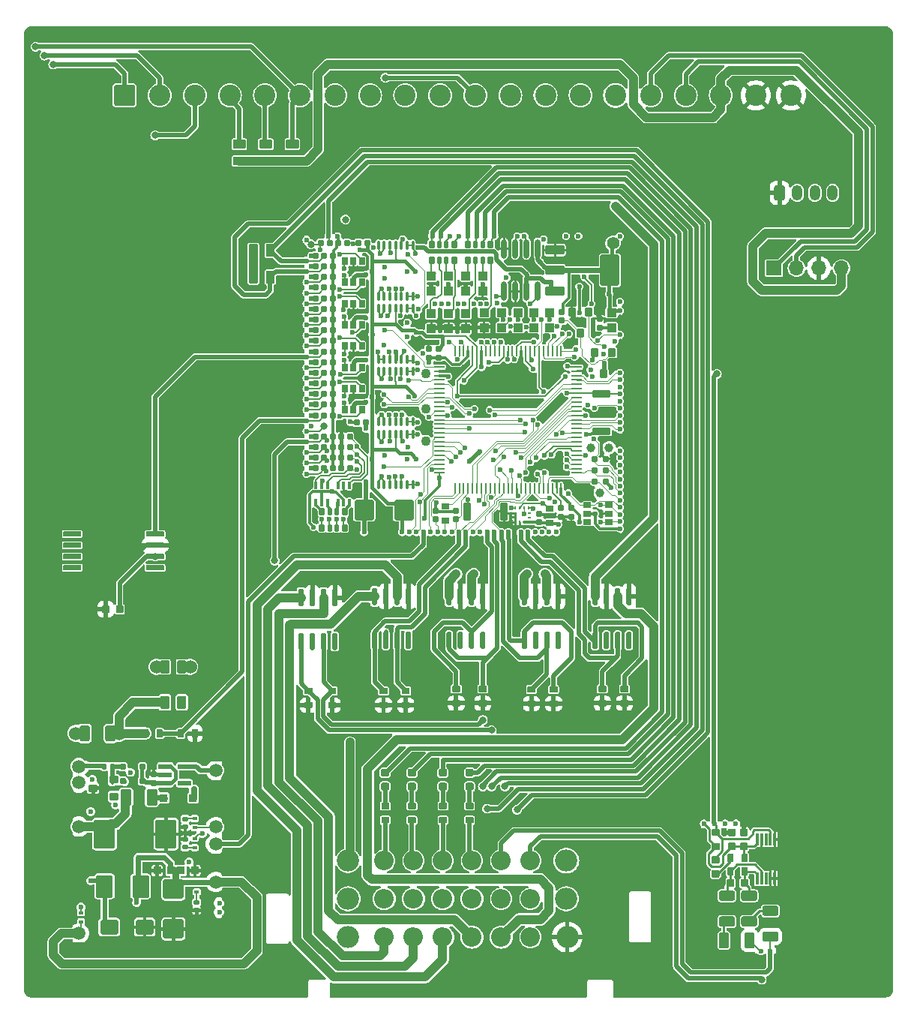
<source format=gtl>
G75*
G70*
%OFA0B0*%
%FSLAX25Y25*%
%IPPOS*%
%LPD*%
%AMOC8*
5,1,8,0,0,1.08239X$1,22.5*
%
%AMM208*
21,1,0.025590,0.026380,0.000000,-0.000000,180.000000*
21,1,0.020470,0.031500,0.000000,-0.000000,180.000000*
1,1,0.005120,-0.010240,0.013190*
1,1,0.005120,0.010240,0.013190*
1,1,0.005120,0.010240,-0.013190*
1,1,0.005120,-0.010240,-0.013190*
%
%AMM209*
21,1,0.017720,0.027950,0.000000,-0.000000,180.000000*
21,1,0.014170,0.031500,0.000000,-0.000000,180.000000*
1,1,0.003540,-0.007090,0.013980*
1,1,0.003540,0.007090,0.013980*
1,1,0.003540,0.007090,-0.013980*
1,1,0.003540,-0.007090,-0.013980*
%
%AMM210*
21,1,0.012600,0.028980,0.000000,-0.000000,0.000000*
21,1,0.010080,0.031500,0.000000,-0.000000,0.000000*
1,1,0.002520,0.005040,-0.014490*
1,1,0.002520,-0.005040,-0.014490*
1,1,0.002520,-0.005040,0.014490*
1,1,0.002520,0.005040,0.014490*
%
%AMM211*
21,1,0.023620,0.030710,0.000000,-0.000000,90.000000*
21,1,0.018900,0.035430,0.000000,-0.000000,90.000000*
1,1,0.004720,0.015350,0.009450*
1,1,0.004720,0.015350,-0.009450*
1,1,0.004720,-0.015350,-0.009450*
1,1,0.004720,-0.015350,0.009450*
%
%AMM212*
21,1,0.027560,0.018900,0.000000,-0.000000,0.000000*
21,1,0.022840,0.023620,0.000000,-0.000000,0.000000*
1,1,0.004720,0.011420,-0.009450*
1,1,0.004720,-0.011420,-0.009450*
1,1,0.004720,-0.011420,0.009450*
1,1,0.004720,0.011420,0.009450*
%
%AMM213*
21,1,0.031500,0.072440,0.000000,-0.000000,0.000000*
21,1,0.025200,0.078740,0.000000,-0.000000,0.000000*
1,1,0.006300,0.012600,-0.036220*
1,1,0.006300,-0.012600,-0.036220*
1,1,0.006300,-0.012600,0.036220*
1,1,0.006300,0.012600,0.036220*
%
%AMM214*
21,1,0.027560,0.018900,0.000000,-0.000000,90.000000*
21,1,0.022840,0.023620,0.000000,-0.000000,90.000000*
1,1,0.004720,0.009450,0.011420*
1,1,0.004720,0.009450,-0.011420*
1,1,0.004720,-0.009450,-0.011420*
1,1,0.004720,-0.009450,0.011420*
%
%AMM215*
21,1,0.023620,0.030710,0.000000,-0.000000,180.000000*
21,1,0.018900,0.035430,0.000000,-0.000000,180.000000*
1,1,0.004720,-0.009450,0.015350*
1,1,0.004720,0.009450,0.015350*
1,1,0.004720,0.009450,-0.015350*
1,1,0.004720,-0.009450,-0.015350*
%
%AMM216*
21,1,0.035430,0.030320,0.000000,-0.000000,180.000000*
21,1,0.028350,0.037400,0.000000,-0.000000,180.000000*
1,1,0.007090,-0.014170,0.015160*
1,1,0.007090,0.014170,0.015160*
1,1,0.007090,0.014170,-0.015160*
1,1,0.007090,-0.014170,-0.015160*
%
%AMM217*
21,1,0.043310,0.075980,0.000000,-0.000000,270.000000*
21,1,0.034650,0.084650,0.000000,-0.000000,270.000000*
1,1,0.008660,-0.037990,-0.017320*
1,1,0.008660,-0.037990,0.017320*
1,1,0.008660,0.037990,0.017320*
1,1,0.008660,0.037990,-0.017320*
%
%AMM218*
21,1,0.039370,0.035430,0.000000,-0.000000,270.000000*
21,1,0.031500,0.043310,0.000000,-0.000000,270.000000*
1,1,0.007870,-0.017720,-0.015750*
1,1,0.007870,-0.017720,0.015750*
1,1,0.007870,0.017720,0.015750*
1,1,0.007870,0.017720,-0.015750*
%
%AMM219*
21,1,0.027560,0.030710,0.000000,-0.000000,270.000000*
21,1,0.022050,0.036220,0.000000,-0.000000,270.000000*
1,1,0.005510,-0.015350,-0.011020*
1,1,0.005510,-0.015350,0.011020*
1,1,0.005510,0.015350,0.011020*
1,1,0.005510,0.015350,-0.011020*
%
%AMM220*
21,1,0.031500,0.072440,0.000000,-0.000000,270.000000*
21,1,0.025200,0.078740,0.000000,-0.000000,270.000000*
1,1,0.006300,-0.036220,-0.012600*
1,1,0.006300,-0.036220,0.012600*
1,1,0.006300,0.036220,0.012600*
1,1,0.006300,0.036220,-0.012600*
%
%AMM221*
21,1,0.137800,0.067720,0.000000,-0.000000,270.000000*
21,1,0.120870,0.084650,0.000000,-0.000000,270.000000*
1,1,0.016930,-0.033860,-0.060430*
1,1,0.016930,-0.033860,0.060430*
1,1,0.016930,0.033860,0.060430*
1,1,0.016930,0.033860,-0.060430*
%
%AMM222*
21,1,0.043310,0.075990,0.000000,-0.000000,270.000000*
21,1,0.034650,0.084650,0.000000,-0.000000,270.000000*
1,1,0.008660,-0.037990,-0.017320*
1,1,0.008660,-0.037990,0.017320*
1,1,0.008660,0.037990,0.017320*
1,1,0.008660,0.037990,-0.017320*
%
%AMM223*
21,1,0.086610,0.073230,0.000000,-0.000000,0.000000*
21,1,0.069290,0.090550,0.000000,-0.000000,0.000000*
1,1,0.017320,0.034650,-0.036610*
1,1,0.017320,-0.034650,-0.036610*
1,1,0.017320,-0.034650,0.036610*
1,1,0.017320,0.034650,0.036610*
%
%AMM36*
21,1,0.033470,0.026770,0.000000,0.000000,0.000000*
21,1,0.026770,0.033470,0.000000,0.000000,0.000000*
1,1,0.006690,0.013390,-0.013390*
1,1,0.006690,-0.013390,-0.013390*
1,1,0.006690,-0.013390,0.013390*
1,1,0.006690,0.013390,0.013390*
%
%AMM42*
21,1,0.035830,0.026770,0.000000,0.000000,0.000000*
21,1,0.029130,0.033470,0.000000,0.000000,0.000000*
1,1,0.006690,0.014570,-0.013390*
1,1,0.006690,-0.014570,-0.013390*
1,1,0.006690,-0.014570,0.013390*
1,1,0.006690,0.014570,0.013390*
%
%AMM44*
21,1,0.070870,0.036220,0.000000,0.000000,90.000000*
21,1,0.061810,0.045280,0.000000,0.000000,90.000000*
1,1,0.009060,0.018110,0.030910*
1,1,0.009060,0.018110,-0.030910*
1,1,0.009060,-0.018110,-0.030910*
1,1,0.009060,-0.018110,0.030910*
%
%AMM59*
21,1,0.086610,0.073230,0.000000,0.000000,270.000000*
21,1,0.069290,0.090550,0.000000,0.000000,270.000000*
1,1,0.017320,-0.036610,-0.034650*
1,1,0.017320,-0.036610,0.034650*
1,1,0.017320,0.036610,0.034650*
1,1,0.017320,0.036610,-0.034650*
%
%AMM60*
21,1,0.094490,0.111020,0.000000,0.000000,0.000000*
21,1,0.075590,0.129920,0.000000,0.000000,0.000000*
1,1,0.018900,0.037800,-0.055510*
1,1,0.018900,-0.037800,-0.055510*
1,1,0.018900,-0.037800,0.055510*
1,1,0.018900,0.037800,0.055510*
%
%AMM61*
21,1,0.074800,0.083460,0.000000,0.000000,0.000000*
21,1,0.059840,0.098430,0.000000,0.000000,0.000000*
1,1,0.014960,0.029920,-0.041730*
1,1,0.014960,-0.029920,-0.041730*
1,1,0.014960,-0.029920,0.041730*
1,1,0.014960,0.029920,0.041730*
%
%AMM62*
21,1,0.078740,0.053540,0.000000,0.000000,180.000000*
21,1,0.065350,0.066930,0.000000,0.000000,180.000000*
1,1,0.013390,-0.032680,0.026770*
1,1,0.013390,0.032680,0.026770*
1,1,0.013390,0.032680,-0.026770*
1,1,0.013390,-0.032680,-0.026770*
%
%AMM63*
21,1,0.035430,0.030320,0.000000,0.000000,90.000000*
21,1,0.028350,0.037400,0.000000,0.000000,90.000000*
1,1,0.007090,0.015160,0.014170*
1,1,0.007090,0.015160,-0.014170*
1,1,0.007090,-0.015160,-0.014170*
1,1,0.007090,-0.015160,0.014170*
%
%AMM64*
21,1,0.021650,0.052760,0.000000,0.000000,270.000000*
21,1,0.017320,0.057090,0.000000,0.000000,270.000000*
1,1,0.004330,-0.026380,-0.008660*
1,1,0.004330,-0.026380,0.008660*
1,1,0.004330,0.026380,0.008660*
1,1,0.004330,0.026380,-0.008660*
%
%AMM65*
21,1,0.015750,0.016540,0.000000,0.000000,270.000000*
21,1,0.012600,0.019680,0.000000,0.000000,270.000000*
1,1,0.003150,-0.008270,-0.006300*
1,1,0.003150,-0.008270,0.006300*
1,1,0.003150,0.008270,0.006300*
1,1,0.003150,0.008270,-0.006300*
%
%AMM66*
21,1,0.023620,0.018900,0.000000,0.000000,90.000000*
21,1,0.018900,0.023620,0.000000,0.000000,90.000000*
1,1,0.004720,0.009450,0.009450*
1,1,0.004720,0.009450,-0.009450*
1,1,0.004720,-0.009450,-0.009450*
1,1,0.004720,-0.009450,0.009450*
%
%AMM67*
21,1,0.019680,0.019680,0.000000,0.000000,0.000000*
21,1,0.015750,0.023620,0.000000,0.000000,0.000000*
1,1,0.003940,0.007870,-0.009840*
1,1,0.003940,-0.007870,-0.009840*
1,1,0.003940,-0.007870,0.009840*
1,1,0.003940,0.007870,0.009840*
%
%AMM68*
21,1,0.019680,0.019680,0.000000,0.000000,270.000000*
21,1,0.015750,0.023620,0.000000,0.000000,270.000000*
1,1,0.003940,-0.009840,-0.007870*
1,1,0.003940,-0.009840,0.007870*
1,1,0.003940,0.009840,0.007870*
1,1,0.003940,0.009840,-0.007870*
%
%ADD10C,0.06000*%
%ADD100C,0.05512*%
%ADD11C,0.02362*%
%ADD12R,0.24350X0.00984*%
%ADD13R,0.04390X0.00984*%
%ADD131M36*%
%ADD14R,0.00984X0.56201*%
%ADD140M42*%
%ADD145M44*%
%ADD15R,0.00984X0.59449*%
%ADD16R,0.20374X0.00984*%
%ADD166M59*%
%ADD167M60*%
%ADD168M61*%
%ADD169M62*%
%ADD17O,0.04724X0.06890*%
%ADD170M63*%
%ADD171M64*%
%ADD172M65*%
%ADD173M66*%
%ADD174M67*%
%ADD175M68*%
%ADD176O,0.00787X0.40158*%
%ADD177C,0.02756*%
%ADD18C,0.05906*%
%ADD19O,0.00787X0.12992*%
%ADD20O,0.00787X0.40157*%
%ADD21O,0.00787X0.01181*%
%ADD215O,0.01181X0.04331*%
%ADD22O,0.66929X0.00787*%
%ADD222O,0.02362X0.08661*%
%ADD23O,0.60630X0.00787*%
%ADD24O,0.00787X0.18898*%
%ADD25O,0.00787X0.10236*%
%ADD26O,0.00787X0.03937*%
%ADD27O,0.00787X0.05906*%
%ADD28R,0.06693X0.06693*%
%ADD29O,0.06693X0.06693*%
%ADD30O,0.09843X0.09843*%
%ADD31O,0.08661X0.08661*%
%ADD32R,0.14567X0.00787*%
%ADD33R,0.01575X0.00787*%
%ADD338M208*%
%ADD339M209*%
%ADD34R,0.06299X0.00787*%
%ADD340M210*%
%ADD341M211*%
%ADD342M212*%
%ADD343M213*%
%ADD344M214*%
%ADD345M215*%
%ADD346M216*%
%ADD347M217*%
%ADD348M218*%
%ADD349M219*%
%ADD35R,0.38189X0.00787*%
%ADD350M220*%
%ADD351M221*%
%ADD352M222*%
%ADD353M223*%
%ADD36R,0.09055X0.00787*%
%ADD37R,0.00787X0.05512*%
%ADD38R,0.00787X0.25197*%
%ADD39R,0.00787X0.06693*%
%ADD396R,0.01181X0.05512*%
%ADD40R,0.00787X0.12992*%
%ADD41R,0.27559X0.00787*%
%ADD42R,0.12992X0.00787*%
%ADD43R,0.24803X0.00787*%
%ADD44C,0.09449*%
%ADD45C,0.03150*%
%ADD46C,0.01969*%
%ADD47C,0.03937*%
%ADD48C,0.00984*%
%ADD55C,0.00787*%
%ADD60C,0.01968*%
%ADD74O,0.04724X0.00866*%
%ADD75O,0.00866X0.04724*%
%ADD79R,0.01378X0.00984*%
%ADD80R,0.00984X0.01378*%
%ADD93C,0.03100*%
%ADD94C,0.00492*%
%ADD95C,0.01575*%
%ADD96C,0.01181*%
%ADD97C,0.01260*%
%ADD98C,0.04331*%
%ADD99C,0.03900*%
X0000000Y0000000D02*
%LPD*%
G01*
G36*
G01*
X0125610Y0138386D02*
X0128681Y0138386D01*
G75*
G02*
X0128957Y0138110I0000000J-000276D01*
G01*
X0128957Y0135906D01*
G75*
G02*
X0128681Y0135630I-000276J0000000D01*
G01*
X0125610Y0135630D01*
G75*
G02*
X0125335Y0135906I0000000J0000276D01*
G01*
X0125335Y0138110D01*
G75*
G02*
X0125610Y0138386I0000276J0000000D01*
G01*
G37*
G36*
G01*
X0125610Y0132087D02*
X0128681Y0132087D01*
G75*
G02*
X0128957Y0131811I0000000J-000276D01*
G01*
X0128957Y0129606D01*
G75*
G02*
X0128681Y0129331I-000276J0000000D01*
G01*
X0125610Y0129331D01*
G75*
G02*
X0125335Y0129606I0000000J0000276D01*
G01*
X0125335Y0131811D01*
G75*
G02*
X0125610Y0132087I0000276J0000000D01*
G01*
G37*
G36*
G01*
X0227913Y0129921D02*
X0224843Y0129921D01*
G75*
G02*
X0224567Y0130197I0000000J0000276D01*
G01*
X0224567Y0132402D01*
G75*
G02*
X0224843Y0132677I0000276J0000000D01*
G01*
X0227913Y0132677D01*
G75*
G02*
X0228189Y0132402I0000000J-000276D01*
G01*
X0228189Y0130197D01*
G75*
G02*
X0227913Y0129921I-000276J0000000D01*
G01*
G37*
G36*
G01*
X0227913Y0136220D02*
X0224843Y0136220D01*
G75*
G02*
X0224567Y0136496I0000000J0000276D01*
G01*
X0224567Y0138701D01*
G75*
G02*
X0224843Y0138976I0000276J0000000D01*
G01*
X0227913Y0138976D01*
G75*
G02*
X0228189Y0138701I0000000J-000276D01*
G01*
X0228189Y0136496D01*
G75*
G02*
X0227913Y0136220I-000276J0000000D01*
G01*
G37*
G36*
G01*
X0063031Y0192692D02*
X0063031Y0190694D01*
G75*
G02*
X0062869Y0190531I-000163J0000000D01*
G01*
X0055241Y0190531D01*
G75*
G02*
X0055079Y0190694I0000000J0000163D01*
G01*
X0055079Y0192692D01*
G75*
G02*
X0055241Y0192854I0000163J0000000D01*
G01*
X0062869Y0192854D01*
G75*
G02*
X0063031Y0192692I0000000J-000163D01*
G01*
G37*
G36*
G01*
X0063031Y0197692D02*
X0063031Y0195694D01*
G75*
G02*
X0062869Y0195531I-000163J0000000D01*
G01*
X0055241Y0195531D01*
G75*
G02*
X0055079Y0195694I0000000J0000163D01*
G01*
X0055079Y0197692D01*
G75*
G02*
X0055241Y0197854I0000163J0000000D01*
G01*
X0062869Y0197854D01*
G75*
G02*
X0063031Y0197692I0000000J-000163D01*
G01*
G37*
G36*
G01*
X0063031Y0202692D02*
X0063031Y0200694D01*
G75*
G02*
X0062869Y0200531I-000163J0000000D01*
G01*
X0055241Y0200531D01*
G75*
G02*
X0055079Y0200694I0000000J0000163D01*
G01*
X0055079Y0202692D01*
G75*
G02*
X0055241Y0202854I0000163J0000000D01*
G01*
X0062869Y0202854D01*
G75*
G02*
X0063031Y0202692I0000000J-000163D01*
G01*
G37*
G36*
G01*
X0063031Y0207692D02*
X0063031Y0205694D01*
G75*
G02*
X0062869Y0205531I-000163J0000000D01*
G01*
X0055241Y0205531D01*
G75*
G02*
X0055079Y0205694I0000000J0000163D01*
G01*
X0055079Y0207692D01*
G75*
G02*
X0055241Y0207854I0000163J0000000D01*
G01*
X0062869Y0207854D01*
G75*
G02*
X0063031Y0207692I0000000J-000163D01*
G01*
G37*
G36*
G01*
X0026181Y0207692D02*
X0026181Y0205694D01*
G75*
G02*
X0026019Y0205531I-000163J0000000D01*
G01*
X0018391Y0205531D01*
G75*
G02*
X0018228Y0205694I0000000J0000163D01*
G01*
X0018228Y0207692D01*
G75*
G02*
X0018391Y0207854I0000163J0000000D01*
G01*
X0026019Y0207854D01*
G75*
G02*
X0026181Y0207692I0000000J-000163D01*
G01*
G37*
G36*
G01*
X0026181Y0202692D02*
X0026181Y0200694D01*
G75*
G02*
X0026019Y0200531I-000163J0000000D01*
G01*
X0018391Y0200531D01*
G75*
G02*
X0018228Y0200694I0000000J0000163D01*
G01*
X0018228Y0202692D01*
G75*
G02*
X0018391Y0202854I0000163J0000000D01*
G01*
X0026019Y0202854D01*
G75*
G02*
X0026181Y0202692I0000000J-000163D01*
G01*
G37*
G36*
G01*
X0026181Y0197692D02*
X0026181Y0195694D01*
G75*
G02*
X0026019Y0195531I-000163J0000000D01*
G01*
X0018391Y0195531D01*
G75*
G02*
X0018228Y0195694I0000000J0000163D01*
G01*
X0018228Y0197692D01*
G75*
G02*
X0018391Y0197854I0000163J0000000D01*
G01*
X0026019Y0197854D01*
G75*
G02*
X0026181Y0197692I0000000J-000163D01*
G01*
G37*
G36*
G01*
X0026181Y0192692D02*
X0026181Y0190694D01*
G75*
G02*
X0026019Y0190531I-000163J0000000D01*
G01*
X0018391Y0190531D01*
G75*
G02*
X0018228Y0190694I0000000J0000163D01*
G01*
X0018228Y0192692D01*
G75*
G02*
X0018391Y0192854I0000163J0000000D01*
G01*
X0026019Y0192854D01*
G75*
G02*
X0026181Y0192692I0000000J-000163D01*
G01*
G37*
D10*
X0059626Y0147638D03*
G36*
G01*
X0061417Y0145177D02*
X0061417Y0150098D01*
G75*
G02*
X0061811Y0150492I0000394J0000000D01*
G01*
X0064961Y0150492D01*
G75*
G02*
X0065354Y0150098I0000000J-000394D01*
G01*
X0065354Y0145177D01*
G75*
G02*
X0064961Y0144783I-000394J0000000D01*
G01*
X0061811Y0144783D01*
G75*
G02*
X0061417Y0145177I0000000J0000394D01*
G01*
G37*
G36*
G01*
X0068898Y0145177D02*
X0068898Y0150098D01*
G75*
G02*
X0069291Y0150492I0000394J0000000D01*
G01*
X0072441Y0150492D01*
G75*
G02*
X0072835Y0150098I0000000J-000394D01*
G01*
X0072835Y0145177D01*
G75*
G02*
X0072441Y0144783I-000394J0000000D01*
G01*
X0069291Y0144783D01*
G75*
G02*
X0068898Y0145177I0000000J0000394D01*
G01*
G37*
X0074626Y0147638D03*
G36*
G01*
X0162953Y0078150D02*
X0159882Y0078150D01*
G75*
G02*
X0159606Y0078425I0000000J0000276D01*
G01*
X0159606Y0080630D01*
G75*
G02*
X0159882Y0080906I0000276J0000000D01*
G01*
X0162953Y0080906D01*
G75*
G02*
X0163228Y0080630I0000000J-000276D01*
G01*
X0163228Y0078425D01*
G75*
G02*
X0162953Y0078150I-000276J0000000D01*
G01*
G37*
G36*
G01*
X0162953Y0084449D02*
X0159882Y0084449D01*
G75*
G02*
X0159606Y0084724I0000000J0000276D01*
G01*
X0159606Y0086929D01*
G75*
G02*
X0159882Y0087205I0000276J0000000D01*
G01*
X0162953Y0087205D01*
G75*
G02*
X0163228Y0086929I0000000J-000276D01*
G01*
X0163228Y0084724D01*
G75*
G02*
X0162953Y0084449I-000276J0000000D01*
G01*
G37*
G36*
G01*
X0200354Y0078150D02*
X0197283Y0078150D01*
G75*
G02*
X0197008Y0078425I0000000J0000276D01*
G01*
X0197008Y0080630D01*
G75*
G02*
X0197283Y0080906I0000276J0000000D01*
G01*
X0200354Y0080906D01*
G75*
G02*
X0200630Y0080630I0000000J-000276D01*
G01*
X0200630Y0078425D01*
G75*
G02*
X0200354Y0078150I-000276J0000000D01*
G01*
G37*
G36*
G01*
X0200354Y0084449D02*
X0197283Y0084449D01*
G75*
G02*
X0197008Y0084724I0000000J0000276D01*
G01*
X0197008Y0086929D01*
G75*
G02*
X0197283Y0087205I0000276J0000000D01*
G01*
X0200354Y0087205D01*
G75*
G02*
X0200630Y0086929I0000000J-000276D01*
G01*
X0200630Y0084724D01*
G75*
G02*
X0200354Y0084449I-000276J0000000D01*
G01*
G37*
G36*
G01*
X0162308Y0092766D02*
X0160290Y0092766D01*
G75*
G02*
X0159429Y0093627I0000000J0000861D01*
G01*
X0159429Y0095349D01*
G75*
G02*
X0160290Y0096211I0000861J0000000D01*
G01*
X0162308Y0096211D01*
G75*
G02*
X0163169Y0095349I0000000J-000861D01*
G01*
X0163169Y0093627D01*
G75*
G02*
X0162308Y0092766I-000861J0000000D01*
G01*
G37*
G36*
G01*
X0162308Y0098967D02*
X0160290Y0098967D01*
G75*
G02*
X0159429Y0099828I0000000J0000861D01*
G01*
X0159429Y0101550D01*
G75*
G02*
X0160290Y0102411I0000861J0000000D01*
G01*
X0162308Y0102411D01*
G75*
G02*
X0163169Y0101550I0000000J-000861D01*
G01*
X0163169Y0099828D01*
G75*
G02*
X0162308Y0098967I-000861J0000000D01*
G01*
G37*
G36*
G01*
X0157224Y0155610D02*
X0156043Y0155610D01*
G75*
G02*
X0155453Y0156201I0000000J0000591D01*
G01*
X0155453Y0162697D01*
G75*
G02*
X0156043Y0163287I0000591J0000000D01*
G01*
X0157224Y0163287D01*
G75*
G02*
X0157815Y0162697I0000000J-000591D01*
G01*
X0157815Y0156201D01*
G75*
G02*
X0157224Y0155610I-000591J0000000D01*
G01*
G37*
G36*
G01*
X0162224Y0155610D02*
X0161043Y0155610D01*
G75*
G02*
X0160453Y0156201I0000000J0000591D01*
G01*
X0160453Y0162697D01*
G75*
G02*
X0161043Y0163287I0000591J0000000D01*
G01*
X0162224Y0163287D01*
G75*
G02*
X0162815Y0162697I0000000J-000591D01*
G01*
X0162815Y0156201D01*
G75*
G02*
X0162224Y0155610I-000591J0000000D01*
G01*
G37*
G36*
G01*
X0167224Y0155610D02*
X0166043Y0155610D01*
G75*
G02*
X0165453Y0156201I0000000J0000591D01*
G01*
X0165453Y0162697D01*
G75*
G02*
X0166043Y0163287I0000591J0000000D01*
G01*
X0167224Y0163287D01*
G75*
G02*
X0167815Y0162697I0000000J-000591D01*
G01*
X0167815Y0156201D01*
G75*
G02*
X0167224Y0155610I-000591J0000000D01*
G01*
G37*
G36*
G01*
X0172224Y0155610D02*
X0171043Y0155610D01*
G75*
G02*
X0170453Y0156201I0000000J0000591D01*
G01*
X0170453Y0162697D01*
G75*
G02*
X0171043Y0163287I0000591J0000000D01*
G01*
X0172224Y0163287D01*
G75*
G02*
X0172815Y0162697I0000000J-000591D01*
G01*
X0172815Y0156201D01*
G75*
G02*
X0172224Y0155610I-000591J0000000D01*
G01*
G37*
G36*
G01*
X0172224Y0175098D02*
X0171043Y0175098D01*
G75*
G02*
X0170453Y0175689I0000000J0000591D01*
G01*
X0170453Y0182185D01*
G75*
G02*
X0171043Y0182776I0000591J0000000D01*
G01*
X0172224Y0182776D01*
G75*
G02*
X0172815Y0182185I0000000J-000591D01*
G01*
X0172815Y0175689D01*
G75*
G02*
X0172224Y0175098I-000591J0000000D01*
G01*
G37*
G36*
G01*
X0167224Y0175098D02*
X0166043Y0175098D01*
G75*
G02*
X0165453Y0175689I0000000J0000591D01*
G01*
X0165453Y0182185D01*
G75*
G02*
X0166043Y0182776I0000591J0000000D01*
G01*
X0167224Y0182776D01*
G75*
G02*
X0167815Y0182185I0000000J-000591D01*
G01*
X0167815Y0175689D01*
G75*
G02*
X0167224Y0175098I-000591J0000000D01*
G01*
G37*
G36*
G01*
X0162224Y0175098D02*
X0161043Y0175098D01*
G75*
G02*
X0160453Y0175689I0000000J0000591D01*
G01*
X0160453Y0182185D01*
G75*
G02*
X0161043Y0182776I0000591J0000000D01*
G01*
X0162224Y0182776D01*
G75*
G02*
X0162815Y0182185I0000000J-000591D01*
G01*
X0162815Y0175689D01*
G75*
G02*
X0162224Y0175098I-000591J0000000D01*
G01*
G37*
G36*
G01*
X0157224Y0175098D02*
X0156043Y0175098D01*
G75*
G02*
X0155453Y0175689I0000000J0000591D01*
G01*
X0155453Y0182185D01*
G75*
G02*
X0156043Y0182776I0000591J0000000D01*
G01*
X0157224Y0182776D01*
G75*
G02*
X0157815Y0182185I0000000J-000591D01*
G01*
X0157815Y0175689D01*
G75*
G02*
X0157224Y0175098I-000591J0000000D01*
G01*
G37*
G36*
G01*
X0105807Y0381890D02*
X0110728Y0381890D01*
G75*
G02*
X0111122Y0381496I0000000J-000394D01*
G01*
X0111122Y0378346D01*
G75*
G02*
X0110728Y0377953I-000394J0000000D01*
G01*
X0105807Y0377953D01*
G75*
G02*
X0105413Y0378346I0000000J0000394D01*
G01*
X0105413Y0381496D01*
G75*
G02*
X0105807Y0381890I0000394J0000000D01*
G01*
G37*
G36*
G01*
X0105807Y0374409D02*
X0110728Y0374409D01*
G75*
G02*
X0111122Y0374016I0000000J-000394D01*
G01*
X0111122Y0370866D01*
G75*
G02*
X0110728Y0370472I-000394J0000000D01*
G01*
X0105807Y0370472D01*
G75*
G02*
X0105413Y0370866I0000000J0000394D01*
G01*
X0105413Y0374016D01*
G75*
G02*
X0105807Y0374409I0000394J0000000D01*
G01*
G37*
G36*
G01*
X0168917Y0138386D02*
X0171988Y0138386D01*
G75*
G02*
X0172264Y0138110I0000000J-000276D01*
G01*
X0172264Y0135906D01*
G75*
G02*
X0171988Y0135630I-000276J0000000D01*
G01*
X0168917Y0135630D01*
G75*
G02*
X0168642Y0135906I0000000J0000276D01*
G01*
X0168642Y0138110D01*
G75*
G02*
X0168917Y0138386I0000276J0000000D01*
G01*
G37*
G36*
G01*
X0168917Y0132087D02*
X0171988Y0132087D01*
G75*
G02*
X0172264Y0131811I0000000J-000276D01*
G01*
X0172264Y0129606D01*
G75*
G02*
X0171988Y0129331I-000276J0000000D01*
G01*
X0168917Y0129331D01*
G75*
G02*
X0168642Y0129606I0000000J0000276D01*
G01*
X0168642Y0131811D01*
G75*
G02*
X0168917Y0132087I0000276J0000000D01*
G01*
G37*
G36*
G01*
X0194449Y0130118D02*
X0191378Y0130118D01*
G75*
G02*
X0191102Y0130394I0000000J0000276D01*
G01*
X0191102Y0132598D01*
G75*
G02*
X0191378Y0132874I0000276J0000000D01*
G01*
X0194449Y0132874D01*
G75*
G02*
X0194724Y0132598I0000000J-000276D01*
G01*
X0194724Y0130394D01*
G75*
G02*
X0194449Y0130118I-000276J0000000D01*
G01*
G37*
G36*
G01*
X0194449Y0136417D02*
X0191378Y0136417D01*
G75*
G02*
X0191102Y0136693I0000000J0000276D01*
G01*
X0191102Y0138898D01*
G75*
G02*
X0191378Y0139173I0000276J0000000D01*
G01*
X0194449Y0139173D01*
G75*
G02*
X0194724Y0138898I0000000J-000276D01*
G01*
X0194724Y0136693D01*
G75*
G02*
X0194449Y0136417I-000276J0000000D01*
G01*
G37*
D11*
X0312500Y0078051D03*
X0317224Y0078051D03*
X0307776Y0078051D03*
X0303051Y0078051D03*
D12*
X0313553Y0020374D03*
D13*
X0337372Y0020374D03*
D14*
X0301870Y0047982D03*
D15*
X0339075Y0049606D03*
D16*
X0329380Y0078839D03*
D11*
X0328484Y0021260D03*
X0332421Y0021260D03*
G36*
G01*
X0334252Y0355807D02*
X0334252Y0360728D01*
G75*
G02*
X0335236Y0361713I0000984J0000000D01*
G01*
X0337992Y0361713D01*
G75*
G02*
X0338976Y0360728I0000000J-000984D01*
G01*
X0338976Y0355807D01*
G75*
G02*
X0337992Y0354823I-000984J0000000D01*
G01*
X0335236Y0354823D01*
G75*
G02*
X0334252Y0355807I0000000J0000984D01*
G01*
G37*
D17*
X0344488Y0358268D03*
X0352362Y0358268D03*
X0360236Y0358268D03*
G36*
G01*
X0159075Y0138386D02*
X0162146Y0138386D01*
G75*
G02*
X0162421Y0138110I0000000J-000276D01*
G01*
X0162421Y0135906D01*
G75*
G02*
X0162146Y0135630I-000276J0000000D01*
G01*
X0159075Y0135630D01*
G75*
G02*
X0158799Y0135906I0000000J0000276D01*
G01*
X0158799Y0138110D01*
G75*
G02*
X0159075Y0138386I0000276J0000000D01*
G01*
G37*
G36*
G01*
X0159075Y0132087D02*
X0162146Y0132087D01*
G75*
G02*
X0162421Y0131811I0000000J-000276D01*
G01*
X0162421Y0129606D01*
G75*
G02*
X0162146Y0129331I-000276J0000000D01*
G01*
X0159075Y0129331D01*
G75*
G02*
X0158799Y0129606I0000000J0000276D01*
G01*
X0158799Y0131811D01*
G75*
G02*
X0159075Y0132087I0000276J0000000D01*
G01*
G37*
G36*
G01*
X0266181Y0139173D02*
X0269252Y0139173D01*
G75*
G02*
X0269528Y0138898I0000000J-000276D01*
G01*
X0269528Y0136693D01*
G75*
G02*
X0269252Y0136417I-000276J0000000D01*
G01*
X0266181Y0136417D01*
G75*
G02*
X0265906Y0136693I0000000J0000276D01*
G01*
X0265906Y0138898D01*
G75*
G02*
X0266181Y0139173I0000276J0000000D01*
G01*
G37*
G36*
G01*
X0266181Y0132874D02*
X0269252Y0132874D01*
G75*
G02*
X0269528Y0132598I0000000J-000276D01*
G01*
X0269528Y0130394D01*
G75*
G02*
X0269252Y0130118I-000276J0000000D01*
G01*
X0266181Y0130118D01*
G75*
G02*
X0265906Y0130394I0000000J0000276D01*
G01*
X0265906Y0132598D01*
G75*
G02*
X0266181Y0132874I0000276J0000000D01*
G01*
G37*
G36*
G01*
X0093996Y0381890D02*
X0098917Y0381890D01*
G75*
G02*
X0099311Y0381496I0000000J-000394D01*
G01*
X0099311Y0378346D01*
G75*
G02*
X0098917Y0377953I-000394J0000000D01*
G01*
X0093996Y0377953D01*
G75*
G02*
X0093602Y0378346I0000000J0000394D01*
G01*
X0093602Y0381496D01*
G75*
G02*
X0093996Y0381890I0000394J0000000D01*
G01*
G37*
G36*
G01*
X0093996Y0374409D02*
X0098917Y0374409D01*
G75*
G02*
X0099311Y0374016I0000000J-000394D01*
G01*
X0099311Y0370866D01*
G75*
G02*
X0098917Y0370472I-000394J0000000D01*
G01*
X0093996Y0370472D01*
G75*
G02*
X0093602Y0370866I0000000J0000394D01*
G01*
X0093602Y0374016D01*
G75*
G02*
X0093996Y0374409I0000394J0000000D01*
G01*
G37*
G36*
G01*
X0100787Y0318406D02*
X0100787Y0323327D01*
G75*
G02*
X0101181Y0323720I0000394J0000000D01*
G01*
X0104331Y0323720D01*
G75*
G02*
X0104724Y0323327I0000000J-000394D01*
G01*
X0104724Y0318406D01*
G75*
G02*
X0104331Y0318012I-000394J0000000D01*
G01*
X0101181Y0318012D01*
G75*
G02*
X0100787Y0318406I0000000J0000394D01*
G01*
G37*
G36*
G01*
X0108268Y0318406D02*
X0108268Y0323327D01*
G75*
G02*
X0108661Y0323720I0000394J0000000D01*
G01*
X0111811Y0323720D01*
G75*
G02*
X0112205Y0323327I0000000J-000394D01*
G01*
X0112205Y0318406D01*
G75*
G02*
X0111811Y0318012I-000394J0000000D01*
G01*
X0108661Y0318012D01*
G75*
G02*
X0108268Y0318406I0000000J0000394D01*
G01*
G37*
G36*
G01*
X0174764Y0078150D02*
X0171693Y0078150D01*
G75*
G02*
X0171417Y0078425I0000000J0000276D01*
G01*
X0171417Y0080630D01*
G75*
G02*
X0171693Y0080906I0000276J0000000D01*
G01*
X0174764Y0080906D01*
G75*
G02*
X0175039Y0080630I0000000J-000276D01*
G01*
X0175039Y0078425D01*
G75*
G02*
X0174764Y0078150I-000276J0000000D01*
G01*
G37*
G36*
G01*
X0174764Y0084449D02*
X0171693Y0084449D01*
G75*
G02*
X0171417Y0084724I0000000J0000276D01*
G01*
X0171417Y0086929D01*
G75*
G02*
X0171693Y0087205I0000276J0000000D01*
G01*
X0174764Y0087205D01*
G75*
G02*
X0175039Y0086929I0000000J-000276D01*
G01*
X0175039Y0084724D01*
G75*
G02*
X0174764Y0084449I-000276J0000000D01*
G01*
G37*
G36*
G01*
X0100787Y0330217D02*
X0100787Y0335138D01*
G75*
G02*
X0101181Y0335531I0000394J0000000D01*
G01*
X0104331Y0335531D01*
G75*
G02*
X0104724Y0335138I0000000J-000394D01*
G01*
X0104724Y0330217D01*
G75*
G02*
X0104331Y0329823I-000394J0000000D01*
G01*
X0101181Y0329823D01*
G75*
G02*
X0100787Y0330217I0000000J0000394D01*
G01*
G37*
G36*
G01*
X0108268Y0330217D02*
X0108268Y0335138D01*
G75*
G02*
X0108661Y0335531I0000394J0000000D01*
G01*
X0111811Y0335531D01*
G75*
G02*
X0112205Y0335138I0000000J-000394D01*
G01*
X0112205Y0330217D01*
G75*
G02*
X0111811Y0329823I-000394J0000000D01*
G01*
X0108661Y0329823D01*
G75*
G02*
X0108268Y0330217I0000000J0000394D01*
G01*
G37*
G36*
G01*
X0223780Y0155610D02*
X0222598Y0155610D01*
G75*
G02*
X0222008Y0156201I0000000J0000591D01*
G01*
X0222008Y0162697D01*
G75*
G02*
X0222598Y0163287I0000591J0000000D01*
G01*
X0223780Y0163287D01*
G75*
G02*
X0224370Y0162697I0000000J-000591D01*
G01*
X0224370Y0156201D01*
G75*
G02*
X0223780Y0155610I-000591J0000000D01*
G01*
G37*
G36*
G01*
X0228780Y0155610D02*
X0227598Y0155610D01*
G75*
G02*
X0227008Y0156201I0000000J0000591D01*
G01*
X0227008Y0162697D01*
G75*
G02*
X0227598Y0163287I0000591J0000000D01*
G01*
X0228780Y0163287D01*
G75*
G02*
X0229370Y0162697I0000000J-000591D01*
G01*
X0229370Y0156201D01*
G75*
G02*
X0228780Y0155610I-000591J0000000D01*
G01*
G37*
G36*
G01*
X0233780Y0155610D02*
X0232598Y0155610D01*
G75*
G02*
X0232008Y0156201I0000000J0000591D01*
G01*
X0232008Y0162697D01*
G75*
G02*
X0232598Y0163287I0000591J0000000D01*
G01*
X0233780Y0163287D01*
G75*
G02*
X0234370Y0162697I0000000J-000591D01*
G01*
X0234370Y0156201D01*
G75*
G02*
X0233780Y0155610I-000591J0000000D01*
G01*
G37*
G36*
G01*
X0238780Y0155610D02*
X0237598Y0155610D01*
G75*
G02*
X0237008Y0156201I0000000J0000591D01*
G01*
X0237008Y0162697D01*
G75*
G02*
X0237598Y0163287I0000591J0000000D01*
G01*
X0238780Y0163287D01*
G75*
G02*
X0239370Y0162697I0000000J-000591D01*
G01*
X0239370Y0156201D01*
G75*
G02*
X0238780Y0155610I-000591J0000000D01*
G01*
G37*
G36*
G01*
X0238780Y0175098D02*
X0237598Y0175098D01*
G75*
G02*
X0237008Y0175689I0000000J0000591D01*
G01*
X0237008Y0182185D01*
G75*
G02*
X0237598Y0182776I0000591J0000000D01*
G01*
X0238780Y0182776D01*
G75*
G02*
X0239370Y0182185I0000000J-000591D01*
G01*
X0239370Y0175689D01*
G75*
G02*
X0238780Y0175098I-000591J0000000D01*
G01*
G37*
G36*
G01*
X0233780Y0175098D02*
X0232598Y0175098D01*
G75*
G02*
X0232008Y0175689I0000000J0000591D01*
G01*
X0232008Y0182185D01*
G75*
G02*
X0232598Y0182776I0000591J0000000D01*
G01*
X0233780Y0182776D01*
G75*
G02*
X0234370Y0182185I0000000J-000591D01*
G01*
X0234370Y0175689D01*
G75*
G02*
X0233780Y0175098I-000591J0000000D01*
G01*
G37*
G36*
G01*
X0228780Y0175098D02*
X0227598Y0175098D01*
G75*
G02*
X0227008Y0175689I0000000J0000591D01*
G01*
X0227008Y0182185D01*
G75*
G02*
X0227598Y0182776I0000591J0000000D01*
G01*
X0228780Y0182776D01*
G75*
G02*
X0229370Y0182185I0000000J-000591D01*
G01*
X0229370Y0175689D01*
G75*
G02*
X0228780Y0175098I-000591J0000000D01*
G01*
G37*
G36*
G01*
X0223780Y0175098D02*
X0222598Y0175098D01*
G75*
G02*
X0222008Y0175689I0000000J0000591D01*
G01*
X0222008Y0182185D01*
G75*
G02*
X0222598Y0182776I0000591J0000000D01*
G01*
X0223780Y0182776D01*
G75*
G02*
X0224370Y0182185I0000000J-000591D01*
G01*
X0224370Y0175689D01*
G75*
G02*
X0223780Y0175098I-000591J0000000D01*
G01*
G37*
G36*
G01*
X0061417Y0129429D02*
X0061417Y0134350D01*
G75*
G02*
X0061811Y0134744I0000394J0000000D01*
G01*
X0064961Y0134744D01*
G75*
G02*
X0065354Y0134350I0000000J-000394D01*
G01*
X0065354Y0129429D01*
G75*
G02*
X0064961Y0129035I-000394J0000000D01*
G01*
X0061811Y0129035D01*
G75*
G02*
X0061417Y0129429I0000000J0000394D01*
G01*
G37*
G36*
G01*
X0068898Y0129429D02*
X0068898Y0134350D01*
G75*
G02*
X0069291Y0134744I0000394J0000000D01*
G01*
X0072441Y0134744D01*
G75*
G02*
X0072835Y0134350I0000000J-000394D01*
G01*
X0072835Y0129429D01*
G75*
G02*
X0072441Y0129035I-000394J0000000D01*
G01*
X0069291Y0129035D01*
G75*
G02*
X0068898Y0129429I0000000J0000394D01*
G01*
G37*
G36*
G01*
X0199828Y0092766D02*
X0197810Y0092766D01*
G75*
G02*
X0196949Y0093627I0000000J0000861D01*
G01*
X0196949Y0095349D01*
G75*
G02*
X0197810Y0096211I0000861J0000000D01*
G01*
X0199828Y0096211D01*
G75*
G02*
X0200689Y0095349I0000000J-000861D01*
G01*
X0200689Y0093627D01*
G75*
G02*
X0199828Y0092766I-000861J0000000D01*
G01*
G37*
G36*
G01*
X0199828Y0098967D02*
X0197810Y0098967D01*
G75*
G02*
X0196949Y0099828I0000000J0000861D01*
G01*
X0196949Y0101550D01*
G75*
G02*
X0197810Y0102411I0000861J0000000D01*
G01*
X0199828Y0102411D01*
G75*
G02*
X0200689Y0101550I0000000J-000861D01*
G01*
X0200689Y0099828D01*
G75*
G02*
X0199828Y0098967I-000861J0000000D01*
G01*
G37*
D10*
X0043110Y0118110D03*
G36*
G01*
X0037815Y0121654D02*
X0040532Y0121654D01*
G75*
G02*
X0041437Y0120748I0000000J-000906D01*
G01*
X0041437Y0115472D01*
G75*
G02*
X0040532Y0114567I-000906J0000000D01*
G01*
X0037815Y0114567D01*
G75*
G02*
X0036909Y0115472I0000000J0000906D01*
G01*
X0036909Y0120748D01*
G75*
G02*
X0037815Y0121654I0000906J0000000D01*
G01*
G37*
G36*
G01*
X0026398Y0121654D02*
X0029114Y0121654D01*
G75*
G02*
X0030020Y0120748I0000000J-000906D01*
G01*
X0030020Y0115472D01*
G75*
G02*
X0029114Y0114567I-000906J0000000D01*
G01*
X0026398Y0114567D01*
G75*
G02*
X0025492Y0115472I0000000J0000906D01*
G01*
X0025492Y0120748D01*
G75*
G02*
X0026398Y0121654I0000906J0000000D01*
G01*
G37*
X0023819Y0118110D03*
D18*
X0086122Y0101673D03*
X0086122Y0076476D03*
X0086122Y0068996D03*
X0086122Y0052067D03*
D11*
X0087894Y0042618D03*
X0087894Y0038681D03*
D19*
X0022539Y0086516D03*
D20*
X0022539Y0053051D03*
D21*
X0022539Y0025098D03*
D22*
X0055610Y0024902D03*
D23*
X0058760Y0106004D03*
D18*
X0086122Y0027461D03*
D21*
X0088681Y0105807D03*
D24*
X0088681Y0089272D03*
D25*
X0088681Y0060335D03*
D26*
X0088681Y0046555D03*
D27*
X0088681Y0033563D03*
D18*
X0025098Y0103445D03*
X0025098Y0096161D03*
X0025098Y0076673D03*
X0025098Y0029232D03*
G36*
G01*
X0206260Y0130118D02*
X0203189Y0130118D01*
G75*
G02*
X0202913Y0130394I0000000J0000276D01*
G01*
X0202913Y0132598D01*
G75*
G02*
X0203189Y0132874I0000276J0000000D01*
G01*
X0206260Y0132874D01*
G75*
G02*
X0206535Y0132598I0000000J-000276D01*
G01*
X0206535Y0130394D01*
G75*
G02*
X0206260Y0130118I-000276J0000000D01*
G01*
G37*
G36*
G01*
X0206260Y0136417D02*
X0203189Y0136417D01*
G75*
G02*
X0202913Y0136693I0000000J0000276D01*
G01*
X0202913Y0138898D01*
G75*
G02*
X0203189Y0139173I0000276J0000000D01*
G01*
X0206260Y0139173D01*
G75*
G02*
X0206535Y0138898I0000000J-000276D01*
G01*
X0206535Y0136693D01*
G75*
G02*
X0206260Y0136417I-000276J0000000D01*
G01*
G37*
D28*
X0334173Y0324803D03*
D29*
X0344173Y0324803D03*
X0354173Y0324803D03*
X0364173Y0324803D03*
G36*
G01*
X0062402Y0119646D02*
X0062402Y0116575D01*
G75*
G02*
X0062126Y0116299I-000276J0000000D01*
G01*
X0059921Y0116299D01*
G75*
G02*
X0059646Y0116575I0000000J0000276D01*
G01*
X0059646Y0119646D01*
G75*
G02*
X0059921Y0119921I0000276J0000000D01*
G01*
X0062126Y0119921D01*
G75*
G02*
X0062402Y0119646I0000000J-000276D01*
G01*
G37*
G36*
G01*
X0056102Y0119646D02*
X0056102Y0116575D01*
G75*
G02*
X0055827Y0116299I-000276J0000000D01*
G01*
X0053622Y0116299D01*
G75*
G02*
X0053346Y0116575I0000000J0000276D01*
G01*
X0053346Y0119646D01*
G75*
G02*
X0053622Y0119921I0000276J0000000D01*
G01*
X0055827Y0119921D01*
G75*
G02*
X0056102Y0119646I0000000J-000276D01*
G01*
G37*
G36*
G01*
X0117618Y0381890D02*
X0122539Y0381890D01*
G75*
G02*
X0122933Y0381496I0000000J-000394D01*
G01*
X0122933Y0378346D01*
G75*
G02*
X0122539Y0377953I-000394J0000000D01*
G01*
X0117618Y0377953D01*
G75*
G02*
X0117224Y0378346I0000000J0000394D01*
G01*
X0117224Y0381496D01*
G75*
G02*
X0117618Y0381890I0000394J0000000D01*
G01*
G37*
G36*
G01*
X0117618Y0374409D02*
X0122539Y0374409D01*
G75*
G02*
X0122933Y0374016I0000000J-000394D01*
G01*
X0122933Y0370866D01*
G75*
G02*
X0122539Y0370472I-000394J0000000D01*
G01*
X0117618Y0370472D01*
G75*
G02*
X0117224Y0370866I0000000J0000394D01*
G01*
X0117224Y0374016D01*
G75*
G02*
X0117618Y0374409I0000394J0000000D01*
G01*
G37*
G36*
G01*
X0124547Y0155118D02*
X0123366Y0155118D01*
G75*
G02*
X0122776Y0155709I0000000J0000591D01*
G01*
X0122776Y0162205D01*
G75*
G02*
X0123366Y0162795I0000591J0000000D01*
G01*
X0124547Y0162795D01*
G75*
G02*
X0125138Y0162205I0000000J-000591D01*
G01*
X0125138Y0155709D01*
G75*
G02*
X0124547Y0155118I-000591J0000000D01*
G01*
G37*
G36*
G01*
X0129547Y0155118D02*
X0128366Y0155118D01*
G75*
G02*
X0127776Y0155709I0000000J0000591D01*
G01*
X0127776Y0162205D01*
G75*
G02*
X0128366Y0162795I0000591J0000000D01*
G01*
X0129547Y0162795D01*
G75*
G02*
X0130138Y0162205I0000000J-000591D01*
G01*
X0130138Y0155709D01*
G75*
G02*
X0129547Y0155118I-000591J0000000D01*
G01*
G37*
G36*
G01*
X0134547Y0155118D02*
X0133366Y0155118D01*
G75*
G02*
X0132776Y0155709I0000000J0000591D01*
G01*
X0132776Y0162205D01*
G75*
G02*
X0133366Y0162795I0000591J0000000D01*
G01*
X0134547Y0162795D01*
G75*
G02*
X0135138Y0162205I0000000J-000591D01*
G01*
X0135138Y0155709D01*
G75*
G02*
X0134547Y0155118I-000591J0000000D01*
G01*
G37*
G36*
G01*
X0139547Y0155118D02*
X0138366Y0155118D01*
G75*
G02*
X0137776Y0155709I0000000J0000591D01*
G01*
X0137776Y0162205D01*
G75*
G02*
X0138366Y0162795I0000591J0000000D01*
G01*
X0139547Y0162795D01*
G75*
G02*
X0140138Y0162205I0000000J-000591D01*
G01*
X0140138Y0155709D01*
G75*
G02*
X0139547Y0155118I-000591J0000000D01*
G01*
G37*
G36*
G01*
X0139547Y0174606D02*
X0138366Y0174606D01*
G75*
G02*
X0137776Y0175197I0000000J0000591D01*
G01*
X0137776Y0181693D01*
G75*
G02*
X0138366Y0182283I0000591J0000000D01*
G01*
X0139547Y0182283D01*
G75*
G02*
X0140138Y0181693I0000000J-000591D01*
G01*
X0140138Y0175197D01*
G75*
G02*
X0139547Y0174606I-000591J0000000D01*
G01*
G37*
G36*
G01*
X0134547Y0174606D02*
X0133366Y0174606D01*
G75*
G02*
X0132776Y0175197I0000000J0000591D01*
G01*
X0132776Y0181693D01*
G75*
G02*
X0133366Y0182283I0000591J0000000D01*
G01*
X0134547Y0182283D01*
G75*
G02*
X0135138Y0181693I0000000J-000591D01*
G01*
X0135138Y0175197D01*
G75*
G02*
X0134547Y0174606I-000591J0000000D01*
G01*
G37*
G36*
G01*
X0129547Y0174606D02*
X0128366Y0174606D01*
G75*
G02*
X0127776Y0175197I0000000J0000591D01*
G01*
X0127776Y0181693D01*
G75*
G02*
X0128366Y0182283I0000591J0000000D01*
G01*
X0129547Y0182283D01*
G75*
G02*
X0130138Y0181693I0000000J-000591D01*
G01*
X0130138Y0175197D01*
G75*
G02*
X0129547Y0174606I-000591J0000000D01*
G01*
G37*
G36*
G01*
X0124547Y0174606D02*
X0123366Y0174606D01*
G75*
G02*
X0122776Y0175197I0000000J0000591D01*
G01*
X0122776Y0181693D01*
G75*
G02*
X0123366Y0182283I0000591J0000000D01*
G01*
X0124547Y0182283D01*
G75*
G02*
X0125138Y0181693I0000000J-000591D01*
G01*
X0125138Y0175197D01*
G75*
G02*
X0124547Y0174606I-000591J0000000D01*
G01*
G37*
D30*
X0144884Y0061539D03*
D31*
X0160884Y0061539D03*
X0173884Y0061539D03*
X0186884Y0061539D03*
X0199884Y0061539D03*
X0212884Y0061539D03*
X0225884Y0061539D03*
D30*
X0241884Y0061539D03*
X0144900Y0044643D03*
D31*
X0160900Y0044643D03*
X0173900Y0044643D03*
X0186900Y0044643D03*
X0199900Y0044643D03*
X0212900Y0044643D03*
X0225900Y0044643D03*
D30*
X0241900Y0044643D03*
X0144884Y0027539D03*
D31*
X0160884Y0027539D03*
X0173884Y0027539D03*
X0186884Y0027539D03*
X0199884Y0027539D03*
X0212884Y0027539D03*
X0225884Y0027539D03*
D30*
X0242267Y0027539D03*
G36*
G01*
X0188543Y0078150D02*
X0185472Y0078150D01*
G75*
G02*
X0185197Y0078425I0000000J0000276D01*
G01*
X0185197Y0080630D01*
G75*
G02*
X0185472Y0080906I0000276J0000000D01*
G01*
X0188543Y0080906D01*
G75*
G02*
X0188819Y0080630I0000000J-000276D01*
G01*
X0188819Y0078425D01*
G75*
G02*
X0188543Y0078150I-000276J0000000D01*
G01*
G37*
G36*
G01*
X0188543Y0084449D02*
X0185472Y0084449D01*
G75*
G02*
X0185197Y0084724I0000000J0000276D01*
G01*
X0185197Y0086929D01*
G75*
G02*
X0185472Y0087205I0000276J0000000D01*
G01*
X0188543Y0087205D01*
G75*
G02*
X0188819Y0086929I0000000J-000276D01*
G01*
X0188819Y0084724D01*
G75*
G02*
X0188543Y0084449I-000276J0000000D01*
G01*
G37*
G36*
G01*
X0078150Y0119646D02*
X0078150Y0116575D01*
G75*
G02*
X0077874Y0116299I-000276J0000000D01*
G01*
X0075669Y0116299D01*
G75*
G02*
X0075394Y0116575I0000000J0000276D01*
G01*
X0075394Y0119646D01*
G75*
G02*
X0075669Y0119921I0000276J0000000D01*
G01*
X0077874Y0119921D01*
G75*
G02*
X0078150Y0119646I0000000J-000276D01*
G01*
G37*
G36*
G01*
X0071850Y0119646D02*
X0071850Y0116575D01*
G75*
G02*
X0071575Y0116299I-000276J0000000D01*
G01*
X0069370Y0116299D01*
G75*
G02*
X0069094Y0116575I0000000J0000276D01*
G01*
X0069094Y0119646D01*
G75*
G02*
X0069370Y0119921I0000276J0000000D01*
G01*
X0071575Y0119921D01*
G75*
G02*
X0071850Y0119646I0000000J-000276D01*
G01*
G37*
D11*
X0151969Y0207480D03*
X0168898Y0207480D03*
X0172047Y0207480D03*
X0175197Y0207480D03*
X0178346Y0207480D03*
X0181496Y0207480D03*
X0184646Y0207480D03*
X0187795Y0207480D03*
X0190945Y0207480D03*
X0194095Y0207480D03*
X0197244Y0207480D03*
X0200394Y0207480D03*
X0203543Y0207480D03*
X0206693Y0207480D03*
X0209843Y0207480D03*
X0212992Y0207480D03*
X0216142Y0207480D03*
X0221654Y0207480D03*
X0224803Y0207480D03*
X0227953Y0207480D03*
X0231102Y0207480D03*
X0234252Y0207480D03*
X0237402Y0207480D03*
D32*
X0256496Y0339764D03*
D33*
X0244488Y0339764D03*
D32*
X0232480Y0339764D03*
D34*
X0214961Y0339764D03*
D35*
X0161221Y0339764D03*
D36*
X0129724Y0339764D03*
D37*
X0125591Y0332677D03*
D38*
X0266535Y0324409D03*
D39*
X0266535Y0300591D03*
D40*
X0266535Y0286811D03*
D37*
X0266535Y0248425D03*
D38*
X0125591Y0218898D03*
D41*
X0253150Y0206693D03*
D33*
X0218898Y0206693D03*
D42*
X0160433Y0206693D03*
D43*
X0137598Y0206693D03*
D11*
X0265748Y0209055D03*
X0265748Y0212205D03*
X0265748Y0215354D03*
X0265748Y0218504D03*
X0265748Y0221654D03*
X0265748Y0224803D03*
X0265748Y0227953D03*
X0265748Y0231102D03*
X0265748Y0234252D03*
X0265748Y0237402D03*
X0265748Y0240551D03*
X0265748Y0243701D03*
X0265748Y0253150D03*
X0265748Y0256299D03*
X0265748Y0259449D03*
X0265748Y0262598D03*
X0265748Y0265748D03*
X0265748Y0268898D03*
X0265748Y0272047D03*
X0265748Y0275197D03*
X0265748Y0278346D03*
X0265748Y0295276D03*
X0265748Y0305906D03*
X0265748Y0309842D03*
X0265748Y0338976D03*
X0126378Y0233464D03*
X0126378Y0238189D03*
X0126378Y0242913D03*
X0126378Y0247638D03*
X0126378Y0252362D03*
X0126378Y0257087D03*
X0126378Y0261811D03*
X0126378Y0266535D03*
X0126378Y0271260D03*
X0126378Y0275984D03*
X0126378Y0280709D03*
X0126378Y0285433D03*
X0126378Y0290157D03*
X0126378Y0294882D03*
X0126378Y0299606D03*
X0126378Y0304331D03*
X0126378Y0309055D03*
X0126378Y0313780D03*
X0126378Y0318504D03*
X0126378Y0323228D03*
X0126378Y0327953D03*
X0126378Y0337402D03*
X0136221Y0338976D03*
X0140158Y0338976D03*
X0182283Y0338976D03*
X0186221Y0338976D03*
X0190157Y0338976D03*
X0194094Y0338976D03*
X0198031Y0338976D03*
X0201969Y0338976D03*
X0205906Y0338976D03*
X0209843Y0338976D03*
X0220079Y0338976D03*
X0223228Y0338976D03*
X0241732Y0338976D03*
X0247244Y0338976D03*
G36*
G01*
X0237756Y0129921D02*
X0234685Y0129921D01*
G75*
G02*
X0234409Y0130197I0000000J0000276D01*
G01*
X0234409Y0132402D01*
G75*
G02*
X0234685Y0132677I0000276J0000000D01*
G01*
X0237756Y0132677D01*
G75*
G02*
X0238031Y0132402I0000000J-000276D01*
G01*
X0238031Y0130197D01*
G75*
G02*
X0237756Y0129921I-000276J0000000D01*
G01*
G37*
G36*
G01*
X0237756Y0136220D02*
X0234685Y0136220D01*
G75*
G02*
X0234409Y0136496I0000000J0000276D01*
G01*
X0234409Y0138701D01*
G75*
G02*
X0234685Y0138976I0000276J0000000D01*
G01*
X0237756Y0138976D01*
G75*
G02*
X0238031Y0138701I0000000J-000276D01*
G01*
X0238031Y0136496D01*
G75*
G02*
X0237756Y0136220I-000276J0000000D01*
G01*
G37*
G36*
G01*
X0174237Y0092766D02*
X0172219Y0092766D01*
G75*
G02*
X0171358Y0093627I0000000J0000861D01*
G01*
X0171358Y0095349D01*
G75*
G02*
X0172219Y0096211I0000861J0000000D01*
G01*
X0174237Y0096211D01*
G75*
G02*
X0175098Y0095349I0000000J-000861D01*
G01*
X0175098Y0093627D01*
G75*
G02*
X0174237Y0092766I-000861J0000000D01*
G01*
G37*
G36*
G01*
X0174237Y0098967D02*
X0172219Y0098967D01*
G75*
G02*
X0171358Y0099828I0000000J0000861D01*
G01*
X0171358Y0101550D01*
G75*
G02*
X0172219Y0102411I0000861J0000000D01*
G01*
X0174237Y0102411D01*
G75*
G02*
X0175098Y0101550I0000000J-000861D01*
G01*
X0175098Y0099828D01*
G75*
G02*
X0174237Y0098967I-000861J0000000D01*
G01*
G37*
G36*
G01*
X0256339Y0139173D02*
X0259409Y0139173D01*
G75*
G02*
X0259685Y0138898I0000000J-000276D01*
G01*
X0259685Y0136693D01*
G75*
G02*
X0259409Y0136417I-000276J0000000D01*
G01*
X0256339Y0136417D01*
G75*
G02*
X0256063Y0136693I0000000J0000276D01*
G01*
X0256063Y0138898D01*
G75*
G02*
X0256339Y0139173I0000276J0000000D01*
G01*
G37*
G36*
G01*
X0256339Y0132874D02*
X0259409Y0132874D01*
G75*
G02*
X0259685Y0132598I0000000J-000276D01*
G01*
X0259685Y0130394D01*
G75*
G02*
X0259409Y0130118I-000276J0000000D01*
G01*
X0256339Y0130118D01*
G75*
G02*
X0256063Y0130394I0000000J0000276D01*
G01*
X0256063Y0132598D01*
G75*
G02*
X0256339Y0132874I0000276J0000000D01*
G01*
G37*
G36*
G01*
X0255276Y0155610D02*
X0254094Y0155610D01*
G75*
G02*
X0253504Y0156201I0000000J0000591D01*
G01*
X0253504Y0162697D01*
G75*
G02*
X0254094Y0163287I0000591J0000000D01*
G01*
X0255276Y0163287D01*
G75*
G02*
X0255866Y0162697I0000000J-000591D01*
G01*
X0255866Y0156201D01*
G75*
G02*
X0255276Y0155610I-000591J0000000D01*
G01*
G37*
G36*
G01*
X0260276Y0155610D02*
X0259094Y0155610D01*
G75*
G02*
X0258504Y0156201I0000000J0000591D01*
G01*
X0258504Y0162697D01*
G75*
G02*
X0259094Y0163287I0000591J0000000D01*
G01*
X0260276Y0163287D01*
G75*
G02*
X0260866Y0162697I0000000J-000591D01*
G01*
X0260866Y0156201D01*
G75*
G02*
X0260276Y0155610I-000591J0000000D01*
G01*
G37*
G36*
G01*
X0265276Y0155610D02*
X0264094Y0155610D01*
G75*
G02*
X0263504Y0156201I0000000J0000591D01*
G01*
X0263504Y0162697D01*
G75*
G02*
X0264094Y0163287I0000591J0000000D01*
G01*
X0265276Y0163287D01*
G75*
G02*
X0265866Y0162697I0000000J-000591D01*
G01*
X0265866Y0156201D01*
G75*
G02*
X0265276Y0155610I-000591J0000000D01*
G01*
G37*
G36*
G01*
X0270276Y0155610D02*
X0269094Y0155610D01*
G75*
G02*
X0268504Y0156201I0000000J0000591D01*
G01*
X0268504Y0162697D01*
G75*
G02*
X0269094Y0163287I0000591J0000000D01*
G01*
X0270276Y0163287D01*
G75*
G02*
X0270866Y0162697I0000000J-000591D01*
G01*
X0270866Y0156201D01*
G75*
G02*
X0270276Y0155610I-000591J0000000D01*
G01*
G37*
G36*
G01*
X0270276Y0175098D02*
X0269094Y0175098D01*
G75*
G02*
X0268504Y0175689I0000000J0000591D01*
G01*
X0268504Y0182185D01*
G75*
G02*
X0269094Y0182776I0000591J0000000D01*
G01*
X0270276Y0182776D01*
G75*
G02*
X0270866Y0182185I0000000J-000591D01*
G01*
X0270866Y0175689D01*
G75*
G02*
X0270276Y0175098I-000591J0000000D01*
G01*
G37*
G36*
G01*
X0265276Y0175098D02*
X0264094Y0175098D01*
G75*
G02*
X0263504Y0175689I0000000J0000591D01*
G01*
X0263504Y0182185D01*
G75*
G02*
X0264094Y0182776I0000591J0000000D01*
G01*
X0265276Y0182776D01*
G75*
G02*
X0265866Y0182185I0000000J-000591D01*
G01*
X0265866Y0175689D01*
G75*
G02*
X0265276Y0175098I-000591J0000000D01*
G01*
G37*
G36*
G01*
X0260276Y0175098D02*
X0259094Y0175098D01*
G75*
G02*
X0258504Y0175689I0000000J0000591D01*
G01*
X0258504Y0182185D01*
G75*
G02*
X0259094Y0182776I0000591J0000000D01*
G01*
X0260276Y0182776D01*
G75*
G02*
X0260866Y0182185I0000000J-000591D01*
G01*
X0260866Y0175689D01*
G75*
G02*
X0260276Y0175098I-000591J0000000D01*
G01*
G37*
G36*
G01*
X0255276Y0175098D02*
X0254094Y0175098D01*
G75*
G02*
X0253504Y0175689I0000000J0000591D01*
G01*
X0253504Y0182185D01*
G75*
G02*
X0254094Y0182776I0000591J0000000D01*
G01*
X0255276Y0182776D01*
G75*
G02*
X0255866Y0182185I0000000J-000591D01*
G01*
X0255866Y0175689D01*
G75*
G02*
X0255276Y0175098I-000591J0000000D01*
G01*
G37*
G36*
G01*
X0188017Y0092766D02*
X0185999Y0092766D01*
G75*
G02*
X0185138Y0093627I0000000J0000861D01*
G01*
X0185138Y0095349D01*
G75*
G02*
X0185999Y0096211I0000861J0000000D01*
G01*
X0188017Y0096211D01*
G75*
G02*
X0188878Y0095349I0000000J-000861D01*
G01*
X0188878Y0093627D01*
G75*
G02*
X0188017Y0092766I-000861J0000000D01*
G01*
G37*
G36*
G01*
X0188017Y0098967D02*
X0185999Y0098967D01*
G75*
G02*
X0185138Y0099828I0000000J0000861D01*
G01*
X0185138Y0101550D01*
G75*
G02*
X0185999Y0102411I0000861J0000000D01*
G01*
X0188017Y0102411D01*
G75*
G02*
X0188878Y0101550I0000000J-000861D01*
G01*
X0188878Y0099828D01*
G75*
G02*
X0188017Y0098967I-000861J0000000D01*
G01*
G37*
G36*
G01*
X0190315Y0155610D02*
X0189134Y0155610D01*
G75*
G02*
X0188543Y0156201I0000000J0000591D01*
G01*
X0188543Y0162697D01*
G75*
G02*
X0189134Y0163287I0000591J0000000D01*
G01*
X0190315Y0163287D01*
G75*
G02*
X0190906Y0162697I0000000J-000591D01*
G01*
X0190906Y0156201D01*
G75*
G02*
X0190315Y0155610I-000591J0000000D01*
G01*
G37*
G36*
G01*
X0195315Y0155610D02*
X0194134Y0155610D01*
G75*
G02*
X0193543Y0156201I0000000J0000591D01*
G01*
X0193543Y0162697D01*
G75*
G02*
X0194134Y0163287I0000591J0000000D01*
G01*
X0195315Y0163287D01*
G75*
G02*
X0195906Y0162697I0000000J-000591D01*
G01*
X0195906Y0156201D01*
G75*
G02*
X0195315Y0155610I-000591J0000000D01*
G01*
G37*
G36*
G01*
X0200315Y0155610D02*
X0199134Y0155610D01*
G75*
G02*
X0198543Y0156201I0000000J0000591D01*
G01*
X0198543Y0162697D01*
G75*
G02*
X0199134Y0163287I0000591J0000000D01*
G01*
X0200315Y0163287D01*
G75*
G02*
X0200906Y0162697I0000000J-000591D01*
G01*
X0200906Y0156201D01*
G75*
G02*
X0200315Y0155610I-000591J0000000D01*
G01*
G37*
G36*
G01*
X0205315Y0155610D02*
X0204134Y0155610D01*
G75*
G02*
X0203543Y0156201I0000000J0000591D01*
G01*
X0203543Y0162697D01*
G75*
G02*
X0204134Y0163287I0000591J0000000D01*
G01*
X0205315Y0163287D01*
G75*
G02*
X0205906Y0162697I0000000J-000591D01*
G01*
X0205906Y0156201D01*
G75*
G02*
X0205315Y0155610I-000591J0000000D01*
G01*
G37*
G36*
G01*
X0205315Y0175098D02*
X0204134Y0175098D01*
G75*
G02*
X0203543Y0175689I0000000J0000591D01*
G01*
X0203543Y0182185D01*
G75*
G02*
X0204134Y0182776I0000591J0000000D01*
G01*
X0205315Y0182776D01*
G75*
G02*
X0205906Y0182185I0000000J-000591D01*
G01*
X0205906Y0175689D01*
G75*
G02*
X0205315Y0175098I-000591J0000000D01*
G01*
G37*
G36*
G01*
X0200315Y0175098D02*
X0199134Y0175098D01*
G75*
G02*
X0198543Y0175689I0000000J0000591D01*
G01*
X0198543Y0182185D01*
G75*
G02*
X0199134Y0182776I0000591J0000000D01*
G01*
X0200315Y0182776D01*
G75*
G02*
X0200906Y0182185I0000000J-000591D01*
G01*
X0200906Y0175689D01*
G75*
G02*
X0200315Y0175098I-000591J0000000D01*
G01*
G37*
G36*
G01*
X0195315Y0175098D02*
X0194134Y0175098D01*
G75*
G02*
X0193543Y0175689I0000000J0000591D01*
G01*
X0193543Y0182185D01*
G75*
G02*
X0194134Y0182776I0000591J0000000D01*
G01*
X0195315Y0182776D01*
G75*
G02*
X0195906Y0182185I0000000J-000591D01*
G01*
X0195906Y0175689D01*
G75*
G02*
X0195315Y0175098I-000591J0000000D01*
G01*
G37*
G36*
G01*
X0190315Y0175098D02*
X0189134Y0175098D01*
G75*
G02*
X0188543Y0175689I0000000J0000591D01*
G01*
X0188543Y0182185D01*
G75*
G02*
X0189134Y0182776I0000591J0000000D01*
G01*
X0190315Y0182776D01*
G75*
G02*
X0190906Y0182185I0000000J-000591D01*
G01*
X0190906Y0175689D01*
G75*
G02*
X0190315Y0175098I-000591J0000000D01*
G01*
G37*
G36*
G01*
X0035413Y0171890D02*
X0035413Y0174567D01*
G75*
G02*
X0035748Y0174902I0000335J0000000D01*
G01*
X0038425Y0174902D01*
G75*
G02*
X0038760Y0174567I0000000J-000335D01*
G01*
X0038760Y0171890D01*
G75*
G02*
X0038425Y0171555I-000335J0000000D01*
G01*
X0035748Y0171555D01*
G75*
G02*
X0035413Y0171890I0000000J0000335D01*
G01*
G37*
G36*
G01*
X0041634Y0171890D02*
X0041634Y0174567D01*
G75*
G02*
X0041969Y0174902I0000335J0000000D01*
G01*
X0044646Y0174902D01*
G75*
G02*
X0044980Y0174567I0000000J-000335D01*
G01*
X0044980Y0171890D01*
G75*
G02*
X0044646Y0171555I-000335J0000000D01*
G01*
X0041969Y0171555D01*
G75*
G02*
X0041634Y0171890I0000000J0000335D01*
G01*
G37*
G36*
G01*
X0040787Y0397835D02*
X0040787Y0405315D01*
G75*
G02*
X0041772Y0406299I0000984J0000000D01*
G01*
X0049252Y0406299D01*
G75*
G02*
X0050236Y0405315I0000000J-000984D01*
G01*
X0050236Y0397835D01*
G75*
G02*
X0049252Y0396850I-000984J0000000D01*
G01*
X0041772Y0396850D01*
G75*
G02*
X0040787Y0397835I0000000J0000984D01*
G01*
G37*
D44*
X0061102Y0401575D03*
X0076693Y0401575D03*
X0092283Y0401575D03*
X0107874Y0401575D03*
X0123465Y0401575D03*
X0139055Y0401575D03*
X0154646Y0401575D03*
X0170236Y0401575D03*
X0185827Y0401575D03*
X0201417Y0401575D03*
X0217008Y0401575D03*
X0232598Y0401575D03*
X0248189Y0401575D03*
X0263780Y0401575D03*
X0279370Y0401575D03*
X0294961Y0401575D03*
X0310551Y0401575D03*
X0326142Y0401575D03*
X0341732Y0401575D03*
G36*
G01*
X0136240Y0138386D02*
X0139311Y0138386D01*
G75*
G02*
X0139587Y0138110I0000000J-000276D01*
G01*
X0139587Y0135906D01*
G75*
G02*
X0139311Y0135630I-000276J0000000D01*
G01*
X0136240Y0135630D01*
G75*
G02*
X0135965Y0135906I0000000J0000276D01*
G01*
X0135965Y0138110D01*
G75*
G02*
X0136240Y0138386I0000276J0000000D01*
G01*
G37*
G36*
G01*
X0136240Y0132087D02*
X0139311Y0132087D01*
G75*
G02*
X0139587Y0131811I0000000J-000276D01*
G01*
X0139587Y0129606D01*
G75*
G02*
X0139311Y0129331I-000276J0000000D01*
G01*
X0136240Y0129331D01*
G75*
G02*
X0135965Y0129606I0000000J0000276D01*
G01*
X0135965Y0131811D01*
G75*
G02*
X0136240Y0132087I0000276J0000000D01*
G01*
G37*
D45*
X0120079Y0224409D03*
X0362205Y0287402D03*
X0055118Y0374016D03*
X0135827Y0187008D03*
X0082677Y0374016D03*
X0015748Y0086614D03*
X0350394Y0287402D03*
X0375984Y0423228D03*
X0047244Y0374016D03*
X0177165Y0072835D03*
X0051181Y0374016D03*
X0265748Y0188976D03*
X0159449Y0200787D03*
X0120079Y0216535D03*
X0381890Y0009843D03*
X0362205Y0279528D03*
X0379921Y0413386D03*
X0352362Y0267717D03*
X0368110Y0419291D03*
X0374016Y0013780D03*
X0161417Y0348425D03*
X0094488Y0047244D03*
X0372047Y0413386D03*
X0167323Y0200787D03*
X0125984Y0120079D03*
X0379921Y0421260D03*
X0183071Y0090551D03*
X0120079Y0228346D03*
X0125984Y0100394D03*
X0098425Y0336614D03*
X0131890Y0187008D03*
X0379921Y0417323D03*
X0381890Y0013780D03*
X0370079Y0011811D03*
X0379921Y0409449D03*
X0314961Y0017717D03*
X0346457Y0301181D03*
X0381890Y0021654D03*
X0059055Y0374016D03*
X0273622Y0287402D03*
X0352362Y0259843D03*
X0224409Y0194882D03*
X0125984Y0112205D03*
X0350394Y0299213D03*
X0358268Y0287402D03*
X0356299Y0275591D03*
X0244094Y0169291D03*
X0354331Y0287402D03*
X0273622Y0267717D03*
X0165354Y0348425D03*
X0244094Y0173228D03*
X0244094Y0177165D03*
X0318898Y0017717D03*
X0348425Y0267717D03*
X0381890Y0017717D03*
X0070866Y0204724D03*
X0338583Y0287402D03*
X0125984Y0108268D03*
X0183071Y0072835D03*
X0366142Y0287402D03*
X0346457Y0271654D03*
X0377953Y0007874D03*
X0305118Y0017717D03*
X0074803Y0374016D03*
X0350394Y0271654D03*
X0354331Y0263780D03*
X0381890Y0005906D03*
X0287402Y0411417D03*
X0120079Y0251969D03*
X0124016Y0187008D03*
X0070866Y0285433D03*
X0102362Y0340551D03*
X0352362Y0291339D03*
X0342520Y0279528D03*
X0366142Y0013780D03*
X0372047Y0417323D03*
X0163386Y0200787D03*
X0364173Y0283465D03*
X0066929Y0374016D03*
X0350394Y0263780D03*
X0273622Y0259843D03*
X0074803Y0204724D03*
X0120079Y0212598D03*
X0377953Y0015748D03*
X0377953Y0011811D03*
X0377953Y0019685D03*
X0348425Y0275591D03*
X0340551Y0283465D03*
X0309055Y0017717D03*
X0082677Y0204724D03*
X0062992Y0374016D03*
X0375984Y0415354D03*
X0273622Y0188976D03*
X0043307Y0374016D03*
X0167323Y0090551D03*
X0120079Y0220472D03*
X0070866Y0299213D03*
X0372047Y0421260D03*
X0375984Y0419291D03*
X0139764Y0187008D03*
X0112205Y0251969D03*
X0352362Y0295276D03*
X0352362Y0275591D03*
X0074803Y0299213D03*
X0269685Y0248031D03*
X0269685Y0188976D03*
X0177165Y0090551D03*
X0346457Y0287402D03*
X0273622Y0263780D03*
X0273622Y0283465D03*
X0368110Y0415354D03*
X0375984Y0411417D03*
X0370079Y0015748D03*
X0360236Y0275591D03*
X0273622Y0248031D03*
X0220472Y0194882D03*
X0273622Y0291339D03*
X0125984Y0116142D03*
X0116142Y0251969D03*
X0303150Y0411417D03*
X0169291Y0348425D03*
X0078740Y0299213D03*
X0356299Y0267717D03*
X0120079Y0208661D03*
X0379921Y0425197D03*
X0232283Y0346457D03*
X0167323Y0072835D03*
X0364173Y0417323D03*
X0358268Y0271654D03*
X0344488Y0275591D03*
X0122047Y0334646D03*
X0078740Y0204724D03*
X0078740Y0374016D03*
X0374016Y0017717D03*
X0070866Y0374016D03*
X0342520Y0287402D03*
X0125984Y0104331D03*
X0374016Y0009843D03*
X0127953Y0187008D03*
X0354331Y0271654D03*
X0102756Y0320866D03*
X0143701Y0346457D03*
X0120079Y0372441D03*
X0059055Y0196693D03*
X0102756Y0332677D03*
X0145669Y0114173D03*
X0200787Y0188976D03*
X0206693Y0084646D03*
X0070866Y0131890D03*
X0114173Y0131890D03*
X0192913Y0188976D03*
X0232283Y0188976D03*
X0219978Y0084152D03*
X0224409Y0188976D03*
X0328740Y0008661D03*
X0214567Y0094488D03*
X0112205Y0194882D03*
X0263780Y0352362D03*
X0059055Y0383858D03*
X0005906Y0423228D03*
X0009843Y0419291D03*
X0013780Y0415354D03*
X0161417Y0409449D03*
X0308797Y0277818D03*
X0204724Y0094488D03*
X0204724Y0124016D03*
X0208661Y0119488D03*
X0208661Y0094488D03*
D46*
X0037087Y0183990D02*
X0054789Y0201693D01*
X0037087Y0173228D02*
X0037087Y0183990D01*
X0054789Y0201693D02*
X0059055Y0201693D01*
X0294961Y0411102D02*
X0294961Y0401575D01*
X0334173Y0324803D02*
X0345984Y0336614D01*
X0370079Y0336614D02*
X0375394Y0341929D01*
X0375394Y0386735D02*
X0345631Y0416498D01*
X0345631Y0416498D02*
X0300356Y0416498D01*
X0300356Y0416498D02*
X0294961Y0411102D01*
X0375394Y0341929D02*
X0375394Y0386735D01*
X0345984Y0336614D02*
X0370079Y0336614D01*
X0344173Y0324803D02*
X0344173Y0330394D01*
X0279370Y0411260D02*
X0279370Y0401575D01*
X0377953Y0387795D02*
X0346457Y0419291D01*
X0377953Y0340869D02*
X0377953Y0387795D01*
X0344173Y0330394D02*
X0347835Y0334055D01*
X0347835Y0334055D02*
X0371139Y0334055D01*
X0371139Y0334055D02*
X0377953Y0340869D01*
X0346457Y0419291D02*
X0287402Y0419291D01*
X0287402Y0419291D02*
X0279370Y0411260D01*
X0055079Y0196693D02*
X0059055Y0196693D01*
D47*
X0135827Y0415354D02*
X0265748Y0415354D01*
X0368530Y0340354D02*
X0371654Y0343478D01*
X0277559Y0391732D02*
X0307087Y0391732D01*
X0120079Y0372441D02*
X0108268Y0372441D01*
X0371654Y0385186D02*
X0344082Y0412757D01*
X0371654Y0343478D02*
X0371654Y0385186D01*
X0310551Y0408976D02*
X0310551Y0401575D01*
X0102756Y0320866D02*
X0102756Y0332677D01*
X0310551Y0395197D02*
X0310551Y0401575D01*
X0131575Y0411102D02*
X0135827Y0415354D01*
X0271654Y0397638D02*
X0277559Y0391732D01*
X0314332Y0412757D02*
X0310551Y0408976D01*
X0330512Y0340354D02*
X0368530Y0340354D01*
D46*
X0043307Y0184921D02*
X0055079Y0196693D01*
D47*
X0271654Y0409449D02*
X0271654Y0397638D01*
X0126378Y0372441D02*
X0131575Y0377638D01*
X0120079Y0372441D02*
X0126378Y0372441D01*
X0364173Y0324803D02*
X0364173Y0316929D01*
X0307087Y0391732D02*
X0310551Y0395197D01*
X0131575Y0377638D02*
X0131575Y0411102D01*
X0324803Y0318898D02*
X0324803Y0334646D01*
X0324803Y0334646D02*
X0330512Y0340354D01*
D46*
X0043307Y0173228D02*
X0043307Y0184921D01*
D47*
X0344082Y0412757D02*
X0314332Y0412757D01*
X0362205Y0314961D02*
X0328740Y0314961D01*
X0364173Y0316929D02*
X0362205Y0314961D01*
X0265748Y0415354D02*
X0271654Y0409449D01*
X0328740Y0314961D02*
X0324803Y0318898D01*
X0108268Y0372441D02*
X0096457Y0372441D01*
X0043110Y0118110D02*
X0043110Y0125787D01*
X0043110Y0118110D02*
X0054724Y0118110D01*
X0049213Y0131890D02*
X0063386Y0131890D01*
X0043110Y0125787D02*
X0049213Y0131890D01*
D46*
X0266192Y0358858D02*
X0287008Y0338042D01*
X0287008Y0126525D02*
X0269342Y0108858D01*
X0205906Y0338976D02*
X0205906Y0349606D01*
X0181398Y0108858D02*
X0173228Y0100689D01*
X0287008Y0338042D02*
X0287008Y0126525D01*
X0205906Y0349606D02*
X0215157Y0358858D01*
X0215157Y0358858D02*
X0266192Y0358858D01*
X0269342Y0108858D02*
X0181398Y0108858D01*
X0172441Y0111417D02*
X0268282Y0111417D01*
X0268282Y0111417D02*
X0284449Y0127585D01*
X0284449Y0127585D02*
X0284449Y0336982D01*
X0209843Y0349924D02*
X0209843Y0338976D01*
X0265132Y0356299D02*
X0216217Y0356299D01*
X0161713Y0100689D02*
X0172441Y0111417D01*
X0161299Y0100689D02*
X0161713Y0100689D01*
X0216217Y0356299D02*
X0209843Y0349924D01*
X0284449Y0336982D02*
X0265132Y0356299D01*
X0270669Y0106299D02*
X0289567Y0125197D01*
X0289567Y0339102D02*
X0267252Y0361417D01*
X0201969Y0349606D02*
X0201969Y0338976D01*
X0289567Y0125197D02*
X0289567Y0339102D01*
X0267252Y0361417D02*
X0213780Y0361417D01*
X0187008Y0100689D02*
X0187008Y0106299D01*
X0213780Y0361417D02*
X0201969Y0349606D01*
X0187008Y0106299D02*
X0270669Y0106299D01*
X0292126Y0124137D02*
X0292126Y0340162D01*
X0198031Y0349606D02*
X0198031Y0338976D01*
X0202461Y0100689D02*
X0205512Y0103740D01*
X0205512Y0103740D02*
X0271729Y0103740D01*
X0198819Y0100689D02*
X0202461Y0100689D01*
X0268115Y0364173D02*
X0212598Y0364173D01*
X0292126Y0340162D02*
X0268115Y0364173D01*
X0212598Y0364173D02*
X0198031Y0349606D01*
X0271729Y0103740D02*
X0292126Y0124137D01*
X0161417Y0062073D02*
X0160884Y0061539D01*
X0161417Y0079528D02*
X0161417Y0062073D01*
D47*
X0144884Y0061539D02*
X0145669Y0062325D01*
X0013780Y0025591D02*
X0013780Y0019685D01*
X0025098Y0029232D02*
X0017421Y0029232D01*
X0017421Y0029232D02*
X0013780Y0025591D01*
X0104331Y0045276D02*
X0097539Y0052067D01*
X0097539Y0052067D02*
X0086122Y0052067D01*
X0013780Y0019685D02*
X0017717Y0015748D01*
X0017717Y0015748D02*
X0098425Y0015748D01*
X0104331Y0021654D02*
X0104331Y0045276D01*
X0098425Y0015748D02*
X0104331Y0021654D01*
X0145669Y0062325D02*
X0145669Y0114173D01*
X0199724Y0187913D02*
X0199724Y0178937D01*
X0200787Y0188976D02*
X0199724Y0187913D01*
D46*
X0126378Y0327953D02*
X0114961Y0327953D01*
X0211811Y0084646D02*
X0220472Y0093307D01*
X0276060Y0093307D02*
X0302362Y0119609D01*
X0152203Y0374644D02*
X0110236Y0332677D01*
X0302362Y0344402D02*
X0272120Y0374644D01*
X0220472Y0093307D02*
X0276060Y0093307D01*
X0302362Y0119609D02*
X0302362Y0344402D01*
X0272120Y0374644D02*
X0152203Y0374644D01*
X0114961Y0327953D02*
X0110236Y0332677D01*
X0206693Y0084646D02*
X0211811Y0084646D01*
D47*
X0122047Y0192913D02*
X0161417Y0192913D01*
X0138361Y0009843D02*
X0122047Y0026156D01*
X0186884Y0017593D02*
X0179134Y0009843D01*
X0122047Y0026156D02*
X0122047Y0074803D01*
X0186884Y0027539D02*
X0186884Y0017593D01*
X0166634Y0187697D02*
X0166634Y0178937D01*
X0104331Y0175197D02*
X0122047Y0192913D01*
X0104331Y0092520D02*
X0104331Y0175197D01*
X0122047Y0074803D02*
X0104331Y0092520D01*
X0179134Y0009843D02*
X0138361Y0009843D01*
X0161417Y0192913D02*
X0166634Y0187697D01*
X0114173Y0131890D02*
X0114173Y0096457D01*
X0114173Y0171260D02*
X0133858Y0171260D01*
X0142275Y0019291D02*
X0159055Y0019291D01*
X0133957Y0171358D02*
X0133957Y0178445D01*
X0114173Y0131890D02*
X0114173Y0171260D01*
X0131496Y0079134D02*
X0131496Y0030070D01*
X0114173Y0096457D02*
X0131496Y0079134D01*
X0160884Y0021120D02*
X0160884Y0027539D01*
X0159055Y0019291D02*
X0160884Y0021120D01*
X0131496Y0030070D02*
X0142275Y0019291D01*
X0133858Y0171260D02*
X0133957Y0171358D01*
D46*
X0187008Y0061663D02*
X0186884Y0061539D01*
X0187008Y0079528D02*
X0187008Y0061663D01*
D47*
X0192913Y0188976D02*
X0189724Y0185787D01*
X0189724Y0185787D02*
X0189724Y0178937D01*
X0274974Y0171260D02*
X0268524Y0171260D01*
X0212884Y0027539D02*
X0220778Y0035433D01*
X0234223Y0049242D02*
X0230315Y0053150D01*
X0280709Y0129134D02*
X0280709Y0165526D01*
X0153543Y0055118D02*
X0153543Y0102362D01*
X0155512Y0053150D02*
X0153543Y0055118D01*
X0280709Y0165526D02*
X0274974Y0171260D01*
X0234223Y0039341D02*
X0234223Y0049242D01*
X0230315Y0035433D02*
X0234223Y0039341D01*
X0230315Y0053150D02*
X0155512Y0053150D01*
X0264685Y0175098D02*
X0264685Y0178937D01*
X0220778Y0035433D02*
X0230315Y0035433D01*
X0166339Y0115157D02*
X0266732Y0115157D01*
X0268524Y0171260D02*
X0264685Y0175098D01*
X0266732Y0115157D02*
X0280709Y0129134D01*
X0153543Y0102362D02*
X0166339Y0115157D01*
X0232283Y0188976D02*
X0233189Y0188071D01*
X0233189Y0188071D02*
X0233189Y0178937D01*
D46*
X0198819Y0062604D02*
X0199884Y0061539D01*
X0198819Y0079528D02*
X0198819Y0062604D01*
X0304921Y0118549D02*
X0304921Y0345462D01*
X0108268Y0312992D02*
X0110236Y0314961D01*
X0126378Y0323228D02*
X0112598Y0323228D01*
X0094488Y0338583D02*
X0094488Y0316929D01*
X0304921Y0345462D02*
X0273180Y0377203D01*
X0273180Y0377203D02*
X0150825Y0377203D01*
X0277120Y0090748D02*
X0303422Y0117050D01*
X0118110Y0344488D02*
X0100394Y0344488D01*
X0110236Y0314961D02*
X0110236Y0320866D01*
X0098425Y0312992D02*
X0108268Y0312992D01*
X0219978Y0084152D02*
X0226575Y0090748D01*
X0112598Y0323228D02*
X0110236Y0320866D01*
X0226575Y0090748D02*
X0277120Y0090748D01*
X0150825Y0377203D02*
X0118110Y0344488D01*
X0100394Y0344488D02*
X0094488Y0338583D01*
X0094488Y0316929D02*
X0098425Y0312992D01*
X0303422Y0117050D02*
X0304921Y0118549D01*
D47*
X0224409Y0188976D02*
X0223189Y0187756D01*
X0223189Y0187756D02*
X0223189Y0178937D01*
D46*
X0296184Y0009252D02*
X0290748Y0014688D01*
X0290748Y0014688D02*
X0290748Y0063901D01*
X0230315Y0072244D02*
X0225884Y0067813D01*
X0282405Y0072244D02*
X0230315Y0072244D01*
X0328150Y0009252D02*
X0296184Y0009252D01*
X0328740Y0008661D02*
X0328150Y0009252D01*
X0290748Y0063901D02*
X0282405Y0072244D01*
X0225884Y0067813D02*
X0225884Y0061539D01*
X0153581Y0372085D02*
X0136221Y0354724D01*
X0215945Y0095866D02*
X0275000Y0095866D01*
X0214567Y0094488D02*
X0215945Y0095866D01*
X0275000Y0095866D02*
X0299803Y0120669D01*
X0299803Y0343342D02*
X0271060Y0372085D01*
X0136221Y0354724D02*
X0136221Y0338976D01*
X0271060Y0372085D02*
X0153581Y0372085D01*
X0299803Y0120669D02*
X0299803Y0343342D01*
X0173228Y0079528D02*
X0173228Y0062195D01*
X0173228Y0062195D02*
X0173884Y0061539D01*
X0297244Y0011811D02*
X0330709Y0011811D01*
X0218504Y0074803D02*
X0283465Y0074803D01*
X0293307Y0015748D02*
X0297244Y0011811D01*
X0212884Y0069183D02*
X0218504Y0074803D01*
X0283465Y0074803D02*
X0293307Y0064961D01*
X0212884Y0061539D02*
X0212884Y0069183D01*
X0330709Y0011811D02*
X0332421Y0013524D01*
X0332421Y0013524D02*
X0332421Y0021260D01*
X0293307Y0064961D02*
X0293307Y0015748D01*
X0112205Y0242126D02*
X0117716Y0247638D01*
X0117716Y0247638D02*
X0126378Y0247638D01*
X0112205Y0194882D02*
X0112205Y0242126D01*
D47*
X0140374Y0035217D02*
X0192207Y0035217D01*
X0137008Y0166535D02*
X0119291Y0166535D01*
X0119291Y0166535D02*
X0118898Y0166142D01*
X0156634Y0178937D02*
X0149409Y0178937D01*
X0118898Y0098414D02*
X0136220Y0081091D01*
X0136220Y0039370D02*
X0140374Y0035217D01*
X0136220Y0081091D02*
X0136220Y0039370D01*
X0192207Y0035217D02*
X0199884Y0027539D01*
X0118898Y0166142D02*
X0118898Y0098414D01*
X0149409Y0178937D02*
X0137008Y0166535D01*
X0109055Y0094882D02*
X0126772Y0077165D01*
X0114260Y0178445D02*
X0109055Y0173240D01*
X0140318Y0014567D02*
X0170079Y0014567D01*
X0170079Y0014567D02*
X0173884Y0018372D01*
X0173884Y0018372D02*
X0173884Y0027539D01*
X0109055Y0173240D02*
X0109055Y0094882D01*
X0126772Y0077165D02*
X0126772Y0028113D01*
X0123957Y0178445D02*
X0114260Y0178445D01*
X0126772Y0028113D02*
X0140318Y0014567D01*
X0280709Y0335433D02*
X0263780Y0352362D01*
X0254685Y0187756D02*
X0280709Y0213780D01*
X0254685Y0178937D02*
X0254685Y0187756D01*
X0280709Y0213780D02*
X0280709Y0335433D01*
D46*
X0096457Y0395669D02*
X0096457Y0379921D01*
X0092283Y0399843D02*
X0096457Y0395669D01*
X0092283Y0401575D02*
X0092283Y0399843D01*
X0076693Y0387874D02*
X0076693Y0401575D01*
X0059055Y0383858D02*
X0072677Y0383858D01*
X0072677Y0383858D02*
X0076693Y0387874D01*
X0101811Y0423228D02*
X0123465Y0401575D01*
X0123465Y0401575D02*
X0120079Y0398189D01*
X0005906Y0423228D02*
X0101811Y0423228D01*
X0120079Y0398189D02*
X0120079Y0379921D01*
X0061102Y0409370D02*
X0061102Y0401575D01*
X0009843Y0419291D02*
X0051181Y0419291D01*
X0051181Y0419291D02*
X0061102Y0409370D01*
X0045512Y0411181D02*
X0045512Y0401575D01*
X0013780Y0415354D02*
X0041339Y0415354D01*
X0041339Y0415354D02*
X0045512Y0411181D01*
X0107874Y0380315D02*
X0108268Y0379921D01*
X0107874Y0401575D02*
X0107874Y0380315D01*
X0161417Y0409449D02*
X0193543Y0409449D01*
X0193543Y0409449D02*
X0201417Y0401575D01*
X0120695Y0196850D02*
X0173228Y0196850D01*
X0096555Y0068996D02*
X0100394Y0072835D01*
X0100394Y0176549D02*
X0120695Y0196850D01*
X0086122Y0068996D02*
X0096555Y0068996D01*
X0173228Y0196850D02*
X0178346Y0201969D01*
X0178346Y0201969D02*
X0178346Y0207480D01*
X0100394Y0072835D02*
X0100394Y0176549D01*
X0307480Y0276501D02*
X0307480Y0078346D01*
X0308797Y0277818D02*
X0307480Y0276501D01*
X0307480Y0078346D02*
X0307776Y0078051D01*
X0059055Y0267717D02*
X0076772Y0285433D01*
X0076772Y0285433D02*
X0126378Y0285433D01*
X0059055Y0206693D02*
X0059055Y0267717D01*
X0202756Y0122047D02*
X0137477Y0122047D01*
X0211773Y0366967D02*
X0268940Y0366967D01*
X0186221Y0338976D02*
X0186221Y0341414D01*
X0204724Y0124016D02*
X0202756Y0122047D01*
X0137477Y0122047D02*
X0133858Y0125666D01*
X0272789Y0101181D02*
X0210900Y0101181D01*
X0133858Y0125666D02*
X0133858Y0133091D01*
X0268940Y0366967D02*
X0294685Y0341222D01*
X0186221Y0341414D02*
X0211773Y0366967D01*
X0294685Y0341222D02*
X0294685Y0123077D01*
X0204724Y0095005D02*
X0204724Y0094488D01*
X0137776Y0137008D02*
X0133957Y0140827D01*
X0210900Y0101181D02*
X0204724Y0095005D01*
X0133858Y0133091D02*
X0137776Y0137008D01*
X0133957Y0140827D02*
X0133957Y0158957D01*
X0294685Y0123077D02*
X0272789Y0101181D01*
X0131299Y0124606D02*
X0136417Y0119488D01*
X0210713Y0369526D02*
X0182283Y0341096D01*
X0208661Y0094488D02*
X0212598Y0098425D01*
X0273652Y0098425D02*
X0297244Y0122017D01*
X0297244Y0342282D02*
X0270000Y0369526D01*
X0297244Y0122017D02*
X0297244Y0342282D01*
X0212598Y0098425D02*
X0273652Y0098425D01*
X0127146Y0137008D02*
X0131299Y0132854D01*
X0123957Y0140197D02*
X0123957Y0158957D01*
X0270000Y0369526D02*
X0210713Y0369526D01*
X0182283Y0341096D02*
X0182283Y0338976D01*
X0131299Y0132854D02*
X0131299Y0124606D01*
X0127146Y0137008D02*
X0123957Y0140197D01*
X0136417Y0119488D02*
X0208661Y0119488D01*
X0167323Y0165354D02*
X0173228Y0165354D01*
X0166634Y0159449D02*
X0166634Y0164665D01*
X0166634Y0164665D02*
X0167323Y0165354D01*
X0179134Y0171260D02*
X0179134Y0183071D01*
X0170453Y0137008D02*
X0166634Y0140827D01*
X0179134Y0183071D02*
X0197244Y0201181D01*
X0173228Y0165354D02*
X0179134Y0171260D01*
X0197244Y0201181D02*
X0197244Y0207480D01*
X0166634Y0140827D02*
X0166634Y0159449D01*
X0161260Y0167913D02*
X0172168Y0167913D01*
X0176575Y0172320D02*
X0176575Y0184449D01*
X0160610Y0137008D02*
X0156634Y0140984D01*
X0156634Y0159449D02*
X0156634Y0163287D01*
X0194095Y0201969D02*
X0194095Y0207480D01*
X0172168Y0167913D02*
X0176575Y0172320D01*
X0176575Y0184449D02*
X0194095Y0201969D01*
X0156634Y0163287D02*
X0161260Y0167913D01*
X0156634Y0140984D02*
X0156634Y0159449D01*
X0234843Y0194291D02*
X0230906Y0194291D01*
X0221654Y0203543D02*
X0221654Y0207480D01*
X0250000Y0159767D02*
X0247441Y0162326D01*
X0264685Y0152480D02*
X0263780Y0151575D01*
X0247441Y0162326D02*
X0247441Y0181693D01*
X0247441Y0181693D02*
X0234843Y0194291D01*
X0257874Y0137795D02*
X0257874Y0145669D01*
X0230906Y0194291D02*
X0221654Y0203543D01*
X0257874Y0145669D02*
X0264685Y0152480D01*
X0263780Y0151575D02*
X0251969Y0151575D01*
X0251969Y0151575D02*
X0250000Y0153543D01*
X0264685Y0159449D02*
X0264685Y0152480D01*
X0250000Y0153543D02*
X0250000Y0159767D01*
X0232283Y0196850D02*
X0224803Y0204331D01*
X0255906Y0167323D02*
X0254685Y0166102D01*
X0224803Y0204331D02*
X0224803Y0207480D01*
X0267717Y0143701D02*
X0275591Y0151575D01*
X0253937Y0159449D02*
X0250000Y0163386D01*
X0254685Y0166102D02*
X0254685Y0159449D01*
X0250000Y0182753D02*
X0235903Y0196850D01*
X0250000Y0163386D02*
X0250000Y0182753D01*
X0267717Y0137795D02*
X0267717Y0143701D01*
X0273622Y0167323D02*
X0255906Y0167323D01*
X0275591Y0165354D02*
X0273622Y0167323D01*
X0275591Y0151575D02*
X0275591Y0165354D01*
X0235903Y0196850D02*
X0232283Y0196850D01*
X0254685Y0159449D02*
X0253937Y0159449D01*
X0070472Y0118110D02*
X0097835Y0145472D01*
X0097835Y0249409D02*
X0105512Y0257087D01*
X0105512Y0257087D02*
X0126378Y0257087D01*
X0061024Y0118110D02*
X0070472Y0118110D01*
X0097835Y0145472D02*
X0097835Y0249409D01*
X0236220Y0137598D02*
X0236220Y0143701D01*
X0240157Y0167323D02*
X0227224Y0167323D01*
X0244094Y0163386D02*
X0240157Y0167323D01*
X0223189Y0163287D02*
X0223189Y0159449D01*
X0216339Y0160077D02*
X0216339Y0204285D01*
X0216339Y0204285D02*
X0216142Y0204482D01*
X0223189Y0159449D02*
X0216967Y0159449D01*
X0227224Y0167323D02*
X0223189Y0163287D01*
X0244094Y0151575D02*
X0244094Y0163386D01*
X0216142Y0204482D02*
X0216142Y0207480D01*
X0236220Y0143701D02*
X0244094Y0151575D01*
X0216967Y0159449D02*
X0216339Y0160077D01*
X0233189Y0144409D02*
X0233189Y0159449D01*
X0233189Y0159449D02*
X0233189Y0155610D01*
X0226378Y0137598D02*
X0233189Y0144409D01*
X0213780Y0203225D02*
X0212992Y0204013D01*
X0212992Y0204013D02*
X0212992Y0207480D01*
X0229154Y0151575D02*
X0221222Y0151575D01*
X0221222Y0151575D02*
X0213780Y0159017D01*
X0213780Y0159017D02*
X0213780Y0203225D01*
X0233189Y0155610D02*
X0229154Y0151575D01*
X0206693Y0151575D02*
X0207677Y0152559D01*
X0204724Y0137795D02*
X0204724Y0149606D01*
X0209843Y0203543D02*
X0209843Y0207480D01*
X0211220Y0156102D02*
X0211220Y0202165D01*
X0189724Y0159449D02*
X0189724Y0155610D01*
X0204724Y0149606D02*
X0207677Y0152559D01*
X0193760Y0151575D02*
X0206693Y0151575D01*
X0211220Y0202165D02*
X0209843Y0203543D01*
X0189724Y0155610D02*
X0193760Y0151575D01*
X0207677Y0152559D02*
X0211220Y0156102D01*
X0187008Y0167323D02*
X0195689Y0167323D01*
X0199724Y0163287D02*
X0208661Y0172224D01*
X0199724Y0159449D02*
X0199724Y0163287D01*
X0206693Y0203074D02*
X0206693Y0207480D01*
X0183071Y0155512D02*
X0183071Y0163386D01*
X0195689Y0167323D02*
X0199724Y0163287D01*
X0208661Y0172224D02*
X0208661Y0201105D01*
X0192913Y0145669D02*
X0183071Y0155512D01*
X0208661Y0201105D02*
X0206693Y0203074D01*
X0192913Y0137795D02*
X0192913Y0145669D01*
X0183071Y0163386D02*
X0187008Y0167323D01*
X0161634Y0159449D02*
X0161634Y0163287D01*
X0161417Y0085827D02*
X0161417Y0094370D01*
X0161417Y0094370D02*
X0161299Y0094488D01*
X0173228Y0085827D02*
X0173228Y0094488D01*
X0187008Y0085827D02*
X0187008Y0094488D01*
X0198819Y0085827D02*
X0198819Y0094488D01*
G36*
X0344019Y0337716D02*
G01*
X0344199Y0337508D01*
X0344238Y0337236D01*
X0344124Y0336985D01*
X0344100Y0336960D01*
X0336025Y0328885D01*
X0335784Y0328753D01*
X0335680Y0328742D01*
X0330768Y0328742D01*
X0330596Y0328708D01*
X0330596Y0328708D01*
X0330400Y0328577D01*
X0330400Y0328577D01*
X0330269Y0328381D01*
X0330269Y0328381D01*
X0330234Y0328208D01*
X0330234Y0328208D01*
X0330234Y0321398D01*
X0330234Y0321398D01*
X0330234Y0321398D01*
X0330269Y0321226D01*
X0330269Y0321225D01*
X0330310Y0321163D01*
X0330400Y0321030D01*
X0330596Y0320899D01*
X0330596Y0320899D01*
X0330596Y0320899D01*
X0330768Y0320864D01*
X0330768Y0320864D01*
X0337578Y0320864D01*
X0337751Y0320899D01*
X0337751Y0320899D01*
X0337751Y0320899D01*
X0337947Y0321030D01*
X0338078Y0321226D01*
X0338084Y0321259D01*
X0338112Y0321398D01*
X0338112Y0326310D01*
X0338190Y0326574D01*
X0338255Y0326655D01*
X0341763Y0330163D01*
X0342004Y0330295D01*
X0342279Y0330275D01*
X0342499Y0330110D01*
X0342595Y0329853D01*
X0342596Y0329818D01*
X0342596Y0328719D01*
X0342519Y0328455D01*
X0342338Y0328289D01*
X0341974Y0328094D01*
X0341374Y0327602D01*
X0340882Y0327002D01*
X0340882Y0327002D01*
X0340516Y0326318D01*
X0340291Y0325575D01*
X0340215Y0324803D01*
X0340291Y0324031D01*
X0340291Y0324031D01*
X0340469Y0323444D01*
X0340516Y0323288D01*
X0340882Y0322604D01*
X0340882Y0322604D01*
X0341374Y0322004D01*
X0341974Y0321512D01*
X0341974Y0321512D01*
X0342659Y0321146D01*
X0342659Y0321146D01*
X0342659Y0321146D01*
X0343401Y0320921D01*
X0344173Y0320845D01*
X0344945Y0320921D01*
X0345688Y0321146D01*
X0345783Y0321197D01*
X0346113Y0321374D01*
X0346372Y0321512D01*
X0346972Y0322004D01*
X0347464Y0322604D01*
X0347684Y0323015D01*
X0347830Y0323288D01*
X0347830Y0323288D01*
X0347830Y0323288D01*
X0347996Y0323835D01*
X0348146Y0324065D01*
X0348398Y0324177D01*
X0348670Y0324135D01*
X0348876Y0323953D01*
X0348934Y0323819D01*
X0349160Y0322978D01*
X0349160Y0322978D01*
X0349553Y0322136D01*
X0350086Y0321374D01*
X0350744Y0320716D01*
X0351506Y0320183D01*
X0352348Y0319790D01*
X0352348Y0319790D01*
X0353189Y0319564D01*
X0353189Y0323098D01*
X0353413Y0322969D01*
X0353914Y0322835D01*
X0354432Y0322835D01*
X0354933Y0322969D01*
X0355157Y0323098D01*
X0355157Y0319564D01*
X0355998Y0319790D01*
X0355998Y0319790D01*
X0356841Y0320183D01*
X0357603Y0320716D01*
X0358260Y0321374D01*
X0358794Y0322136D01*
X0359187Y0322978D01*
X0359187Y0322978D01*
X0359412Y0323819D01*
X0359555Y0324054D01*
X0359803Y0324174D01*
X0360076Y0324142D01*
X0360288Y0323967D01*
X0360351Y0323835D01*
X0360516Y0323288D01*
X0360882Y0322604D01*
X0360882Y0322604D01*
X0361374Y0322004D01*
X0361434Y0321956D01*
X0361589Y0321728D01*
X0361612Y0321578D01*
X0361612Y0318192D01*
X0361535Y0317928D01*
X0361469Y0317847D01*
X0361287Y0317665D01*
X0361045Y0317533D01*
X0360942Y0317522D01*
X0330003Y0317522D01*
X0329739Y0317599D01*
X0329658Y0317665D01*
X0327507Y0319815D01*
X0327375Y0320057D01*
X0327364Y0320161D01*
X0327364Y0333383D01*
X0327442Y0333647D01*
X0327507Y0333728D01*
X0331430Y0337650D01*
X0331671Y0337782D01*
X0331775Y0337793D01*
X0343755Y0337793D01*
X0344019Y0337716D01*
G37*
G36*
X0298428Y0417637D02*
G01*
X0298608Y0417429D01*
X0298648Y0417157D01*
X0298533Y0416907D01*
X0298510Y0416881D01*
X0293699Y0412071D01*
X0293699Y0412071D01*
X0293491Y0411711D01*
X0293491Y0411711D01*
X0293384Y0411310D01*
X0293384Y0407017D01*
X0293306Y0406753D01*
X0293102Y0406575D01*
X0292292Y0406197D01*
X0292292Y0406197D01*
X0291530Y0405663D01*
X0290872Y0405006D01*
X0290338Y0404243D01*
X0290338Y0404243D01*
X0289945Y0403400D01*
X0289945Y0403400D01*
X0289704Y0402502D01*
X0289704Y0402502D01*
X0289623Y0401575D01*
X0289623Y0401575D01*
X0289704Y0400648D01*
X0289704Y0400648D01*
X0289945Y0399749D01*
X0289945Y0399749D01*
X0289945Y0399749D01*
X0290041Y0399543D01*
X0290338Y0398906D01*
X0290338Y0398906D01*
X0290671Y0398432D01*
X0290872Y0398144D01*
X0291530Y0397486D01*
X0291911Y0397219D01*
X0292292Y0396953D01*
X0292292Y0396953D01*
X0292292Y0396953D01*
X0293135Y0396559D01*
X0293135Y0396559D01*
X0293135Y0396559D01*
X0293196Y0396543D01*
X0294034Y0396319D01*
X0294728Y0396258D01*
X0294961Y0396238D01*
X0294961Y0396238D01*
X0294961Y0396238D01*
X0295193Y0396258D01*
X0295887Y0396319D01*
X0296786Y0396559D01*
X0297629Y0396953D01*
X0298391Y0397486D01*
X0299049Y0398144D01*
X0299583Y0398906D01*
X0299976Y0399749D01*
X0300217Y0400648D01*
X0300298Y0401575D01*
X0300217Y0402502D01*
X0299976Y0403400D01*
X0299583Y0404243D01*
X0299546Y0404297D01*
X0299049Y0405006D01*
X0298391Y0405663D01*
X0298391Y0405663D01*
X0297629Y0406197D01*
X0297629Y0406197D01*
X0296819Y0406575D01*
X0296613Y0406756D01*
X0296537Y0407017D01*
X0296537Y0410247D01*
X0296615Y0410511D01*
X0296680Y0410592D01*
X0300866Y0414778D01*
X0301107Y0414910D01*
X0301211Y0414921D01*
X0311695Y0414921D01*
X0311959Y0414843D01*
X0312139Y0414635D01*
X0312178Y0414363D01*
X0312064Y0414113D01*
X0312040Y0414087D01*
X0308562Y0410609D01*
X0308352Y0410295D01*
X0308352Y0410295D01*
X0308282Y0410189D01*
X0308282Y0410189D01*
X0308089Y0409723D01*
X0308089Y0409723D01*
X0307990Y0409229D01*
X0307990Y0406526D01*
X0307913Y0406263D01*
X0307782Y0406127D01*
X0307120Y0405663D01*
X0306463Y0405006D01*
X0305929Y0404243D01*
X0305929Y0404243D01*
X0305536Y0403400D01*
X0305536Y0403400D01*
X0305295Y0402502D01*
X0305295Y0402502D01*
X0305214Y0401575D01*
X0305214Y0401575D01*
X0305295Y0400648D01*
X0305295Y0400648D01*
X0305536Y0399749D01*
X0305536Y0399749D01*
X0305536Y0399749D01*
X0305632Y0399543D01*
X0305929Y0398906D01*
X0305929Y0398906D01*
X0306261Y0398432D01*
X0306440Y0398177D01*
X0306463Y0398144D01*
X0306463Y0398144D01*
X0307120Y0397486D01*
X0307120Y0397486D01*
X0307782Y0397023D01*
X0307954Y0396808D01*
X0307990Y0396623D01*
X0307990Y0396460D01*
X0307913Y0396196D01*
X0307847Y0396115D01*
X0306169Y0394436D01*
X0305927Y0394304D01*
X0305824Y0394293D01*
X0278822Y0394293D01*
X0278558Y0394371D01*
X0278477Y0394436D01*
X0277206Y0395707D01*
X0277074Y0395948D01*
X0277094Y0396223D01*
X0277259Y0396443D01*
X0277517Y0396539D01*
X0277678Y0396524D01*
X0278443Y0396319D01*
X0279138Y0396258D01*
X0279370Y0396238D01*
X0279370Y0396238D01*
X0279370Y0396238D01*
X0279602Y0396258D01*
X0280297Y0396319D01*
X0281196Y0396559D01*
X0282039Y0396953D01*
X0282801Y0397486D01*
X0283459Y0398144D01*
X0283992Y0398906D01*
X0284385Y0399749D01*
X0284626Y0400648D01*
X0284707Y0401575D01*
X0284626Y0402502D01*
X0284385Y0403400D01*
X0283992Y0404243D01*
X0283955Y0404297D01*
X0283459Y0405006D01*
X0282801Y0405663D01*
X0282801Y0405663D01*
X0282039Y0406197D01*
X0282039Y0406197D01*
X0281229Y0406575D01*
X0281022Y0406756D01*
X0280947Y0407017D01*
X0280947Y0410405D01*
X0281024Y0410668D01*
X0281090Y0410750D01*
X0287912Y0417572D01*
X0288153Y0417703D01*
X0288257Y0417715D01*
X0298164Y0417715D01*
X0298428Y0417637D01*
G37*
G36*
X0383882Y0432279D02*
G01*
X0383921Y0432275D01*
X0384425Y0432226D01*
X0384518Y0432207D01*
X0385017Y0432056D01*
X0385105Y0432019D01*
X0385565Y0431774D01*
X0385644Y0431721D01*
X0386047Y0431390D01*
X0386114Y0431322D01*
X0386445Y0430920D01*
X0386498Y0430840D01*
X0386744Y0430381D01*
X0386780Y0430292D01*
X0386931Y0429794D01*
X0386950Y0429700D01*
X0387004Y0429158D01*
X0387006Y0429110D01*
X0387006Y0003961D01*
X0387004Y0003913D01*
X0386950Y0003371D01*
X0386931Y0003277D01*
X0386780Y0002778D01*
X0386744Y0002690D01*
X0386498Y0002231D01*
X0386445Y0002151D01*
X0386114Y0001748D01*
X0386047Y0001681D01*
X0385644Y0001350D01*
X0385565Y0001297D01*
X0385105Y0001052D01*
X0385017Y0001015D01*
X0384518Y0000864D01*
X0384424Y0000845D01*
X0383882Y0000792D01*
X0383834Y0000789D01*
X0263089Y0000789D01*
X0262825Y0000867D01*
X0262645Y0001075D01*
X0262600Y0001278D01*
X0262600Y0008031D01*
X0262600Y0008031D01*
X0262574Y0008096D01*
X0262480Y0008321D01*
X0262258Y0008543D01*
X0261968Y0008663D01*
X0261968Y0008663D01*
X0252126Y0008663D01*
X0251811Y0008663D01*
X0251811Y0008663D01*
X0251521Y0008543D01*
X0251299Y0008321D01*
X0251179Y0008031D01*
X0251179Y0001278D01*
X0251102Y0001014D01*
X0250894Y0000833D01*
X0250691Y0000789D01*
X0137104Y0000789D01*
X0136840Y0000867D01*
X0136660Y0001075D01*
X0136616Y0001278D01*
X0136616Y0006850D01*
X0136694Y0007113D01*
X0136902Y0007294D01*
X0137174Y0007333D01*
X0137291Y0007301D01*
X0137556Y0007191D01*
X0137556Y0007191D01*
X0137556Y0007191D01*
X0138089Y0007085D01*
X0138089Y0007085D01*
X0179405Y0007085D01*
X0179764Y0007156D01*
X0179938Y0007191D01*
X0180281Y0007333D01*
X0180440Y0007399D01*
X0180440Y0007399D01*
X0180440Y0007399D01*
X0180892Y0007700D01*
X0189026Y0015834D01*
X0189052Y0015873D01*
X0189328Y0016286D01*
X0189536Y0016788D01*
X0189642Y0017321D01*
X0189642Y0022966D01*
X0189719Y0023230D01*
X0189850Y0023366D01*
X0190188Y0023602D01*
X0190821Y0024236D01*
X0191335Y0024970D01*
X0191714Y0025782D01*
X0191945Y0026647D01*
X0192012Y0027412D01*
X0192023Y0027539D01*
X0192023Y0027539D01*
X0191998Y0027830D01*
X0191945Y0028432D01*
X0191769Y0029089D01*
X0191714Y0029297D01*
X0191714Y0029297D01*
X0191464Y0029833D01*
X0191335Y0030109D01*
X0190910Y0030716D01*
X0190821Y0030843D01*
X0190188Y0031477D01*
X0190053Y0031571D01*
X0189882Y0031785D01*
X0189853Y0032059D01*
X0189977Y0032305D01*
X0190214Y0032444D01*
X0190333Y0032459D01*
X0190862Y0032459D01*
X0191126Y0032381D01*
X0191207Y0032316D01*
X0194683Y0028840D01*
X0194815Y0028599D01*
X0194824Y0028452D01*
X0194744Y0027539D01*
X0194744Y0027539D01*
X0194822Y0026647D01*
X0194822Y0026647D01*
X0195054Y0025782D01*
X0195054Y0025782D01*
X0195433Y0024970D01*
X0195433Y0024970D01*
X0195947Y0024236D01*
X0196580Y0023602D01*
X0196580Y0023602D01*
X0197314Y0023088D01*
X0198126Y0022710D01*
X0198126Y0022710D01*
X0198126Y0022710D01*
X0198265Y0022672D01*
X0198991Y0022478D01*
X0199629Y0022422D01*
X0199884Y0022400D01*
X0199884Y0022400D01*
X0199884Y0022400D01*
X0200107Y0022419D01*
X0200776Y0022478D01*
X0201642Y0022710D01*
X0202454Y0023088D01*
X0203188Y0023602D01*
X0203821Y0024236D01*
X0204335Y0024970D01*
X0204714Y0025782D01*
X0204945Y0026647D01*
X0205012Y0027412D01*
X0205023Y0027539D01*
X0205023Y0027539D01*
X0204998Y0027830D01*
X0204945Y0028432D01*
X0204769Y0029089D01*
X0204714Y0029297D01*
X0204714Y0029297D01*
X0204464Y0029833D01*
X0204335Y0030109D01*
X0203910Y0030716D01*
X0203821Y0030843D01*
X0203188Y0031477D01*
X0202454Y0031990D01*
X0202454Y0031990D01*
X0201642Y0032369D01*
X0201642Y0032369D01*
X0200776Y0032601D01*
X0200776Y0032601D01*
X0200776Y0032601D01*
X0200776Y0032601D01*
X0200776Y0032601D01*
X0199884Y0032679D01*
X0199884Y0032679D01*
X0198971Y0032599D01*
X0198701Y0032653D01*
X0198583Y0032740D01*
X0193965Y0037359D01*
X0193965Y0037359D01*
X0193513Y0037661D01*
X0193011Y0037868D01*
X0193011Y0037868D01*
X0192478Y0037974D01*
X0192478Y0037974D01*
X0192478Y0037974D01*
X0141719Y0037974D01*
X0141455Y0038052D01*
X0141373Y0038117D01*
X0139121Y0040369D01*
X0138990Y0040611D01*
X0138978Y0040715D01*
X0138978Y0042089D01*
X0139056Y0042353D01*
X0139264Y0042533D01*
X0139536Y0042572D01*
X0139786Y0042458D01*
X0139914Y0042285D01*
X0140034Y0042010D01*
X0140534Y0041245D01*
X0140534Y0041245D01*
X0140534Y0041245D01*
X0141153Y0040573D01*
X0141153Y0040573D01*
X0141153Y0040573D01*
X0141874Y0040012D01*
X0141874Y0040012D01*
X0141874Y0040012D01*
X0142678Y0039577D01*
X0142890Y0039504D01*
X0143542Y0039280D01*
X0143542Y0039280D01*
X0143542Y0039280D01*
X0144443Y0039130D01*
X0144443Y0039130D01*
X0145357Y0039130D01*
X0145357Y0039130D01*
X0146258Y0039280D01*
X0147122Y0039577D01*
X0147926Y0040012D01*
X0148647Y0040573D01*
X0149266Y0041245D01*
X0149766Y0042010D01*
X0150133Y0042847D01*
X0150357Y0043733D01*
X0150359Y0043751D01*
X0150433Y0044643D01*
X0150433Y0044643D01*
X0150357Y0045554D01*
X0150357Y0045554D01*
X0150133Y0046440D01*
X0149766Y0047277D01*
X0149266Y0048042D01*
X0149266Y0048042D01*
X0149266Y0048042D01*
X0148647Y0048714D01*
X0148647Y0048714D01*
X0148647Y0048714D01*
X0147926Y0049275D01*
X0147926Y0049275D01*
X0147122Y0049710D01*
X0147122Y0049710D01*
X0146258Y0050007D01*
X0145582Y0050119D01*
X0145357Y0050157D01*
X0144443Y0050157D01*
X0144263Y0050127D01*
X0143542Y0050007D01*
X0142678Y0049710D01*
X0142678Y0049710D01*
X0141874Y0049275D01*
X0141874Y0049275D01*
X0141153Y0048714D01*
X0141153Y0048714D01*
X0140534Y0048042D01*
X0140034Y0047277D01*
X0139914Y0047002D01*
X0139737Y0046791D01*
X0139474Y0046710D01*
X0139209Y0046783D01*
X0139026Y0046988D01*
X0138978Y0047198D01*
X0138978Y0058948D01*
X0139056Y0059212D01*
X0139264Y0059392D01*
X0139536Y0059431D01*
X0139786Y0059317D01*
X0139914Y0059144D01*
X0140018Y0058906D01*
X0140518Y0058141D01*
X0140518Y0058141D01*
X0140518Y0058141D01*
X0141137Y0057469D01*
X0141137Y0057469D01*
X0141137Y0057469D01*
X0141858Y0056908D01*
X0141858Y0056908D01*
X0141858Y0056908D01*
X0142661Y0056473D01*
X0142993Y0056359D01*
X0143526Y0056176D01*
X0143526Y0056176D01*
X0143526Y0056176D01*
X0144427Y0056026D01*
X0144427Y0056026D01*
X0145341Y0056026D01*
X0145341Y0056026D01*
X0146242Y0056176D01*
X0147106Y0056473D01*
X0147910Y0056908D01*
X0148631Y0057469D01*
X0149250Y0058141D01*
X0149750Y0058906D01*
X0149850Y0059135D01*
X0150027Y0059346D01*
X0150290Y0059427D01*
X0150555Y0059354D01*
X0150738Y0059149D01*
X0150785Y0058939D01*
X0150785Y0055390D01*
X0150785Y0054846D01*
X0150785Y0054846D01*
X0150785Y0054846D01*
X0150891Y0054314D01*
X0150891Y0054314D01*
X0151099Y0053812D01*
X0151401Y0053360D01*
X0153754Y0051007D01*
X0154205Y0050706D01*
X0154586Y0050548D01*
X0154707Y0050498D01*
X0154707Y0050498D01*
X0154707Y0050498D01*
X0155240Y0050392D01*
X0155240Y0050392D01*
X0155240Y0050392D01*
X0158910Y0050392D01*
X0159174Y0050314D01*
X0159354Y0050106D01*
X0159394Y0049834D01*
X0159279Y0049584D01*
X0159117Y0049461D01*
X0159047Y0049428D01*
X0158330Y0049094D01*
X0158330Y0049094D01*
X0157596Y0048580D01*
X0156963Y0047947D01*
X0156449Y0047213D01*
X0156449Y0047213D01*
X0156070Y0046401D01*
X0156070Y0046401D01*
X0155838Y0045536D01*
X0155838Y0045536D01*
X0155760Y0044643D01*
X0155760Y0044643D01*
X0155838Y0043751D01*
X0155838Y0043751D01*
X0156070Y0042885D01*
X0156070Y0042885D01*
X0156449Y0042073D01*
X0156449Y0042073D01*
X0156963Y0041340D01*
X0157596Y0040706D01*
X0157596Y0040706D01*
X0158330Y0040192D01*
X0159142Y0039814D01*
X0159142Y0039814D01*
X0159142Y0039814D01*
X0159281Y0039776D01*
X0160008Y0039582D01*
X0160645Y0039526D01*
X0160900Y0039504D01*
X0160900Y0039504D01*
X0160900Y0039504D01*
X0161123Y0039523D01*
X0161792Y0039582D01*
X0162658Y0039814D01*
X0163470Y0040192D01*
X0164204Y0040706D01*
X0164837Y0041340D01*
X0165351Y0042073D01*
X0165730Y0042885D01*
X0165962Y0043751D01*
X0166028Y0044516D01*
X0166040Y0044643D01*
X0166040Y0044643D01*
X0165987Y0045250D01*
X0165962Y0045536D01*
X0165758Y0046297D01*
X0165730Y0046401D01*
X0165730Y0046401D01*
X0165542Y0046803D01*
X0165351Y0047213D01*
X0164926Y0047820D01*
X0164837Y0047947D01*
X0164204Y0048580D01*
X0163470Y0049094D01*
X0163470Y0049094D01*
X0163082Y0049275D01*
X0162683Y0049461D01*
X0162477Y0049643D01*
X0162402Y0049907D01*
X0162481Y0050171D01*
X0162690Y0050349D01*
X0162890Y0050392D01*
X0171910Y0050392D01*
X0172174Y0050314D01*
X0172354Y0050106D01*
X0172394Y0049834D01*
X0172279Y0049584D01*
X0172117Y0049461D01*
X0172047Y0049428D01*
X0171330Y0049094D01*
X0171330Y0049094D01*
X0170596Y0048580D01*
X0169963Y0047947D01*
X0169449Y0047213D01*
X0169449Y0047213D01*
X0169070Y0046401D01*
X0169070Y0046401D01*
X0168838Y0045536D01*
X0168838Y0045536D01*
X0168760Y0044643D01*
X0168760Y0044643D01*
X0168838Y0043751D01*
X0168838Y0043751D01*
X0169070Y0042885D01*
X0169070Y0042885D01*
X0169449Y0042073D01*
X0169449Y0042073D01*
X0169963Y0041340D01*
X0170596Y0040706D01*
X0170596Y0040706D01*
X0171330Y0040192D01*
X0172142Y0039814D01*
X0172142Y0039814D01*
X0172142Y0039814D01*
X0172281Y0039776D01*
X0173008Y0039582D01*
X0173645Y0039526D01*
X0173900Y0039504D01*
X0173900Y0039504D01*
X0173900Y0039504D01*
X0174123Y0039523D01*
X0174792Y0039582D01*
X0175658Y0039814D01*
X0176470Y0040192D01*
X0177204Y0040706D01*
X0177837Y0041340D01*
X0178351Y0042073D01*
X0178730Y0042885D01*
X0178962Y0043751D01*
X0179028Y0044516D01*
X0179040Y0044643D01*
X0179040Y0044643D01*
X0178987Y0045250D01*
X0178962Y0045536D01*
X0178758Y0046297D01*
X0178730Y0046401D01*
X0178730Y0046401D01*
X0178542Y0046803D01*
X0178351Y0047213D01*
X0177926Y0047820D01*
X0177837Y0047947D01*
X0177204Y0048580D01*
X0176470Y0049094D01*
X0176470Y0049094D01*
X0176082Y0049275D01*
X0175683Y0049461D01*
X0175477Y0049643D01*
X0175402Y0049907D01*
X0175481Y0050171D01*
X0175690Y0050349D01*
X0175890Y0050392D01*
X0184910Y0050392D01*
X0185174Y0050314D01*
X0185354Y0050106D01*
X0185394Y0049834D01*
X0185279Y0049584D01*
X0185117Y0049461D01*
X0185047Y0049428D01*
X0184330Y0049094D01*
X0184330Y0049094D01*
X0183596Y0048580D01*
X0182963Y0047947D01*
X0182449Y0047213D01*
X0182449Y0047213D01*
X0182070Y0046401D01*
X0182070Y0046401D01*
X0181838Y0045536D01*
X0181838Y0045536D01*
X0181760Y0044643D01*
X0181760Y0044643D01*
X0181838Y0043751D01*
X0181838Y0043751D01*
X0182070Y0042885D01*
X0182070Y0042885D01*
X0182449Y0042073D01*
X0182449Y0042073D01*
X0182963Y0041340D01*
X0183596Y0040706D01*
X0183596Y0040706D01*
X0184330Y0040192D01*
X0185142Y0039814D01*
X0185142Y0039814D01*
X0185142Y0039814D01*
X0185281Y0039776D01*
X0186008Y0039582D01*
X0186645Y0039526D01*
X0186900Y0039504D01*
X0186900Y0039504D01*
X0186900Y0039504D01*
X0187123Y0039523D01*
X0187792Y0039582D01*
X0188658Y0039814D01*
X0189470Y0040192D01*
X0190204Y0040706D01*
X0190837Y0041340D01*
X0191351Y0042073D01*
X0191730Y0042885D01*
X0191962Y0043751D01*
X0192028Y0044516D01*
X0192040Y0044643D01*
X0192040Y0044643D01*
X0191987Y0045250D01*
X0191962Y0045536D01*
X0191758Y0046297D01*
X0191730Y0046401D01*
X0191730Y0046401D01*
X0191542Y0046803D01*
X0191351Y0047213D01*
X0190926Y0047820D01*
X0190837Y0047947D01*
X0190204Y0048580D01*
X0189470Y0049094D01*
X0189470Y0049094D01*
X0189082Y0049275D01*
X0188683Y0049461D01*
X0188477Y0049643D01*
X0188402Y0049907D01*
X0188481Y0050171D01*
X0188690Y0050349D01*
X0188890Y0050392D01*
X0197910Y0050392D01*
X0198174Y0050314D01*
X0198354Y0050106D01*
X0198394Y0049834D01*
X0198279Y0049584D01*
X0198117Y0049461D01*
X0198047Y0049428D01*
X0197330Y0049094D01*
X0197330Y0049094D01*
X0196596Y0048580D01*
X0195963Y0047947D01*
X0195449Y0047213D01*
X0195449Y0047213D01*
X0195070Y0046401D01*
X0195070Y0046401D01*
X0194838Y0045536D01*
X0194838Y0045536D01*
X0194760Y0044643D01*
X0194760Y0044643D01*
X0194838Y0043751D01*
X0194838Y0043751D01*
X0195070Y0042885D01*
X0195070Y0042885D01*
X0195449Y0042073D01*
X0195449Y0042073D01*
X0195963Y0041340D01*
X0196596Y0040706D01*
X0196596Y0040706D01*
X0197330Y0040192D01*
X0198142Y0039814D01*
X0198142Y0039814D01*
X0198142Y0039814D01*
X0198281Y0039776D01*
X0199008Y0039582D01*
X0199645Y0039526D01*
X0199900Y0039504D01*
X0199900Y0039504D01*
X0199900Y0039504D01*
X0200123Y0039523D01*
X0200792Y0039582D01*
X0201658Y0039814D01*
X0202470Y0040192D01*
X0203204Y0040706D01*
X0203837Y0041340D01*
X0204351Y0042073D01*
X0204730Y0042885D01*
X0204962Y0043751D01*
X0205028Y0044516D01*
X0205040Y0044643D01*
X0205040Y0044643D01*
X0204987Y0045250D01*
X0204962Y0045536D01*
X0204758Y0046297D01*
X0204730Y0046401D01*
X0204730Y0046401D01*
X0204542Y0046803D01*
X0204351Y0047213D01*
X0203926Y0047820D01*
X0203837Y0047947D01*
X0203204Y0048580D01*
X0202470Y0049094D01*
X0202470Y0049094D01*
X0202082Y0049275D01*
X0201683Y0049461D01*
X0201477Y0049643D01*
X0201402Y0049907D01*
X0201481Y0050171D01*
X0201690Y0050349D01*
X0201890Y0050392D01*
X0211623Y0050392D01*
X0211887Y0050314D01*
X0212067Y0050106D01*
X0212107Y0049834D01*
X0211992Y0049584D01*
X0211761Y0049435D01*
X0211750Y0049432D01*
X0211210Y0049287D01*
X0211210Y0049287D01*
X0210429Y0048923D01*
X0210429Y0048923D01*
X0209723Y0048429D01*
X0209114Y0047820D01*
X0208620Y0047114D01*
X0208620Y0047114D01*
X0208256Y0046334D01*
X0208256Y0046334D01*
X0208033Y0045501D01*
X0208033Y0045501D01*
X0207958Y0044643D01*
X0207958Y0044643D01*
X0208033Y0043785D01*
X0208033Y0043785D01*
X0208256Y0042953D01*
X0208256Y0042953D01*
X0208256Y0042953D01*
X0208412Y0042618D01*
X0208620Y0042172D01*
X0208679Y0042089D01*
X0209114Y0041467D01*
X0209723Y0040857D01*
X0210429Y0040363D01*
X0211210Y0039999D01*
X0212042Y0039776D01*
X0212762Y0039713D01*
X0212900Y0039701D01*
X0212900Y0039701D01*
X0212900Y0039701D01*
X0213011Y0039711D01*
X0213758Y0039776D01*
X0214590Y0039999D01*
X0215371Y0040363D01*
X0216077Y0040857D01*
X0216686Y0041467D01*
X0217180Y0042172D01*
X0217544Y0042953D01*
X0217767Y0043785D01*
X0217832Y0044532D01*
X0217842Y0044643D01*
X0217842Y0044643D01*
X0217789Y0045250D01*
X0217767Y0045501D01*
X0217544Y0046334D01*
X0217180Y0047114D01*
X0217180Y0047114D01*
X0217180Y0047114D01*
X0216686Y0047820D01*
X0216406Y0048099D01*
X0216077Y0048429D01*
X0215371Y0048923D01*
X0215371Y0048923D01*
X0215371Y0048923D01*
X0214981Y0049105D01*
X0214590Y0049287D01*
X0214590Y0049287D01*
X0214590Y0049287D01*
X0214050Y0049432D01*
X0213815Y0049575D01*
X0213695Y0049823D01*
X0213728Y0050096D01*
X0213903Y0050308D01*
X0214165Y0050392D01*
X0214177Y0050392D01*
X0224623Y0050392D01*
X0224887Y0050314D01*
X0225067Y0050106D01*
X0225107Y0049834D01*
X0224992Y0049584D01*
X0224761Y0049435D01*
X0224750Y0049432D01*
X0224210Y0049287D01*
X0224210Y0049287D01*
X0223429Y0048923D01*
X0223429Y0048923D01*
X0222723Y0048429D01*
X0222114Y0047820D01*
X0221620Y0047114D01*
X0221620Y0047114D01*
X0221256Y0046334D01*
X0221256Y0046334D01*
X0221033Y0045501D01*
X0221033Y0045501D01*
X0220958Y0044643D01*
X0220958Y0044643D01*
X0221033Y0043785D01*
X0221033Y0043785D01*
X0221256Y0042953D01*
X0221256Y0042953D01*
X0221256Y0042953D01*
X0221412Y0042618D01*
X0221620Y0042172D01*
X0221679Y0042089D01*
X0222114Y0041467D01*
X0222723Y0040857D01*
X0223429Y0040363D01*
X0224210Y0039999D01*
X0225042Y0039776D01*
X0225762Y0039713D01*
X0225900Y0039701D01*
X0225900Y0039701D01*
X0225900Y0039701D01*
X0226011Y0039711D01*
X0226758Y0039776D01*
X0227590Y0039999D01*
X0228371Y0040363D01*
X0229077Y0040857D01*
X0229686Y0041467D01*
X0230180Y0042172D01*
X0230534Y0042932D01*
X0230716Y0043139D01*
X0230981Y0043214D01*
X0231244Y0043135D01*
X0231422Y0042925D01*
X0231465Y0042726D01*
X0231465Y0040686D01*
X0231387Y0040422D01*
X0231322Y0040340D01*
X0229316Y0038334D01*
X0229074Y0038202D01*
X0228970Y0038191D01*
X0220506Y0038191D01*
X0220079Y0038106D01*
X0220079Y0038106D01*
X0219973Y0038085D01*
X0219471Y0037877D01*
X0219020Y0037575D01*
X0214185Y0032740D01*
X0213943Y0032608D01*
X0213797Y0032599D01*
X0213776Y0032601D01*
X0213699Y0032608D01*
X0212884Y0032679D01*
X0212884Y0032679D01*
X0211991Y0032601D01*
X0211991Y0032601D01*
X0211126Y0032369D01*
X0211126Y0032369D01*
X0210314Y0031990D01*
X0210314Y0031990D01*
X0209580Y0031477D01*
X0208947Y0030843D01*
X0208433Y0030109D01*
X0208433Y0030109D01*
X0208054Y0029297D01*
X0208054Y0029297D01*
X0207822Y0028432D01*
X0207822Y0028432D01*
X0207744Y0027539D01*
X0207744Y0027539D01*
X0207822Y0026647D01*
X0207822Y0026647D01*
X0208054Y0025782D01*
X0208054Y0025782D01*
X0208433Y0024970D01*
X0208433Y0024970D01*
X0208947Y0024236D01*
X0209580Y0023602D01*
X0209580Y0023602D01*
X0210314Y0023088D01*
X0211126Y0022710D01*
X0211126Y0022710D01*
X0211126Y0022710D01*
X0211265Y0022672D01*
X0211991Y0022478D01*
X0212629Y0022422D01*
X0212884Y0022400D01*
X0212884Y0022400D01*
X0212884Y0022400D01*
X0213107Y0022419D01*
X0213776Y0022478D01*
X0214642Y0022710D01*
X0215454Y0023088D01*
X0216188Y0023602D01*
X0216821Y0024236D01*
X0217335Y0024970D01*
X0217714Y0025782D01*
X0217945Y0026647D01*
X0218012Y0027412D01*
X0218023Y0027539D01*
X0218023Y0027539D01*
X0217998Y0027830D01*
X0217945Y0028432D01*
X0217945Y0028432D01*
X0217944Y0028452D01*
X0217998Y0028722D01*
X0218085Y0028840D01*
X0221777Y0032532D01*
X0222018Y0032664D01*
X0222122Y0032675D01*
X0223087Y0032675D01*
X0223351Y0032598D01*
X0223531Y0032390D01*
X0223570Y0032118D01*
X0223456Y0031867D01*
X0223367Y0031787D01*
X0222707Y0031325D01*
X0222098Y0030716D01*
X0221604Y0030010D01*
X0221604Y0030010D01*
X0221240Y0029230D01*
X0221240Y0029230D01*
X0221017Y0028398D01*
X0221017Y0028398D01*
X0220942Y0027539D01*
X0220942Y0027539D01*
X0221017Y0026681D01*
X0221017Y0026681D01*
X0221240Y0025849D01*
X0221240Y0025849D01*
X0221240Y0025849D01*
X0221353Y0025606D01*
X0221604Y0025068D01*
X0221604Y0025068D01*
X0222098Y0024363D01*
X0222707Y0023754D01*
X0223413Y0023259D01*
X0224194Y0022895D01*
X0225026Y0022672D01*
X0225746Y0022609D01*
X0225884Y0022597D01*
X0225884Y0022597D01*
X0225884Y0022597D01*
X0225995Y0022607D01*
X0226742Y0022672D01*
X0227574Y0022895D01*
X0228355Y0023259D01*
X0229061Y0023754D01*
X0229670Y0024363D01*
X0230164Y0025068D01*
X0230528Y0025849D01*
X0230751Y0026681D01*
X0230816Y0027428D01*
X0230826Y0027539D01*
X0230826Y0027539D01*
X0230800Y0027830D01*
X0230751Y0028398D01*
X0230717Y0028524D01*
X0235432Y0028524D01*
X0239479Y0028524D01*
X0239428Y0028401D01*
X0239314Y0027830D01*
X0239314Y0027249D01*
X0239428Y0026678D01*
X0239479Y0026555D01*
X0235432Y0026555D01*
X0235435Y0026510D01*
X0235435Y0026510D01*
X0235665Y0025503D01*
X0236042Y0024542D01*
X0236042Y0024542D01*
X0236558Y0023647D01*
X0237202Y0022840D01*
X0237202Y0022840D01*
X0237959Y0022138D01*
X0237959Y0022138D01*
X0238812Y0021556D01*
X0238812Y0021556D01*
X0239743Y0021108D01*
X0239743Y0021108D01*
X0240730Y0020804D01*
X0240730Y0020804D01*
X0241283Y0020720D01*
X0241283Y0024751D01*
X0241406Y0024700D01*
X0241976Y0024587D01*
X0242558Y0024587D01*
X0243128Y0024700D01*
X0243251Y0024751D01*
X0243251Y0020720D01*
X0243804Y0020804D01*
X0243804Y0020804D01*
X0244791Y0021108D01*
X0245721Y0021556D01*
X0245721Y0021556D01*
X0246575Y0022138D01*
X0246575Y0022138D01*
X0247332Y0022840D01*
X0247332Y0022840D01*
X0247975Y0023647D01*
X0248492Y0024542D01*
X0248869Y0025503D01*
X0249099Y0026510D01*
X0249099Y0026510D01*
X0249102Y0026555D01*
X0245055Y0026555D01*
X0245106Y0026678D01*
X0245220Y0027249D01*
X0245220Y0027830D01*
X0245106Y0028401D01*
X0245055Y0028524D01*
X0249102Y0028524D01*
X0249099Y0028569D01*
X0249099Y0028569D01*
X0248869Y0029576D01*
X0248492Y0030537D01*
X0248492Y0030537D01*
X0247975Y0031431D01*
X0247332Y0032239D01*
X0247332Y0032239D01*
X0246575Y0032941D01*
X0246575Y0032941D01*
X0245721Y0033523D01*
X0245721Y0033523D01*
X0244791Y0033971D01*
X0244791Y0033971D01*
X0243804Y0034275D01*
X0243804Y0034275D01*
X0243251Y0034359D01*
X0243251Y0030328D01*
X0243128Y0030379D01*
X0242558Y0030492D01*
X0241976Y0030492D01*
X0241406Y0030379D01*
X0241283Y0030328D01*
X0241283Y0034359D01*
X0240730Y0034275D01*
X0240729Y0034275D01*
X0239743Y0033971D01*
X0239743Y0033971D01*
X0238812Y0033523D01*
X0238812Y0033523D01*
X0237959Y0032941D01*
X0237959Y0032941D01*
X0237202Y0032239D01*
X0237202Y0032239D01*
X0236558Y0031431D01*
X0236042Y0030537D01*
X0235665Y0029576D01*
X0235435Y0028569D01*
X0235435Y0028569D01*
X0235432Y0028524D01*
X0230717Y0028524D01*
X0230528Y0029230D01*
X0230164Y0030010D01*
X0230164Y0030010D01*
X0230164Y0030010D01*
X0229670Y0030716D01*
X0229448Y0030938D01*
X0229061Y0031325D01*
X0228401Y0031787D01*
X0228229Y0032002D01*
X0228201Y0032276D01*
X0228325Y0032521D01*
X0228562Y0032661D01*
X0228681Y0032675D01*
X0230587Y0032675D01*
X0230945Y0032747D01*
X0231119Y0032781D01*
X0231370Y0032885D01*
X0231621Y0032989D01*
X0231621Y0032989D01*
X0231621Y0032989D01*
X0232073Y0033291D01*
X0236365Y0037583D01*
X0236384Y0037612D01*
X0236452Y0037712D01*
X0236556Y0037868D01*
X0236667Y0038035D01*
X0236789Y0038329D01*
X0236791Y0038334D01*
X0236875Y0038536D01*
X0236875Y0038536D01*
X0236936Y0038842D01*
X0236981Y0039069D01*
X0236981Y0040595D01*
X0237058Y0040859D01*
X0237266Y0041039D01*
X0237538Y0041078D01*
X0237789Y0040964D01*
X0237828Y0040926D01*
X0238083Y0040649D01*
X0238153Y0040573D01*
X0238153Y0040573D01*
X0238874Y0040012D01*
X0238874Y0040012D01*
X0238874Y0040012D01*
X0239678Y0039577D01*
X0239890Y0039504D01*
X0240542Y0039280D01*
X0240542Y0039280D01*
X0240542Y0039280D01*
X0241443Y0039130D01*
X0241443Y0039130D01*
X0242357Y0039130D01*
X0242357Y0039130D01*
X0243258Y0039280D01*
X0244122Y0039577D01*
X0244926Y0040012D01*
X0245647Y0040573D01*
X0246266Y0041245D01*
X0246766Y0042010D01*
X0247133Y0042847D01*
X0247357Y0043733D01*
X0247359Y0043751D01*
X0247433Y0044643D01*
X0247433Y0044643D01*
X0247357Y0045554D01*
X0247357Y0045554D01*
X0247133Y0046440D01*
X0246802Y0047194D01*
X0269832Y0047194D01*
X0269833Y0047038D01*
X0269833Y0046838D01*
X0269833Y0046833D01*
X0269884Y0026039D01*
X0269884Y0025882D01*
X0269884Y0025881D01*
X0269884Y0025880D01*
X0269884Y0025880D01*
X0269942Y0025743D01*
X0269944Y0025736D01*
X0269945Y0025735D01*
X0270004Y0025592D01*
X0270004Y0025592D01*
X0270005Y0025591D01*
X0270116Y0025481D01*
X0270116Y0025480D01*
X0270226Y0025370D01*
X0270226Y0025370D01*
X0270227Y0025370D01*
X0270228Y0025369D01*
X0270228Y0025369D01*
X0270228Y0025369D01*
X0270372Y0025310D01*
X0270372Y0025310D01*
X0270475Y0025267D01*
X0270516Y0025250D01*
X0270516Y0025250D01*
X0270516Y0025250D01*
X0270517Y0025250D01*
X0270518Y0025250D01*
X0270518Y0025250D01*
X0270674Y0025250D01*
X0270674Y0025250D01*
X0278779Y0025250D01*
X0278779Y0025250D01*
X0279069Y0025370D01*
X0279291Y0025592D01*
X0279411Y0025882D01*
X0279411Y0036696D01*
X0279411Y0047196D01*
X0279291Y0047487D01*
X0279069Y0047709D01*
X0278926Y0047768D01*
X0278779Y0047829D01*
X0278779Y0047829D01*
X0275779Y0047829D01*
X0270827Y0047829D01*
X0270822Y0047829D01*
X0270777Y0047829D01*
X0270777Y0047829D01*
X0270623Y0047829D01*
X0270621Y0047829D01*
X0270465Y0047829D01*
X0270463Y0047828D01*
X0270463Y0047828D01*
X0270320Y0047768D01*
X0270318Y0047768D01*
X0270175Y0047709D01*
X0270173Y0047708D01*
X0270064Y0047598D01*
X0270063Y0047597D01*
X0269953Y0047486D01*
X0269952Y0047485D01*
X0269893Y0047342D01*
X0269892Y0047341D01*
X0269833Y0047196D01*
X0269832Y0047195D01*
X0269832Y0047194D01*
X0246802Y0047194D01*
X0246766Y0047277D01*
X0246266Y0048042D01*
X0246266Y0048042D01*
X0246266Y0048042D01*
X0245647Y0048714D01*
X0245647Y0048714D01*
X0245647Y0048714D01*
X0244926Y0049275D01*
X0244926Y0049275D01*
X0244122Y0049710D01*
X0244122Y0049710D01*
X0243258Y0050007D01*
X0242582Y0050119D01*
X0242357Y0050157D01*
X0241443Y0050157D01*
X0241263Y0050127D01*
X0240542Y0050007D01*
X0239678Y0049710D01*
X0239678Y0049710D01*
X0238874Y0049275D01*
X0238874Y0049275D01*
X0238153Y0048714D01*
X0238153Y0048714D01*
X0238153Y0048714D01*
X0238153Y0048714D01*
X0237828Y0048361D01*
X0237592Y0048219D01*
X0237317Y0048228D01*
X0237091Y0048383D01*
X0236984Y0048637D01*
X0236981Y0048692D01*
X0236981Y0049513D01*
X0236981Y0049513D01*
X0236875Y0050046D01*
X0236875Y0050046D01*
X0236875Y0050046D01*
X0236862Y0050078D01*
X0236688Y0050498D01*
X0236667Y0050548D01*
X0236562Y0050706D01*
X0236365Y0051000D01*
X0236357Y0051007D01*
X0235981Y0051384D01*
X0233051Y0054314D01*
X0232073Y0055292D01*
X0232073Y0055292D01*
X0231621Y0055594D01*
X0231119Y0055801D01*
X0231119Y0055802D01*
X0230587Y0055907D01*
X0230587Y0055907D01*
X0230587Y0055907D01*
X0227595Y0055907D01*
X0227332Y0055985D01*
X0227151Y0056193D01*
X0227112Y0056465D01*
X0227226Y0056715D01*
X0227458Y0056864D01*
X0227469Y0056867D01*
X0227540Y0056886D01*
X0227574Y0056895D01*
X0228355Y0057259D01*
X0229061Y0057754D01*
X0229670Y0058363D01*
X0230164Y0059068D01*
X0230528Y0059849D01*
X0230751Y0060681D01*
X0230826Y0061539D01*
X0230826Y0061539D01*
X0236154Y0061539D01*
X0236154Y0061539D01*
X0236232Y0060596D01*
X0236464Y0059679D01*
X0236844Y0058812D01*
X0237138Y0058363D01*
X0237362Y0058020D01*
X0238003Y0057324D01*
X0238003Y0057324D01*
X0238003Y0057324D01*
X0238750Y0056742D01*
X0238750Y0056742D01*
X0238750Y0056742D01*
X0239582Y0056292D01*
X0239582Y0056292D01*
X0240477Y0055985D01*
X0240477Y0055985D01*
X0240477Y0055985D01*
X0241411Y0055829D01*
X0241411Y0055829D01*
X0242357Y0055829D01*
X0242357Y0055829D01*
X0243291Y0055985D01*
X0244186Y0056292D01*
X0245018Y0056742D01*
X0245215Y0056895D01*
X0245682Y0057259D01*
X0245765Y0057324D01*
X0246406Y0058020D01*
X0246923Y0058812D01*
X0247304Y0059679D01*
X0247536Y0060596D01*
X0247614Y0061539D01*
X0247536Y0062483D01*
X0247304Y0063400D01*
X0246923Y0064267D01*
X0246406Y0065059D01*
X0245765Y0065755D01*
X0245765Y0065755D01*
X0245765Y0065755D01*
X0245018Y0066336D01*
X0245018Y0066336D01*
X0244186Y0066787D01*
X0244186Y0066787D01*
X0243291Y0067094D01*
X0242527Y0067222D01*
X0242357Y0067250D01*
X0241411Y0067250D01*
X0241240Y0067222D01*
X0240477Y0067094D01*
X0239582Y0066787D01*
X0239582Y0066787D01*
X0238750Y0066336D01*
X0238750Y0066336D01*
X0238003Y0065755D01*
X0238003Y0065755D01*
X0237362Y0065059D01*
X0237362Y0065059D01*
X0236844Y0064267D01*
X0236464Y0063400D01*
X0236232Y0062483D01*
X0236154Y0061539D01*
X0230826Y0061539D01*
X0230811Y0061706D01*
X0230751Y0062398D01*
X0230528Y0063230D01*
X0230164Y0064010D01*
X0230164Y0064010D01*
X0230164Y0064010D01*
X0229670Y0064716D01*
X0229448Y0064938D01*
X0229061Y0065325D01*
X0228446Y0065755D01*
X0228355Y0065819D01*
X0227742Y0066105D01*
X0227536Y0066287D01*
X0227461Y0066547D01*
X0227461Y0066958D01*
X0227538Y0067222D01*
X0227604Y0067303D01*
X0230825Y0070524D01*
X0231067Y0070656D01*
X0231170Y0070667D01*
X0281549Y0070667D01*
X0281813Y0070590D01*
X0281894Y0070524D01*
X0289028Y0063391D01*
X0289160Y0063149D01*
X0289171Y0063045D01*
X0289171Y0014480D01*
X0289279Y0014079D01*
X0289383Y0013900D01*
X0289486Y0013720D01*
X0295216Y0007990D01*
X0295575Y0007783D01*
X0295977Y0007675D01*
X0326524Y0007675D01*
X0326788Y0007598D01*
X0326912Y0007484D01*
X0327053Y0007301D01*
X0327194Y0007116D01*
X0327647Y0006768D01*
X0328174Y0006550D01*
X0328674Y0006484D01*
X0328740Y0006475D01*
X0328740Y0006475D01*
X0328740Y0006475D01*
X0328799Y0006483D01*
X0329306Y0006550D01*
X0329833Y0006768D01*
X0330286Y0007116D01*
X0330633Y0007568D01*
X0330852Y0008096D01*
X0330926Y0008661D01*
X0330852Y0009227D01*
X0330696Y0009604D01*
X0330666Y0009877D01*
X0330789Y0010123D01*
X0331020Y0010262D01*
X0331317Y0010342D01*
X0331677Y0010549D01*
X0333683Y0012555D01*
X0333891Y0012915D01*
X0333998Y0013316D01*
X0333998Y0013731D01*
X0333998Y0019689D01*
X0334076Y0019953D01*
X0334283Y0020133D01*
X0334486Y0020177D01*
X0338878Y0020177D01*
X0338878Y0078839D01*
X0319112Y0078839D01*
X0318848Y0078916D01*
X0318743Y0079007D01*
X0318398Y0079405D01*
X0318384Y0079414D01*
X0317969Y0079681D01*
X0317969Y0079681D01*
X0317969Y0079681D01*
X0317479Y0079825D01*
X0317479Y0079825D01*
X0316969Y0079825D01*
X0316969Y0079825D01*
X0316480Y0079681D01*
X0316480Y0079681D01*
X0316480Y0079681D01*
X0316278Y0079551D01*
X0316051Y0079405D01*
X0315706Y0079007D01*
X0315474Y0078858D01*
X0315337Y0078839D01*
X0314388Y0078839D01*
X0314124Y0078916D01*
X0314019Y0079007D01*
X0313673Y0079405D01*
X0313660Y0079414D01*
X0313244Y0079681D01*
X0313244Y0079681D01*
X0313244Y0079681D01*
X0312755Y0079825D01*
X0312755Y0079825D01*
X0312245Y0079825D01*
X0312245Y0079825D01*
X0311756Y0079681D01*
X0311756Y0079681D01*
X0311756Y0079681D01*
X0311554Y0079551D01*
X0311327Y0079405D01*
X0310981Y0079007D01*
X0310750Y0078858D01*
X0310612Y0078839D01*
X0309663Y0078839D01*
X0309399Y0078916D01*
X0309294Y0079007D01*
X0309176Y0079143D01*
X0309062Y0079393D01*
X0309057Y0079463D01*
X0309057Y0275254D01*
X0309135Y0275517D01*
X0309342Y0275698D01*
X0309358Y0275705D01*
X0309362Y0275706D01*
X0309362Y0275706D01*
X0309890Y0275925D01*
X0310342Y0276272D01*
X0310690Y0276725D01*
X0310908Y0277252D01*
X0310983Y0277818D01*
X0310979Y0277842D01*
X0310974Y0277883D01*
X0310908Y0278383D01*
X0310690Y0278911D01*
X0310342Y0279363D01*
X0309890Y0279711D01*
X0309890Y0279711D01*
X0309890Y0279711D01*
X0309362Y0279929D01*
X0309362Y0279929D01*
X0309362Y0279929D01*
X0309079Y0279966D01*
X0308797Y0280004D01*
X0308797Y0280004D01*
X0308231Y0279929D01*
X0308231Y0279929D01*
X0307704Y0279711D01*
X0307703Y0279711D01*
X0307283Y0279388D01*
X0307027Y0279289D01*
X0306757Y0279345D01*
X0306561Y0279537D01*
X0306498Y0279776D01*
X0306498Y0345215D01*
X0306498Y0345215D01*
X0306498Y0345670D01*
X0306477Y0345750D01*
X0306391Y0346071D01*
X0306183Y0346430D01*
X0305889Y0346724D01*
X0305889Y0346724D01*
X0305872Y0346741D01*
X0305872Y0346741D01*
X0291688Y0360925D01*
X0332283Y0360925D01*
X0332283Y0359252D01*
X0335511Y0359252D01*
X0335433Y0359174D01*
X0335238Y0358838D01*
X0335138Y0358462D01*
X0335138Y0358073D01*
X0335238Y0357698D01*
X0335433Y0357361D01*
X0335511Y0357283D01*
X0332283Y0357283D01*
X0332283Y0355610D01*
X0332325Y0355206D01*
X0332542Y0354551D01*
X0332542Y0354551D01*
X0332904Y0353963D01*
X0333392Y0353475D01*
X0333980Y0353113D01*
X0333980Y0353113D01*
X0334635Y0352896D01*
X0334635Y0352896D01*
X0335039Y0352854D01*
X0335630Y0352854D01*
X0335630Y0352854D01*
X0335630Y0357164D01*
X0335708Y0357086D01*
X0336044Y0356892D01*
X0336420Y0356791D01*
X0336809Y0356791D01*
X0337184Y0356892D01*
X0337521Y0357086D01*
X0337598Y0357164D01*
X0337598Y0352854D01*
X0338189Y0352854D01*
X0338189Y0352854D01*
X0338593Y0352896D01*
X0339248Y0353113D01*
X0339249Y0353113D01*
X0339836Y0353475D01*
X0340324Y0353963D01*
X0340686Y0354551D01*
X0340686Y0354551D01*
X0340904Y0355206D01*
X0340904Y0355206D01*
X0340946Y0355619D01*
X0341050Y0355874D01*
X0341275Y0356032D01*
X0341550Y0356043D01*
X0341787Y0355904D01*
X0341862Y0355800D01*
X0341870Y0355785D01*
X0342193Y0355302D01*
X0342193Y0355302D01*
X0342605Y0354890D01*
X0342605Y0354890D01*
X0343089Y0354567D01*
X0343089Y0354567D01*
X0343626Y0354344D01*
X0343626Y0354344D01*
X0343626Y0354344D01*
X0343626Y0354344D01*
X0344197Y0354230D01*
X0344197Y0354230D01*
X0344779Y0354230D01*
X0345163Y0354307D01*
X0345350Y0354344D01*
X0345888Y0354567D01*
X0346372Y0354890D01*
X0346783Y0355302D01*
X0347107Y0355785D01*
X0347329Y0356323D01*
X0347422Y0356791D01*
X0347443Y0356894D01*
X0349407Y0356894D01*
X0349521Y0356323D01*
X0349521Y0356323D01*
X0349744Y0355785D01*
X0349744Y0355785D01*
X0350067Y0355302D01*
X0350067Y0355302D01*
X0350479Y0354890D01*
X0350479Y0354890D01*
X0350963Y0354567D01*
X0350963Y0354567D01*
X0351500Y0354344D01*
X0351500Y0354344D01*
X0351500Y0354344D01*
X0351500Y0354344D01*
X0352071Y0354230D01*
X0352071Y0354230D01*
X0352653Y0354230D01*
X0353037Y0354307D01*
X0353224Y0354344D01*
X0353762Y0354567D01*
X0354246Y0354890D01*
X0354657Y0355302D01*
X0354981Y0355785D01*
X0355203Y0356323D01*
X0355297Y0356791D01*
X0355317Y0356894D01*
X0357281Y0356894D01*
X0357395Y0356323D01*
X0357395Y0356323D01*
X0357618Y0355785D01*
X0357618Y0355785D01*
X0357941Y0355302D01*
X0357941Y0355302D01*
X0358353Y0354890D01*
X0358353Y0354890D01*
X0358837Y0354567D01*
X0358837Y0354567D01*
X0359374Y0354344D01*
X0359374Y0354344D01*
X0359374Y0354344D01*
X0359374Y0354344D01*
X0359945Y0354230D01*
X0359945Y0354230D01*
X0360527Y0354230D01*
X0360911Y0354307D01*
X0361098Y0354344D01*
X0361636Y0354567D01*
X0362120Y0354890D01*
X0362531Y0355302D01*
X0362855Y0355785D01*
X0363077Y0356323D01*
X0363171Y0356791D01*
X0363191Y0356894D01*
X0363191Y0359641D01*
X0363077Y0360212D01*
X0363077Y0360212D01*
X0363077Y0360212D01*
X0363077Y0360212D01*
X0362855Y0360750D01*
X0362855Y0360750D01*
X0362531Y0361234D01*
X0362531Y0361234D01*
X0362120Y0361645D01*
X0362120Y0361645D01*
X0361636Y0361969D01*
X0361636Y0361969D01*
X0361098Y0362192D01*
X0361098Y0362192D01*
X0360527Y0362305D01*
X0360527Y0362305D01*
X0359945Y0362305D01*
X0359945Y0362305D01*
X0359374Y0362192D01*
X0359374Y0362192D01*
X0358837Y0361969D01*
X0358837Y0361969D01*
X0358353Y0361645D01*
X0358353Y0361645D01*
X0357941Y0361234D01*
X0357941Y0361234D01*
X0357618Y0360750D01*
X0357618Y0360750D01*
X0357395Y0360212D01*
X0357395Y0360212D01*
X0357281Y0359641D01*
X0357281Y0359641D01*
X0357281Y0356894D01*
X0357281Y0356894D01*
X0357281Y0356894D01*
X0355317Y0356894D01*
X0355317Y0359641D01*
X0355203Y0360212D01*
X0355203Y0360212D01*
X0355203Y0360212D01*
X0355203Y0360212D01*
X0354981Y0360750D01*
X0354981Y0360750D01*
X0354657Y0361234D01*
X0354657Y0361234D01*
X0354246Y0361645D01*
X0354246Y0361645D01*
X0353762Y0361969D01*
X0353762Y0361969D01*
X0353224Y0362192D01*
X0353224Y0362192D01*
X0352653Y0362305D01*
X0352653Y0362305D01*
X0352071Y0362305D01*
X0352071Y0362305D01*
X0351500Y0362192D01*
X0351500Y0362192D01*
X0350963Y0361969D01*
X0350963Y0361969D01*
X0350479Y0361645D01*
X0350479Y0361645D01*
X0350067Y0361234D01*
X0350067Y0361234D01*
X0349744Y0360750D01*
X0349744Y0360750D01*
X0349521Y0360212D01*
X0349521Y0360212D01*
X0349407Y0359641D01*
X0349407Y0359641D01*
X0349407Y0356894D01*
X0349407Y0356894D01*
X0349407Y0356894D01*
X0347443Y0356894D01*
X0347443Y0359641D01*
X0347329Y0360212D01*
X0347329Y0360212D01*
X0347329Y0360212D01*
X0347329Y0360212D01*
X0347107Y0360750D01*
X0347107Y0360750D01*
X0346783Y0361234D01*
X0346783Y0361234D01*
X0346372Y0361645D01*
X0346372Y0361645D01*
X0345888Y0361969D01*
X0345888Y0361969D01*
X0345350Y0362192D01*
X0345350Y0362192D01*
X0344779Y0362305D01*
X0344779Y0362305D01*
X0344197Y0362305D01*
X0344197Y0362305D01*
X0343626Y0362192D01*
X0343626Y0362192D01*
X0343089Y0361969D01*
X0343089Y0361969D01*
X0342605Y0361645D01*
X0342605Y0361645D01*
X0342193Y0361234D01*
X0342193Y0361234D01*
X0341870Y0360750D01*
X0341862Y0360735D01*
X0341669Y0360539D01*
X0341401Y0360478D01*
X0341142Y0360572D01*
X0340976Y0360791D01*
X0340946Y0360916D01*
X0340904Y0361330D01*
X0340686Y0361985D01*
X0340686Y0361985D01*
X0340324Y0362572D01*
X0339836Y0363060D01*
X0339249Y0363423D01*
X0339248Y0363423D01*
X0338593Y0363640D01*
X0338593Y0363640D01*
X0338189Y0363681D01*
X0337598Y0363681D01*
X0337598Y0359371D01*
X0337521Y0359449D01*
X0337184Y0359643D01*
X0336809Y0359744D01*
X0336420Y0359744D01*
X0336044Y0359643D01*
X0335708Y0359449D01*
X0335630Y0359371D01*
X0335630Y0363681D01*
X0335039Y0363681D01*
X0335039Y0363681D01*
X0334635Y0363640D01*
X0333980Y0363423D01*
X0333980Y0363423D01*
X0333392Y0363060D01*
X0332904Y0362572D01*
X0332542Y0361985D01*
X0332542Y0361985D01*
X0332325Y0361330D01*
X0332325Y0361329D01*
X0332283Y0360925D01*
X0291688Y0360925D01*
X0274148Y0378465D01*
X0274148Y0378465D01*
X0274148Y0378465D01*
X0273969Y0378569D01*
X0273789Y0378673D01*
X0273588Y0378726D01*
X0273388Y0378780D01*
X0151033Y0378780D01*
X0150618Y0378780D01*
X0150217Y0378673D01*
X0149857Y0378465D01*
X0149857Y0378465D01*
X0117600Y0346208D01*
X0117359Y0346076D01*
X0117255Y0346065D01*
X0100186Y0346065D01*
X0099785Y0345958D01*
X0099670Y0345891D01*
X0099670Y0345891D01*
X0099426Y0345750D01*
X0099426Y0345750D01*
X0093226Y0339551D01*
X0093226Y0339551D01*
X0093019Y0339191D01*
X0092911Y0338790D01*
X0092911Y0316722D01*
X0093019Y0316321D01*
X0093099Y0316182D01*
X0093226Y0315961D01*
X0095195Y0313992D01*
X0097146Y0312041D01*
X0097146Y0312041D01*
X0097163Y0312024D01*
X0097163Y0312024D01*
X0097457Y0311730D01*
X0097655Y0311616D01*
X0097655Y0311616D01*
X0097817Y0311523D01*
X0097817Y0311523D01*
X0097817Y0311523D01*
X0097817Y0311523D01*
X0098218Y0311415D01*
X0098218Y0311415D01*
X0098663Y0311415D01*
X0098663Y0311415D01*
X0108475Y0311415D01*
X0108475Y0311415D01*
X0108876Y0311523D01*
X0109236Y0311730D01*
X0111164Y0313659D01*
X0111164Y0313659D01*
X0111204Y0313699D01*
X0111204Y0313699D01*
X0111498Y0313992D01*
X0111666Y0314284D01*
X0111706Y0314352D01*
X0111813Y0314753D01*
X0111813Y0315168D01*
X0111813Y0317000D01*
X0111890Y0317264D01*
X0112098Y0317444D01*
X0112182Y0317471D01*
X0112196Y0317477D01*
X0112196Y0317477D01*
X0112522Y0317694D01*
X0112740Y0318021D01*
X0112797Y0318308D01*
X0112797Y0320995D01*
X0112875Y0321259D01*
X0112940Y0321340D01*
X0113109Y0321509D01*
X0113350Y0321640D01*
X0113454Y0321652D01*
X0125102Y0321652D01*
X0125366Y0321574D01*
X0125546Y0321366D01*
X0125591Y0321163D01*
X0125591Y0320373D01*
X0125513Y0320109D01*
X0125366Y0319962D01*
X0125205Y0319858D01*
X0125205Y0319858D01*
X0124871Y0319473D01*
X0124871Y0319473D01*
X0124659Y0319009D01*
X0124586Y0318504D01*
X0124659Y0317999D01*
X0124757Y0317784D01*
X0124871Y0317535D01*
X0125105Y0317265D01*
X0125205Y0317150D01*
X0125366Y0317046D01*
X0125546Y0316838D01*
X0125591Y0316635D01*
X0125591Y0315648D01*
X0125513Y0315384D01*
X0125366Y0315238D01*
X0125205Y0315134D01*
X0125205Y0315134D01*
X0124871Y0314748D01*
X0124871Y0314748D01*
X0124659Y0314284D01*
X0124586Y0313780D01*
X0124659Y0313275D01*
X0124797Y0312971D01*
X0124871Y0312811D01*
X0125142Y0312498D01*
X0125205Y0312425D01*
X0125366Y0312321D01*
X0125546Y0312113D01*
X0125591Y0311911D01*
X0125591Y0310924D01*
X0125513Y0310660D01*
X0125366Y0310513D01*
X0125205Y0310409D01*
X0125205Y0310409D01*
X0124871Y0310024D01*
X0124871Y0310024D01*
X0124659Y0309560D01*
X0124586Y0309055D01*
X0124659Y0308550D01*
X0124871Y0308086D01*
X0124871Y0308086D01*
X0125141Y0307774D01*
X0125205Y0307701D01*
X0125366Y0307597D01*
X0125546Y0307389D01*
X0125591Y0307186D01*
X0125591Y0306200D01*
X0125513Y0305936D01*
X0125366Y0305789D01*
X0125205Y0305685D01*
X0125205Y0305685D01*
X0124871Y0305299D01*
X0124871Y0305299D01*
X0124659Y0304835D01*
X0124586Y0304331D01*
X0124659Y0303826D01*
X0124871Y0303362D01*
X0124871Y0303362D01*
X0125205Y0302976D01*
X0125366Y0302872D01*
X0125546Y0302665D01*
X0125591Y0302462D01*
X0125591Y0301475D01*
X0125513Y0301211D01*
X0125366Y0301064D01*
X0125205Y0300960D01*
X0125205Y0300960D01*
X0124871Y0300575D01*
X0124871Y0300575D01*
X0124659Y0300111D01*
X0124586Y0299606D01*
X0124659Y0299101D01*
X0124871Y0298638D01*
X0124871Y0298638D01*
X0125205Y0298252D01*
X0125366Y0298148D01*
X0125546Y0297940D01*
X0125591Y0297737D01*
X0125591Y0296751D01*
X0125513Y0296487D01*
X0125366Y0296340D01*
X0125205Y0296236D01*
X0125205Y0296236D01*
X0124871Y0295851D01*
X0124871Y0295851D01*
X0124659Y0295387D01*
X0124586Y0294882D01*
X0124659Y0294377D01*
X0124691Y0294307D01*
X0124871Y0293913D01*
X0125081Y0293671D01*
X0125205Y0293528D01*
X0125366Y0293424D01*
X0125546Y0293216D01*
X0125591Y0293013D01*
X0125591Y0292026D01*
X0125513Y0291762D01*
X0125366Y0291616D01*
X0125205Y0291512D01*
X0125205Y0291512D01*
X0124871Y0291126D01*
X0124871Y0291126D01*
X0124659Y0290662D01*
X0124586Y0290157D01*
X0124659Y0289653D01*
X0124871Y0289189D01*
X0124871Y0289189D01*
X0125205Y0288803D01*
X0125366Y0288699D01*
X0125546Y0288491D01*
X0125591Y0288289D01*
X0125591Y0287498D01*
X0125513Y0287234D01*
X0125305Y0287054D01*
X0125102Y0287010D01*
X0076564Y0287010D01*
X0076163Y0286902D01*
X0075803Y0286695D01*
X0075803Y0286695D01*
X0057793Y0268685D01*
X0057793Y0268685D01*
X0057586Y0268325D01*
X0057586Y0268325D01*
X0057478Y0267924D01*
X0057478Y0208935D01*
X0057401Y0208671D01*
X0057193Y0208491D01*
X0056990Y0208447D01*
X0055167Y0208447D01*
X0054947Y0208403D01*
X0054697Y0208236D01*
X0054530Y0207986D01*
X0054530Y0207986D01*
X0054486Y0207766D01*
X0054486Y0205620D01*
X0054512Y0205489D01*
X0054530Y0205399D01*
X0054563Y0205351D01*
X0054645Y0205088D01*
X0054572Y0204823D01*
X0054367Y0204639D01*
X0054336Y0204625D01*
X0054187Y0204567D01*
X0053720Y0204213D01*
X0053366Y0203746D01*
X0053151Y0203201D01*
X0053110Y0202859D01*
X0053110Y0202677D01*
X0065000Y0202677D01*
X0065000Y0202859D01*
X0064959Y0203201D01*
X0064744Y0203746D01*
X0064390Y0204213D01*
X0063923Y0204567D01*
X0063775Y0204625D01*
X0063557Y0204794D01*
X0063466Y0205054D01*
X0063530Y0205321D01*
X0063548Y0205351D01*
X0063580Y0205399D01*
X0063624Y0205620D01*
X0063624Y0207766D01*
X0063580Y0207986D01*
X0063513Y0208086D01*
X0063413Y0208236D01*
X0063164Y0208403D01*
X0063164Y0208403D01*
X0062943Y0208447D01*
X0062943Y0208447D01*
X0061120Y0208447D01*
X0060856Y0208524D01*
X0060676Y0208732D01*
X0060632Y0208935D01*
X0060632Y0266861D01*
X0060709Y0267125D01*
X0060775Y0267206D01*
X0077282Y0283713D01*
X0077523Y0283845D01*
X0077627Y0283856D01*
X0125102Y0283856D01*
X0125366Y0283779D01*
X0125546Y0283571D01*
X0125591Y0283368D01*
X0125591Y0282578D01*
X0125513Y0282314D01*
X0125366Y0282167D01*
X0125205Y0282063D01*
X0125205Y0282063D01*
X0124871Y0281677D01*
X0124871Y0281677D01*
X0124659Y0281213D01*
X0124586Y0280709D01*
X0124659Y0280204D01*
X0124841Y0279805D01*
X0124871Y0279740D01*
X0125205Y0279354D01*
X0125306Y0279289D01*
X0125366Y0279250D01*
X0125546Y0279043D01*
X0125591Y0278840D01*
X0125591Y0277853D01*
X0125513Y0277589D01*
X0125366Y0277442D01*
X0125205Y0277338D01*
X0125205Y0277338D01*
X0124871Y0276953D01*
X0124871Y0276953D01*
X0124659Y0276489D01*
X0124586Y0275984D01*
X0124659Y0275479D01*
X0124762Y0275254D01*
X0124871Y0275015D01*
X0125151Y0274692D01*
X0125205Y0274630D01*
X0125366Y0274526D01*
X0125546Y0274318D01*
X0125591Y0274115D01*
X0125591Y0273129D01*
X0125513Y0272865D01*
X0125366Y0272718D01*
X0125205Y0272614D01*
X0125205Y0272614D01*
X0124871Y0272229D01*
X0124871Y0272229D01*
X0124659Y0271765D01*
X0124586Y0271260D01*
X0124659Y0270755D01*
X0124788Y0270472D01*
X0124871Y0270291D01*
X0125205Y0269906D01*
X0125266Y0269866D01*
X0125366Y0269802D01*
X0125546Y0269594D01*
X0125591Y0269391D01*
X0125591Y0268404D01*
X0125513Y0268140D01*
X0125366Y0267994D01*
X0125205Y0267890D01*
X0125205Y0267890D01*
X0124871Y0267504D01*
X0124871Y0267504D01*
X0124659Y0267040D01*
X0124586Y0266535D01*
X0124659Y0266031D01*
X0124788Y0265748D01*
X0124871Y0265567D01*
X0125151Y0265243D01*
X0125205Y0265181D01*
X0125366Y0265077D01*
X0125546Y0264869D01*
X0125591Y0264667D01*
X0125591Y0263680D01*
X0125513Y0263416D01*
X0125366Y0263269D01*
X0125205Y0263165D01*
X0125205Y0263165D01*
X0124871Y0262780D01*
X0124871Y0262780D01*
X0124659Y0262316D01*
X0124586Y0261811D01*
X0124659Y0261306D01*
X0124687Y0261244D01*
X0124871Y0260842D01*
X0125205Y0260457D01*
X0125366Y0260353D01*
X0125546Y0260145D01*
X0125591Y0259942D01*
X0125591Y0259152D01*
X0125513Y0258888D01*
X0125305Y0258707D01*
X0125102Y0258663D01*
X0105304Y0258663D01*
X0104903Y0258556D01*
X0104544Y0258348D01*
X0104544Y0258348D01*
X0096573Y0250378D01*
X0096573Y0250378D01*
X0096365Y0250018D01*
X0096365Y0250018D01*
X0096258Y0249617D01*
X0096258Y0146328D01*
X0096180Y0146064D01*
X0096115Y0145983D01*
X0070789Y0120657D01*
X0070548Y0120525D01*
X0070444Y0120514D01*
X0069285Y0120514D01*
X0069031Y0120463D01*
X0069031Y0120463D01*
X0068744Y0120272D01*
X0068526Y0119944D01*
X0068521Y0119947D01*
X0068381Y0119774D01*
X0068120Y0119687D01*
X0068103Y0119687D01*
X0063393Y0119687D01*
X0063129Y0119765D01*
X0062972Y0119946D01*
X0062970Y0119944D01*
X0062961Y0119959D01*
X0062949Y0119972D01*
X0062944Y0119984D01*
X0062752Y0120272D01*
X0062465Y0120463D01*
X0062465Y0120463D01*
X0062465Y0120463D01*
X0062465Y0120463D01*
X0062465Y0120463D01*
X0062212Y0120514D01*
X0059836Y0120514D01*
X0059583Y0120463D01*
X0059583Y0120463D01*
X0059295Y0120272D01*
X0059104Y0119984D01*
X0059104Y0119984D01*
X0059053Y0119731D01*
X0059053Y0116489D01*
X0059104Y0116236D01*
X0059104Y0116236D01*
X0059269Y0115989D01*
X0059295Y0115949D01*
X0059583Y0115757D01*
X0059583Y0115757D01*
X0059583Y0115757D01*
X0059734Y0115727D01*
X0059836Y0115707D01*
X0062211Y0115707D01*
X0062465Y0115757D01*
X0062752Y0115949D01*
X0062944Y0116236D01*
X0062944Y0116236D01*
X0062970Y0116276D01*
X0062975Y0116273D01*
X0063115Y0116446D01*
X0063376Y0116533D01*
X0063393Y0116533D01*
X0068103Y0116533D01*
X0068367Y0116456D01*
X0068524Y0116275D01*
X0068526Y0116276D01*
X0068535Y0116262D01*
X0068547Y0116248D01*
X0068552Y0116236D01*
X0068717Y0115989D01*
X0068744Y0115949D01*
X0069031Y0115757D01*
X0069031Y0115757D01*
X0069031Y0115757D01*
X0069183Y0115727D01*
X0069285Y0115707D01*
X0071660Y0115707D01*
X0071914Y0115757D01*
X0072201Y0115949D01*
X0072393Y0116236D01*
X0072400Y0116275D01*
X0072418Y0116363D01*
X0072431Y0116428D01*
X0073425Y0116428D01*
X0073483Y0115989D01*
X0073483Y0115989D01*
X0073709Y0115443D01*
X0073709Y0115443D01*
X0074069Y0114974D01*
X0074538Y0114615D01*
X0075083Y0114388D01*
X0075083Y0114388D01*
X0075522Y0114331D01*
X0077756Y0114331D01*
X0078021Y0114331D01*
X0078460Y0114388D01*
X0078460Y0114388D01*
X0079006Y0114615D01*
X0079006Y0114615D01*
X0079475Y0114974D01*
X0079834Y0115443D01*
X0079834Y0115443D01*
X0080060Y0115989D01*
X0080060Y0115989D01*
X0080118Y0116428D01*
X0080118Y0116428D01*
X0080118Y0117126D01*
X0077756Y0117126D01*
X0077756Y0114331D01*
X0075522Y0114331D01*
X0075787Y0114331D01*
X0075787Y0114331D01*
X0075787Y0117126D01*
X0073425Y0117126D01*
X0073425Y0116428D01*
X0072431Y0116428D01*
X0072443Y0116489D01*
X0072443Y0117649D01*
X0072520Y0117913D01*
X0072586Y0117994D01*
X0073544Y0118952D01*
X0073785Y0119083D01*
X0073889Y0119094D01*
X0080118Y0119094D01*
X0080118Y0119793D01*
X0080060Y0120231D01*
X0080060Y0120232D01*
X0079834Y0120777D01*
X0079834Y0120777D01*
X0079475Y0121246D01*
X0079006Y0121606D01*
X0078460Y0121832D01*
X0078460Y0121832D01*
X0078021Y0121890D01*
X0077660Y0121890D01*
X0077397Y0121967D01*
X0077216Y0122175D01*
X0077177Y0122447D01*
X0077291Y0122698D01*
X0077315Y0122723D01*
X0097984Y0143391D01*
X0098225Y0143523D01*
X0098499Y0143504D01*
X0098720Y0143339D01*
X0098816Y0143081D01*
X0098817Y0143046D01*
X0098817Y0073690D01*
X0098739Y0073426D01*
X0098674Y0073345D01*
X0096045Y0070716D01*
X0095804Y0070584D01*
X0095700Y0070573D01*
X0089587Y0070573D01*
X0089323Y0070650D01*
X0089164Y0070817D01*
X0089006Y0071091D01*
X0089006Y0071091D01*
X0088807Y0071313D01*
X0088687Y0071561D01*
X0088681Y0071640D01*
X0088681Y0073833D01*
X0088759Y0074097D01*
X0088807Y0074159D01*
X0089006Y0074381D01*
X0089379Y0075026D01*
X0089609Y0075735D01*
X0089687Y0076476D01*
X0089609Y0077218D01*
X0089379Y0077926D01*
X0089140Y0078340D01*
X0089006Y0078572D01*
X0089006Y0078572D01*
X0088807Y0078793D01*
X0088687Y0079041D01*
X0088681Y0079120D01*
X0088681Y0099030D01*
X0088759Y0099294D01*
X0088807Y0099356D01*
X0088852Y0099407D01*
X0089006Y0099578D01*
X0089379Y0100223D01*
X0089609Y0100932D01*
X0089687Y0101673D01*
X0089609Y0102414D01*
X0089379Y0103123D01*
X0089006Y0103769D01*
X0089006Y0103769D01*
X0088807Y0103990D01*
X0088687Y0104238D01*
X0088681Y0104317D01*
X0088681Y0105965D01*
X0028099Y0105965D01*
X0027835Y0106042D01*
X0027776Y0106089D01*
X0027776Y0106089D01*
X0027187Y0106571D01*
X0027187Y0106571D01*
X0026537Y0106919D01*
X0025832Y0107133D01*
X0025832Y0107133D01*
X0025098Y0107205D01*
X0024365Y0107133D01*
X0024365Y0107133D01*
X0023659Y0106919D01*
X0023009Y0106571D01*
X0023009Y0106571D01*
X0022440Y0106104D01*
X0021972Y0105534D01*
X0021972Y0105534D01*
X0021624Y0104884D01*
X0021410Y0104178D01*
X0021410Y0104178D01*
X0021338Y0103445D01*
X0021410Y0102711D01*
X0021410Y0102711D01*
X0021624Y0102006D01*
X0021972Y0101356D01*
X0021972Y0101356D01*
X0022429Y0100799D01*
X0022536Y0100546D01*
X0022539Y0100490D01*
X0022539Y0099117D01*
X0022462Y0098853D01*
X0022429Y0098807D01*
X0021972Y0098251D01*
X0021972Y0098250D01*
X0021624Y0097600D01*
X0021410Y0096895D01*
X0021410Y0096895D01*
X0021338Y0096161D01*
X0021410Y0095428D01*
X0021410Y0095428D01*
X0021624Y0094722D01*
X0021972Y0094072D01*
X0021972Y0094072D01*
X0022429Y0093516D01*
X0022536Y0093263D01*
X0022539Y0093206D01*
X0022539Y0079628D01*
X0022462Y0079365D01*
X0022429Y0079319D01*
X0021972Y0078762D01*
X0021972Y0078762D01*
X0021624Y0078112D01*
X0021410Y0077407D01*
X0021410Y0077407D01*
X0021338Y0076673D01*
X0021410Y0075940D01*
X0021410Y0075940D01*
X0021624Y0075234D01*
X0021972Y0074584D01*
X0021972Y0074584D01*
X0022429Y0074028D01*
X0022536Y0073775D01*
X0022539Y0073718D01*
X0022539Y0032282D01*
X0022462Y0032018D01*
X0022254Y0031837D01*
X0022051Y0031793D01*
X0017169Y0031793D01*
X0016674Y0031695D01*
X0016674Y0031695D01*
X0016208Y0031502D01*
X0015789Y0031222D01*
X0011790Y0027223D01*
X0011593Y0026928D01*
X0011510Y0026804D01*
X0011317Y0026338D01*
X0011317Y0026338D01*
X0011219Y0025843D01*
X0011219Y0019433D01*
X0011309Y0018978D01*
X0011317Y0018938D01*
X0011510Y0018472D01*
X0011758Y0018100D01*
X0011790Y0018052D01*
X0016084Y0013759D01*
X0016084Y0013759D01*
X0016503Y0013479D01*
X0016503Y0013478D01*
X0016503Y0013478D01*
X0016722Y0013388D01*
X0016970Y0013285D01*
X0016970Y0013285D01*
X0016970Y0013285D01*
X0017464Y0013187D01*
X0017464Y0013187D01*
X0098677Y0013187D01*
X0099010Y0013253D01*
X0099172Y0013285D01*
X0099638Y0013478D01*
X0100058Y0013759D01*
X0106320Y0020021D01*
X0106600Y0020440D01*
X0106793Y0020907D01*
X0106892Y0021401D01*
X0106892Y0045528D01*
X0106892Y0045528D01*
X0106793Y0046023D01*
X0106793Y0046023D01*
X0106793Y0046023D01*
X0106600Y0046489D01*
X0106390Y0046803D01*
X0106390Y0046803D01*
X0106355Y0046856D01*
X0106320Y0046908D01*
X0102836Y0050392D01*
X0099172Y0054056D01*
X0099172Y0054056D01*
X0098787Y0054314D01*
X0098752Y0054336D01*
X0098286Y0054530D01*
X0098286Y0054530D01*
X0097792Y0054628D01*
X0097792Y0054628D01*
X0089169Y0054628D01*
X0088905Y0054705D01*
X0088725Y0054913D01*
X0088681Y0055116D01*
X0088681Y0066352D01*
X0088759Y0066616D01*
X0088807Y0066679D01*
X0089006Y0066901D01*
X0089039Y0066958D01*
X0089164Y0067175D01*
X0089364Y0067365D01*
X0089587Y0067419D01*
X0096763Y0067419D01*
X0096763Y0067419D01*
X0097164Y0067527D01*
X0097523Y0067734D01*
X0101322Y0071533D01*
X0101322Y0071533D01*
X0101362Y0071573D01*
X0101362Y0071573D01*
X0101655Y0071866D01*
X0101863Y0072226D01*
X0101882Y0072296D01*
X0101899Y0072359D01*
X0101929Y0072472D01*
X0101970Y0072627D01*
X0101970Y0073042D01*
X0101970Y0073072D01*
X0101970Y0073072D01*
X0101970Y0089801D01*
X0102048Y0090065D01*
X0102256Y0090245D01*
X0102528Y0090284D01*
X0102778Y0090170D01*
X0102804Y0090146D01*
X0119146Y0073804D01*
X0119278Y0073562D01*
X0119289Y0073459D01*
X0119289Y0046531D01*
X0119212Y0046267D01*
X0119004Y0046087D01*
X0118732Y0046048D01*
X0118481Y0046162D01*
X0118350Y0046344D01*
X0118346Y0046354D01*
X0118291Y0046487D01*
X0118069Y0046709D01*
X0118066Y0046710D01*
X0117779Y0046829D01*
X0117779Y0046829D01*
X0109279Y0046829D01*
X0108965Y0046829D01*
X0108965Y0046829D01*
X0108675Y0046709D01*
X0108453Y0046487D01*
X0108333Y0046196D01*
X0108333Y0025382D01*
X0108388Y0025250D01*
X0108453Y0025092D01*
X0108675Y0024870D01*
X0108965Y0024750D01*
X0108965Y0024750D01*
X0117779Y0024750D01*
X0117779Y0024750D01*
X0118069Y0024870D01*
X0118291Y0025092D01*
X0118411Y0025382D01*
X0118411Y0025382D01*
X0118421Y0025430D01*
X0118436Y0025426D01*
X0118489Y0025606D01*
X0118697Y0025786D01*
X0118969Y0025825D01*
X0119219Y0025711D01*
X0119368Y0025479D01*
X0119378Y0025437D01*
X0119395Y0025352D01*
X0119395Y0025352D01*
X0119603Y0024850D01*
X0119905Y0024398D01*
X0119905Y0024398D01*
X0134806Y0009497D01*
X0134938Y0009255D01*
X0134919Y0008981D01*
X0134754Y0008761D01*
X0134496Y0008665D01*
X0134461Y0008663D01*
X0127796Y0008663D01*
X0127506Y0008543D01*
X0127284Y0008321D01*
X0127163Y0008031D01*
X0127163Y0001278D01*
X0127086Y0001014D01*
X0126878Y0000833D01*
X0126675Y0000789D01*
X0003961Y0000789D01*
X0003913Y0000792D01*
X0003371Y0000845D01*
X0003277Y0000864D01*
X0002778Y0001015D01*
X0002690Y0001052D01*
X0002231Y0001297D01*
X0002151Y0001350D01*
X0001748Y0001681D01*
X0001681Y0001748D01*
X0001350Y0002151D01*
X0001297Y0002231D01*
X0001052Y0002690D01*
X0001015Y0002778D01*
X0000864Y0003277D01*
X0000845Y0003371D01*
X0000792Y0003913D01*
X0000789Y0003961D01*
X0000789Y0118110D01*
X0020011Y0118110D01*
X0020084Y0117367D01*
X0020103Y0117306D01*
X0020301Y0116653D01*
X0020301Y0116653D01*
X0020301Y0116653D01*
X0020301Y0116653D01*
X0020653Y0115995D01*
X0020653Y0115995D01*
X0021126Y0115418D01*
X0021703Y0114944D01*
X0021703Y0114944D01*
X0022362Y0114592D01*
X0022362Y0114592D01*
X0022362Y0114592D01*
X0023076Y0114376D01*
X0023076Y0114376D01*
X0023143Y0114369D01*
X0023819Y0114303D01*
X0024562Y0114376D01*
X0024672Y0114409D01*
X0024947Y0114412D01*
X0025154Y0114281D01*
X0025160Y0114286D01*
X0025186Y0114260D01*
X0025186Y0114260D01*
X0025186Y0114260D01*
X0025597Y0113957D01*
X0025757Y0113901D01*
X0026079Y0113788D01*
X0026109Y0113785D01*
X0026193Y0113778D01*
X0029318Y0113778D01*
X0029433Y0113788D01*
X0029915Y0113957D01*
X0030326Y0114260D01*
X0030630Y0114672D01*
X0030735Y0114974D01*
X0030798Y0115154D01*
X0030798Y0115154D01*
X0030807Y0115242D01*
X0030809Y0115268D01*
X0030809Y0120952D01*
X0030809Y0120952D01*
X0036120Y0120952D01*
X0036120Y0115268D01*
X0036120Y0115268D01*
X0036131Y0115154D01*
X0036131Y0115154D01*
X0036131Y0115154D01*
X0036300Y0114672D01*
X0036300Y0114672D01*
X0036603Y0114260D01*
X0037014Y0113957D01*
X0037175Y0113901D01*
X0037496Y0113788D01*
X0037526Y0113785D01*
X0037611Y0113778D01*
X0040736Y0113778D01*
X0040850Y0113788D01*
X0041332Y0113957D01*
X0041744Y0114260D01*
X0041744Y0114260D01*
X0041769Y0114286D01*
X0041780Y0114275D01*
X0041940Y0114398D01*
X0042214Y0114420D01*
X0042257Y0114409D01*
X0042367Y0114376D01*
X0042367Y0114376D01*
X0042434Y0114369D01*
X0043110Y0114303D01*
X0043853Y0114376D01*
X0044567Y0114592D01*
X0045226Y0114944D01*
X0045588Y0115242D01*
X0045841Y0115349D01*
X0045898Y0115352D01*
X0054996Y0115352D01*
X0055452Y0115443D01*
X0055529Y0115458D01*
X0055546Y0115466D01*
X0055563Y0115473D01*
X0055750Y0115510D01*
X0055932Y0115510D01*
X0055932Y0115510D01*
X0056242Y0115572D01*
X0056595Y0115807D01*
X0056830Y0116159D01*
X0056850Y0116261D01*
X0056923Y0116437D01*
X0057168Y0116804D01*
X0057376Y0117306D01*
X0057435Y0117601D01*
X0057482Y0117839D01*
X0057482Y0118382D01*
X0057376Y0118915D01*
X0057376Y0118915D01*
X0057376Y0118915D01*
X0057373Y0118922D01*
X0057168Y0119417D01*
X0057168Y0119417D01*
X0057068Y0119567D01*
X0056988Y0119687D01*
X0056923Y0119784D01*
X0056850Y0119960D01*
X0056840Y0120009D01*
X0056830Y0120061D01*
X0056689Y0120272D01*
X0056595Y0120413D01*
X0056344Y0120581D01*
X0056242Y0120649D01*
X0056242Y0120649D01*
X0056242Y0120649D01*
X0055932Y0120711D01*
X0055932Y0120711D01*
X0055750Y0120711D01*
X0055563Y0120748D01*
X0055529Y0120762D01*
X0055529Y0120762D01*
X0054996Y0120868D01*
X0054996Y0120868D01*
X0046356Y0120868D01*
X0046092Y0120946D01*
X0045912Y0121154D01*
X0045868Y0121356D01*
X0045868Y0124443D01*
X0045946Y0124707D01*
X0046011Y0124788D01*
X0050212Y0128989D01*
X0050453Y0129121D01*
X0050557Y0129132D01*
X0060331Y0129132D01*
X0060595Y0129054D01*
X0060775Y0128846D01*
X0060777Y0128841D01*
X0060818Y0128749D01*
X0060818Y0128749D01*
X0060818Y0128749D01*
X0061131Y0128436D01*
X0061535Y0128258D01*
X0061634Y0128246D01*
X0065137Y0128246D01*
X0065137Y0128246D01*
X0065137Y0128246D01*
X0065236Y0128258D01*
X0065236Y0128258D01*
X0065236Y0128258D01*
X0065641Y0128436D01*
X0065953Y0128749D01*
X0066132Y0129154D01*
X0066144Y0129252D01*
X0066144Y0134527D01*
X0066144Y0134527D01*
X0068108Y0134527D01*
X0068108Y0129253D01*
X0068108Y0129252D01*
X0068120Y0129154D01*
X0068120Y0129154D01*
X0068298Y0128749D01*
X0068298Y0128749D01*
X0068611Y0128436D01*
X0069016Y0128258D01*
X0069115Y0128246D01*
X0072618Y0128246D01*
X0072618Y0128246D01*
X0072618Y0128246D01*
X0072716Y0128258D01*
X0072716Y0128258D01*
X0072717Y0128258D01*
X0073121Y0128436D01*
X0073434Y0128749D01*
X0073613Y0129154D01*
X0073624Y0129252D01*
X0073624Y0134527D01*
X0073622Y0134542D01*
X0073613Y0134626D01*
X0073613Y0134626D01*
X0073613Y0134626D01*
X0073434Y0135031D01*
X0073121Y0135343D01*
X0073121Y0135343D01*
X0072717Y0135522D01*
X0072618Y0135533D01*
X0069115Y0135533D01*
X0069115Y0135533D01*
X0069016Y0135522D01*
X0069016Y0135522D01*
X0068611Y0135343D01*
X0068298Y0135031D01*
X0068120Y0134626D01*
X0068120Y0134626D01*
X0068108Y0134527D01*
X0066144Y0134527D01*
X0066142Y0134542D01*
X0066132Y0134626D01*
X0066132Y0134626D01*
X0066132Y0134626D01*
X0065953Y0135031D01*
X0065641Y0135343D01*
X0065641Y0135343D01*
X0065236Y0135522D01*
X0065137Y0135533D01*
X0061634Y0135533D01*
X0061634Y0135533D01*
X0061535Y0135522D01*
X0061535Y0135522D01*
X0061131Y0135343D01*
X0060818Y0135031D01*
X0060818Y0135031D01*
X0060777Y0134939D01*
X0060600Y0134728D01*
X0060337Y0134648D01*
X0060331Y0134648D01*
X0048941Y0134648D01*
X0048408Y0134542D01*
X0048408Y0134542D01*
X0047906Y0134334D01*
X0047455Y0134032D01*
X0040968Y0127545D01*
X0040666Y0127094D01*
X0040458Y0126592D01*
X0040458Y0126592D01*
X0040366Y0126127D01*
X0040366Y0126127D01*
X0040352Y0126059D01*
X0040352Y0122931D01*
X0040275Y0122667D01*
X0040067Y0122487D01*
X0039864Y0122443D01*
X0037611Y0122443D01*
X0037548Y0122437D01*
X0037496Y0122432D01*
X0037496Y0122432D01*
X0037496Y0122432D01*
X0037014Y0122263D01*
X0036603Y0121960D01*
X0036300Y0121549D01*
X0036131Y0121067D01*
X0036131Y0121067D01*
X0036120Y0120952D01*
X0030809Y0120952D01*
X0030798Y0121067D01*
X0030630Y0121549D01*
X0030326Y0121960D01*
X0029915Y0122263D01*
X0029915Y0122263D01*
X0029433Y0122432D01*
X0029318Y0122443D01*
X0026193Y0122443D01*
X0026131Y0122437D01*
X0026079Y0122432D01*
X0026079Y0122432D01*
X0026079Y0122432D01*
X0025597Y0122263D01*
X0025186Y0121960D01*
X0025160Y0121934D01*
X0025149Y0121945D01*
X0024987Y0121822D01*
X0024713Y0121801D01*
X0024672Y0121811D01*
X0024562Y0121845D01*
X0024562Y0121845D01*
X0023892Y0121911D01*
X0023819Y0121918D01*
X0023819Y0121918D01*
X0023076Y0121845D01*
X0022654Y0121717D01*
X0022362Y0121628D01*
X0022362Y0121628D01*
X0022362Y0121628D01*
X0022362Y0121628D01*
X0021703Y0121276D01*
X0021703Y0121276D01*
X0021126Y0120803D01*
X0020653Y0120226D01*
X0020653Y0120226D01*
X0020301Y0119567D01*
X0020301Y0119567D01*
X0020301Y0119567D01*
X0020301Y0119567D01*
X0020255Y0119417D01*
X0020084Y0118853D01*
X0020011Y0118110D01*
X0000789Y0118110D01*
X0000789Y0147638D01*
X0056014Y0147638D01*
X0056093Y0146887D01*
X0056093Y0146887D01*
X0056326Y0146169D01*
X0056326Y0146169D01*
X0056703Y0145515D01*
X0056703Y0145515D01*
X0057209Y0144953D01*
X0057209Y0144953D01*
X0057820Y0144509D01*
X0057820Y0144509D01*
X0058394Y0144254D01*
X0058510Y0144202D01*
X0059248Y0144045D01*
X0060003Y0144045D01*
X0060742Y0144202D01*
X0060948Y0144294D01*
X0061221Y0144330D01*
X0061418Y0144254D01*
X0061426Y0144248D01*
X0061714Y0144191D01*
X0061714Y0144191D01*
X0065058Y0144191D01*
X0065058Y0144191D01*
X0065345Y0144248D01*
X0065672Y0144466D01*
X0065890Y0144792D01*
X0065947Y0145080D01*
X0065947Y0150196D01*
X0065947Y0150196D01*
X0065947Y0150196D01*
X0068305Y0150196D01*
X0068305Y0145080D01*
X0068362Y0144792D01*
X0068362Y0144792D01*
X0068362Y0144792D01*
X0068580Y0144466D01*
X0068815Y0144309D01*
X0068907Y0144248D01*
X0068907Y0144248D01*
X0069194Y0144191D01*
X0069194Y0144191D01*
X0069194Y0144191D01*
X0072538Y0144191D01*
X0072538Y0144191D01*
X0072826Y0144248D01*
X0072834Y0144254D01*
X0072855Y0144260D01*
X0072870Y0144267D01*
X0072871Y0144265D01*
X0073097Y0144336D01*
X0073304Y0144294D01*
X0073491Y0144211D01*
X0073510Y0144202D01*
X0074248Y0144045D01*
X0075003Y0144045D01*
X0075742Y0144202D01*
X0076432Y0144509D01*
X0077043Y0144953D01*
X0077411Y0145362D01*
X0077548Y0145515D01*
X0077548Y0145515D01*
X0077758Y0145877D01*
X0077926Y0146169D01*
X0078159Y0146887D01*
X0078238Y0147638D01*
X0078159Y0148389D01*
X0077976Y0148953D01*
X0077926Y0149107D01*
X0077926Y0149107D01*
X0077548Y0149761D01*
X0077548Y0149761D01*
X0077043Y0150322D01*
X0077043Y0150322D01*
X0076432Y0150766D01*
X0076432Y0150766D01*
X0075742Y0151073D01*
X0075003Y0151230D01*
X0074248Y0151230D01*
X0073510Y0151073D01*
X0073304Y0150982D01*
X0073031Y0150945D01*
X0072834Y0151022D01*
X0072826Y0151027D01*
X0072538Y0151085D01*
X0072538Y0151085D01*
X0069194Y0151085D01*
X0069194Y0151085D01*
X0068907Y0151027D01*
X0068907Y0151027D01*
X0068580Y0150809D01*
X0068362Y0150483D01*
X0068362Y0150483D01*
X0068305Y0150196D01*
X0065947Y0150196D01*
X0065890Y0150483D01*
X0065890Y0150483D01*
X0065796Y0150624D01*
X0065672Y0150809D01*
X0065414Y0150982D01*
X0065345Y0151027D01*
X0065345Y0151027D01*
X0065058Y0151085D01*
X0065058Y0151085D01*
X0061714Y0151085D01*
X0061714Y0151085D01*
X0061426Y0151027D01*
X0061426Y0151027D01*
X0061418Y0151022D01*
X0061396Y0151015D01*
X0061382Y0151009D01*
X0061381Y0151010D01*
X0061155Y0150940D01*
X0060948Y0150982D01*
X0060742Y0151073D01*
X0060742Y0151073D01*
X0060742Y0151073D01*
X0060003Y0151230D01*
X0059248Y0151230D01*
X0058510Y0151073D01*
X0058510Y0151073D01*
X0057820Y0150766D01*
X0057820Y0150766D01*
X0057209Y0150322D01*
X0057209Y0150322D01*
X0056703Y0149761D01*
X0056703Y0149761D01*
X0056326Y0149107D01*
X0056326Y0149107D01*
X0056210Y0148751D01*
X0056093Y0148389D01*
X0056014Y0147638D01*
X0000789Y0147638D01*
X0000789Y0171739D01*
X0033445Y0171739D01*
X0033504Y0171289D01*
X0033504Y0171289D01*
X0033736Y0170728D01*
X0033736Y0170728D01*
X0034105Y0170247D01*
X0034587Y0169878D01*
X0035147Y0169646D01*
X0035147Y0169646D01*
X0035597Y0169587D01*
X0036102Y0169587D01*
X0036102Y0172244D01*
X0033445Y0172244D01*
X0033445Y0171739D01*
X0000789Y0171739D01*
X0000789Y0174718D01*
X0033445Y0174718D01*
X0033445Y0174213D01*
X0036102Y0174213D01*
X0036102Y0176870D01*
X0038071Y0176870D01*
X0038071Y0169587D01*
X0038576Y0169587D01*
X0039026Y0169646D01*
X0039026Y0169646D01*
X0039587Y0169878D01*
X0039587Y0169878D01*
X0040068Y0170247D01*
X0040437Y0170728D01*
X0040556Y0171017D01*
X0040729Y0171231D01*
X0040990Y0171318D01*
X0041257Y0171250D01*
X0041279Y0171236D01*
X0041300Y0171221D01*
X0041300Y0171221D01*
X0041553Y0171052D01*
X0041607Y0171016D01*
X0041607Y0171016D01*
X0041877Y0170963D01*
X0041877Y0170963D01*
X0044737Y0170963D01*
X0045007Y0171016D01*
X0045007Y0171016D01*
X0045007Y0171016D01*
X0045314Y0171221D01*
X0045519Y0171528D01*
X0045573Y0171798D01*
X0045573Y0174658D01*
X0045573Y0174658D01*
X0045519Y0174929D01*
X0045519Y0174929D01*
X0045519Y0174929D01*
X0045314Y0175235D01*
X0045101Y0175378D01*
X0044924Y0175589D01*
X0044884Y0175784D01*
X0044884Y0184066D01*
X0044961Y0184330D01*
X0045027Y0184411D01*
X0053653Y0193037D01*
X0053894Y0193169D01*
X0054169Y0193149D01*
X0054389Y0192984D01*
X0054485Y0192727D01*
X0054486Y0192692D01*
X0054486Y0190620D01*
X0054530Y0190399D01*
X0054697Y0190150D01*
X0054947Y0189983D01*
X0054947Y0189983D01*
X0055122Y0189948D01*
X0055167Y0189939D01*
X0062943Y0189939D01*
X0063164Y0189983D01*
X0063413Y0190150D01*
X0063580Y0190399D01*
X0063580Y0190399D01*
X0063580Y0190399D01*
X0063624Y0190620D01*
X0063624Y0190620D01*
X0063624Y0192766D01*
X0063580Y0192986D01*
X0063462Y0193164D01*
X0063413Y0193236D01*
X0063164Y0193403D01*
X0063164Y0193403D01*
X0062943Y0193447D01*
X0055241Y0193447D01*
X0054977Y0193524D01*
X0054797Y0193732D01*
X0054758Y0194005D01*
X0054872Y0194255D01*
X0054896Y0194280D01*
X0055412Y0194796D01*
X0055653Y0194928D01*
X0055757Y0194939D01*
X0057615Y0194939D01*
X0057879Y0194861D01*
X0057912Y0194838D01*
X0057962Y0194800D01*
X0058489Y0194581D01*
X0058989Y0194516D01*
X0059055Y0194507D01*
X0059055Y0194507D01*
X0059055Y0194507D01*
X0059114Y0194515D01*
X0059621Y0194581D01*
X0060148Y0194800D01*
X0060198Y0194838D01*
X0060455Y0194937D01*
X0060495Y0194939D01*
X0062943Y0194939D01*
X0062943Y0194939D01*
X0063164Y0194983D01*
X0063413Y0195150D01*
X0063580Y0195399D01*
X0063580Y0195399D01*
X0063580Y0195399D01*
X0063624Y0195620D01*
X0063624Y0195620D01*
X0063624Y0197766D01*
X0063580Y0197986D01*
X0063548Y0198035D01*
X0063465Y0198298D01*
X0063538Y0198563D01*
X0063743Y0198747D01*
X0063775Y0198760D01*
X0063923Y0198819D01*
X0064390Y0199173D01*
X0064744Y0199640D01*
X0064959Y0200185D01*
X0065000Y0200527D01*
X0065000Y0200709D01*
X0053110Y0200709D01*
X0053110Y0200527D01*
X0053151Y0200185D01*
X0053366Y0199640D01*
X0053720Y0199173D01*
X0054214Y0198799D01*
X0054205Y0198788D01*
X0054352Y0198638D01*
X0054407Y0198368D01*
X0054308Y0198112D01*
X0054165Y0197986D01*
X0054111Y0197955D01*
X0054111Y0197955D01*
X0042045Y0185889D01*
X0042045Y0185889D01*
X0041838Y0185530D01*
X0041822Y0185469D01*
X0041822Y0185469D01*
X0041730Y0185129D01*
X0041730Y0175784D01*
X0041653Y0175520D01*
X0041513Y0175378D01*
X0041279Y0175221D01*
X0041016Y0175139D01*
X0040751Y0175212D01*
X0040567Y0175416D01*
X0040556Y0175440D01*
X0040437Y0175728D01*
X0040437Y0175728D01*
X0040068Y0176210D01*
X0039587Y0176579D01*
X0039026Y0176811D01*
X0039026Y0176811D01*
X0038576Y0176870D01*
X0038071Y0176870D01*
X0036102Y0176870D01*
X0035597Y0176870D01*
X0035147Y0176811D01*
X0035147Y0176811D01*
X0034587Y0176579D01*
X0034587Y0176579D01*
X0034105Y0176210D01*
X0033736Y0175728D01*
X0033736Y0175728D01*
X0033504Y0175168D01*
X0033504Y0175168D01*
X0033445Y0174718D01*
X0000789Y0174718D01*
X0000789Y0192766D01*
X0017636Y0192766D01*
X0017636Y0190620D01*
X0017680Y0190399D01*
X0017847Y0190150D01*
X0018096Y0189983D01*
X0018096Y0189983D01*
X0018272Y0189948D01*
X0018317Y0189939D01*
X0026093Y0189939D01*
X0026313Y0189983D01*
X0026563Y0190150D01*
X0026730Y0190399D01*
X0026730Y0190399D01*
X0026730Y0190399D01*
X0026774Y0190620D01*
X0026774Y0190620D01*
X0026774Y0192766D01*
X0026730Y0192986D01*
X0026611Y0193164D01*
X0026563Y0193236D01*
X0026313Y0193403D01*
X0026313Y0193403D01*
X0026093Y0193447D01*
X0018317Y0193447D01*
X0018096Y0193403D01*
X0017847Y0193236D01*
X0017680Y0192986D01*
X0017680Y0192986D01*
X0017636Y0192766D01*
X0000789Y0192766D01*
X0000789Y0197766D01*
X0017636Y0197766D01*
X0017636Y0195620D01*
X0017680Y0195399D01*
X0017847Y0195150D01*
X0018096Y0194983D01*
X0018096Y0194983D01*
X0018272Y0194948D01*
X0018317Y0194939D01*
X0026093Y0194939D01*
X0026313Y0194983D01*
X0026563Y0195150D01*
X0026730Y0195399D01*
X0026730Y0195399D01*
X0026730Y0195399D01*
X0026774Y0195620D01*
X0026774Y0195620D01*
X0026774Y0197766D01*
X0026730Y0197986D01*
X0026646Y0198112D01*
X0026563Y0198236D01*
X0026313Y0198403D01*
X0026313Y0198403D01*
X0026093Y0198447D01*
X0018317Y0198447D01*
X0018096Y0198403D01*
X0017847Y0198236D01*
X0017680Y0197986D01*
X0017680Y0197986D01*
X0017636Y0197766D01*
X0000789Y0197766D01*
X0000789Y0202766D01*
X0017636Y0202766D01*
X0017636Y0200620D01*
X0017680Y0200399D01*
X0017847Y0200150D01*
X0018096Y0199983D01*
X0018096Y0199983D01*
X0018272Y0199948D01*
X0018317Y0199939D01*
X0026093Y0199939D01*
X0026313Y0199983D01*
X0026563Y0200150D01*
X0026730Y0200399D01*
X0026730Y0200399D01*
X0026730Y0200399D01*
X0026774Y0200620D01*
X0026774Y0200620D01*
X0026774Y0202766D01*
X0026774Y0202766D01*
X0026730Y0202986D01*
X0026586Y0203201D01*
X0026563Y0203236D01*
X0026313Y0203403D01*
X0026313Y0203403D01*
X0026093Y0203447D01*
X0018317Y0203447D01*
X0018096Y0203403D01*
X0017847Y0203236D01*
X0017680Y0202986D01*
X0017680Y0202986D01*
X0017636Y0202766D01*
X0000789Y0202766D01*
X0000789Y0207766D01*
X0017636Y0207766D01*
X0017636Y0205620D01*
X0017680Y0205399D01*
X0017847Y0205150D01*
X0018096Y0204983D01*
X0018096Y0204983D01*
X0018272Y0204948D01*
X0018317Y0204939D01*
X0026093Y0204939D01*
X0026313Y0204983D01*
X0026563Y0205150D01*
X0026730Y0205399D01*
X0026730Y0205399D01*
X0026730Y0205399D01*
X0026774Y0205620D01*
X0026774Y0205620D01*
X0026774Y0207766D01*
X0026730Y0207986D01*
X0026663Y0208086D01*
X0026563Y0208236D01*
X0026313Y0208403D01*
X0026313Y0208403D01*
X0026093Y0208447D01*
X0018317Y0208447D01*
X0018096Y0208403D01*
X0017847Y0208236D01*
X0017680Y0207986D01*
X0017680Y0207986D01*
X0017636Y0207766D01*
X0000789Y0207766D01*
X0000789Y0383858D01*
X0056869Y0383858D01*
X0056869Y0383858D01*
X0056944Y0383292D01*
X0056944Y0383292D01*
X0057162Y0382765D01*
X0057162Y0382765D01*
X0057162Y0382765D01*
X0057509Y0382313D01*
X0057962Y0381965D01*
X0058489Y0381747D01*
X0058989Y0381681D01*
X0059055Y0381672D01*
X0059055Y0381672D01*
X0059055Y0381672D01*
X0059114Y0381680D01*
X0059621Y0381747D01*
X0060148Y0381965D01*
X0060332Y0382106D01*
X0060429Y0382181D01*
X0060686Y0382280D01*
X0060726Y0382281D01*
X0072885Y0382281D01*
X0072885Y0382281D01*
X0073286Y0382389D01*
X0073645Y0382597D01*
X0077955Y0386906D01*
X0078162Y0387265D01*
X0078270Y0387666D01*
X0078270Y0388082D01*
X0078270Y0396132D01*
X0078347Y0396396D01*
X0078552Y0396575D01*
X0079362Y0396953D01*
X0080124Y0397486D01*
X0080781Y0398144D01*
X0081315Y0398906D01*
X0081708Y0399749D01*
X0081949Y0400648D01*
X0082030Y0401575D01*
X0082030Y0401575D01*
X0086946Y0401575D01*
X0086946Y0401575D01*
X0087027Y0400648D01*
X0087027Y0400648D01*
X0087268Y0399749D01*
X0087268Y0399749D01*
X0087268Y0399749D01*
X0087364Y0399543D01*
X0087661Y0398906D01*
X0087661Y0398906D01*
X0087993Y0398432D01*
X0088195Y0398144D01*
X0088853Y0397486D01*
X0089234Y0397219D01*
X0089615Y0396953D01*
X0089615Y0396953D01*
X0089615Y0396953D01*
X0090458Y0396559D01*
X0090458Y0396559D01*
X0090458Y0396559D01*
X0090519Y0396543D01*
X0091357Y0396319D01*
X0092051Y0396258D01*
X0092283Y0396238D01*
X0092283Y0396238D01*
X0092283Y0396238D01*
X0092352Y0396244D01*
X0093210Y0396319D01*
X0093228Y0396323D01*
X0093503Y0396317D01*
X0093699Y0396197D01*
X0094737Y0395159D01*
X0094869Y0394918D01*
X0094880Y0394814D01*
X0094880Y0382970D01*
X0094802Y0382707D01*
X0094595Y0382526D01*
X0094392Y0382482D01*
X0093899Y0382482D01*
X0093611Y0382425D01*
X0093611Y0382425D01*
X0093285Y0382207D01*
X0093067Y0381881D01*
X0093067Y0381881D01*
X0093010Y0381593D01*
X0093010Y0378249D01*
X0093067Y0377962D01*
X0093067Y0377962D01*
X0093067Y0377962D01*
X0093285Y0377635D01*
X0093611Y0377417D01*
X0093611Y0377417D01*
X0093899Y0377360D01*
X0093899Y0377360D01*
X0093899Y0377360D01*
X0099014Y0377360D01*
X0099014Y0377360D01*
X0099302Y0377417D01*
X0099628Y0377635D01*
X0099846Y0377962D01*
X0099904Y0378249D01*
X0099904Y0381593D01*
X0099904Y0381593D01*
X0099904Y0381593D01*
X0099846Y0381881D01*
X0099846Y0381881D01*
X0099790Y0381965D01*
X0099628Y0382207D01*
X0099302Y0382425D01*
X0099302Y0382425D01*
X0099302Y0382425D01*
X0099014Y0382482D01*
X0099014Y0382482D01*
X0098522Y0382482D01*
X0098258Y0382560D01*
X0098078Y0382768D01*
X0098033Y0382970D01*
X0098033Y0395877D01*
X0098033Y0395877D01*
X0097926Y0396278D01*
X0097718Y0396637D01*
X0097425Y0396931D01*
X0096596Y0397760D01*
X0096464Y0398002D01*
X0096483Y0398276D01*
X0096541Y0398385D01*
X0096906Y0398906D01*
X0097299Y0399749D01*
X0097540Y0400648D01*
X0097621Y0401575D01*
X0097621Y0401575D01*
X0102537Y0401575D01*
X0102537Y0401575D01*
X0102618Y0400648D01*
X0102618Y0400648D01*
X0102859Y0399749D01*
X0102859Y0399749D01*
X0102859Y0399749D01*
X0102955Y0399543D01*
X0103252Y0398906D01*
X0103252Y0398906D01*
X0103584Y0398432D01*
X0103785Y0398144D01*
X0104443Y0397486D01*
X0104824Y0397219D01*
X0105205Y0396953D01*
X0105205Y0396953D01*
X0105205Y0396953D01*
X0106015Y0396575D01*
X0106222Y0396393D01*
X0106297Y0396132D01*
X0106297Y0382970D01*
X0106220Y0382707D01*
X0106012Y0382526D01*
X0105809Y0382482D01*
X0105710Y0382482D01*
X0105422Y0382425D01*
X0105422Y0382425D01*
X0105096Y0382207D01*
X0104878Y0381881D01*
X0104878Y0381881D01*
X0104821Y0381593D01*
X0104821Y0378249D01*
X0104878Y0377962D01*
X0104878Y0377962D01*
X0104878Y0377962D01*
X0105096Y0377635D01*
X0105422Y0377417D01*
X0105422Y0377417D01*
X0105710Y0377360D01*
X0105710Y0377360D01*
X0105710Y0377360D01*
X0110825Y0377360D01*
X0110826Y0377360D01*
X0111113Y0377417D01*
X0111439Y0377635D01*
X0111657Y0377962D01*
X0111715Y0378249D01*
X0111715Y0381593D01*
X0111715Y0381593D01*
X0111715Y0381593D01*
X0111657Y0381881D01*
X0111657Y0381881D01*
X0111601Y0381965D01*
X0111439Y0382207D01*
X0111113Y0382425D01*
X0111113Y0382425D01*
X0111113Y0382425D01*
X0110826Y0382482D01*
X0110825Y0382482D01*
X0109939Y0382482D01*
X0109675Y0382560D01*
X0109495Y0382768D01*
X0109451Y0382970D01*
X0109451Y0396132D01*
X0109528Y0396396D01*
X0109733Y0396575D01*
X0110543Y0396953D01*
X0111305Y0397486D01*
X0111963Y0398144D01*
X0112496Y0398906D01*
X0112889Y0399749D01*
X0113130Y0400648D01*
X0113211Y0401575D01*
X0113130Y0402502D01*
X0112889Y0403400D01*
X0112496Y0404243D01*
X0112459Y0404297D01*
X0111963Y0405006D01*
X0111305Y0405663D01*
X0111305Y0405663D01*
X0110543Y0406197D01*
X0110543Y0406197D01*
X0110435Y0406247D01*
X0109699Y0406590D01*
X0109699Y0406590D01*
X0109699Y0406590D01*
X0108801Y0406831D01*
X0108801Y0406831D01*
X0107874Y0406912D01*
X0107874Y0406912D01*
X0106947Y0406831D01*
X0106947Y0406831D01*
X0106049Y0406590D01*
X0106049Y0406590D01*
X0105205Y0406197D01*
X0105205Y0406197D01*
X0104443Y0405663D01*
X0103785Y0405006D01*
X0103252Y0404243D01*
X0103252Y0404243D01*
X0102859Y0403400D01*
X0102859Y0403400D01*
X0102618Y0402502D01*
X0102618Y0402502D01*
X0102537Y0401575D01*
X0097621Y0401575D01*
X0097540Y0402502D01*
X0097299Y0403400D01*
X0096906Y0404243D01*
X0096868Y0404297D01*
X0096372Y0405006D01*
X0095714Y0405663D01*
X0095714Y0405663D01*
X0094952Y0406197D01*
X0094952Y0406197D01*
X0094844Y0406247D01*
X0094109Y0406590D01*
X0094109Y0406590D01*
X0094109Y0406590D01*
X0093210Y0406831D01*
X0093210Y0406831D01*
X0092283Y0406912D01*
X0092283Y0406912D01*
X0091357Y0406831D01*
X0091357Y0406831D01*
X0090458Y0406590D01*
X0090458Y0406590D01*
X0089615Y0406197D01*
X0089615Y0406197D01*
X0088853Y0405663D01*
X0088195Y0405006D01*
X0087661Y0404243D01*
X0087661Y0404243D01*
X0087268Y0403400D01*
X0087268Y0403400D01*
X0087027Y0402502D01*
X0087027Y0402502D01*
X0086946Y0401575D01*
X0082030Y0401575D01*
X0081949Y0402502D01*
X0081708Y0403400D01*
X0081315Y0404243D01*
X0081278Y0404297D01*
X0080781Y0405006D01*
X0080124Y0405663D01*
X0080124Y0405663D01*
X0079362Y0406197D01*
X0079362Y0406197D01*
X0079254Y0406247D01*
X0078518Y0406590D01*
X0078518Y0406590D01*
X0078518Y0406590D01*
X0077620Y0406831D01*
X0077620Y0406831D01*
X0076693Y0406912D01*
X0076693Y0406912D01*
X0075766Y0406831D01*
X0075766Y0406831D01*
X0074867Y0406590D01*
X0074867Y0406590D01*
X0074024Y0406197D01*
X0074024Y0406197D01*
X0073262Y0405663D01*
X0072604Y0405006D01*
X0072071Y0404243D01*
X0072071Y0404243D01*
X0071678Y0403400D01*
X0071678Y0403400D01*
X0071437Y0402502D01*
X0071437Y0402502D01*
X0071356Y0401575D01*
X0071356Y0401575D01*
X0071437Y0400648D01*
X0071437Y0400648D01*
X0071678Y0399749D01*
X0071678Y0399749D01*
X0071678Y0399749D01*
X0071774Y0399543D01*
X0072071Y0398906D01*
X0072071Y0398906D01*
X0072403Y0398432D01*
X0072604Y0398144D01*
X0073262Y0397486D01*
X0073643Y0397219D01*
X0074024Y0396953D01*
X0074024Y0396953D01*
X0074024Y0396953D01*
X0074834Y0396575D01*
X0075041Y0396393D01*
X0075116Y0396132D01*
X0075116Y0388729D01*
X0075039Y0388465D01*
X0074973Y0388384D01*
X0072167Y0385578D01*
X0071926Y0385446D01*
X0071822Y0385435D01*
X0060726Y0385435D01*
X0060462Y0385513D01*
X0060429Y0385536D01*
X0060148Y0385751D01*
X0060148Y0385751D01*
X0059621Y0385970D01*
X0059621Y0385970D01*
X0059621Y0385970D01*
X0059338Y0386007D01*
X0059055Y0386044D01*
X0059055Y0386044D01*
X0058489Y0385970D01*
X0058489Y0385970D01*
X0057962Y0385751D01*
X0057509Y0385404D01*
X0057162Y0384951D01*
X0056944Y0384424D01*
X0056944Y0384424D01*
X0056869Y0383858D01*
X0000789Y0383858D01*
X0000789Y0423228D01*
X0003719Y0423228D01*
X0003719Y0423228D01*
X0003794Y0422663D01*
X0003794Y0422663D01*
X0004012Y0422135D01*
X0004012Y0422135D01*
X0004012Y0422135D01*
X0004360Y0421683D01*
X0004812Y0421335D01*
X0005340Y0421117D01*
X0005840Y0421051D01*
X0005906Y0421042D01*
X0005906Y0421042D01*
X0005906Y0421042D01*
X0005964Y0421050D01*
X0006471Y0421117D01*
X0006999Y0421335D01*
X0007184Y0421477D01*
X0007279Y0421551D01*
X0007536Y0421650D01*
X0007577Y0421652D01*
X0007933Y0421652D01*
X0008197Y0421574D01*
X0008377Y0421366D01*
X0008416Y0421094D01*
X0008312Y0420866D01*
X0008316Y0420862D01*
X0008297Y0420837D01*
X0008297Y0420837D01*
X0008079Y0420553D01*
X0007949Y0420384D01*
X0007731Y0419857D01*
X0007731Y0419857D01*
X0007656Y0419291D01*
X0007656Y0419291D01*
X0007731Y0418726D01*
X0007731Y0418726D01*
X0007949Y0418198D01*
X0007949Y0418198D01*
X0007949Y0418198D01*
X0008297Y0417746D01*
X0008750Y0417398D01*
X0008750Y0417398D01*
X0008750Y0417398D01*
X0008881Y0417344D01*
X0009277Y0417180D01*
X0009777Y0417114D01*
X0009843Y0417105D01*
X0009843Y0417105D01*
X0009843Y0417105D01*
X0009901Y0417113D01*
X0010408Y0417180D01*
X0010936Y0417398D01*
X0011121Y0417540D01*
X0011216Y0417614D01*
X0011473Y0417713D01*
X0011514Y0417715D01*
X0011870Y0417715D01*
X0012134Y0417637D01*
X0012314Y0417429D01*
X0012353Y0417157D01*
X0012249Y0416929D01*
X0012253Y0416925D01*
X0012234Y0416900D01*
X0012234Y0416900D01*
X0012016Y0416616D01*
X0011886Y0416447D01*
X0011668Y0415920D01*
X0011668Y0415920D01*
X0011594Y0415354D01*
X0011594Y0415354D01*
X0011668Y0414789D01*
X0011668Y0414789D01*
X0011886Y0414261D01*
X0011886Y0414261D01*
X0011886Y0414261D01*
X0012234Y0413809D01*
X0012687Y0413461D01*
X0013214Y0413243D01*
X0013714Y0413177D01*
X0013780Y0413168D01*
X0013780Y0413168D01*
X0013780Y0413168D01*
X0013838Y0413176D01*
X0014345Y0413243D01*
X0014873Y0413461D01*
X0015056Y0413602D01*
X0015153Y0413677D01*
X0015410Y0413776D01*
X0015451Y0413778D01*
X0040483Y0413778D01*
X0040747Y0413700D01*
X0040828Y0413635D01*
X0043792Y0410671D01*
X0043924Y0410430D01*
X0043935Y0410326D01*
X0043935Y0407380D01*
X0043858Y0407116D01*
X0043650Y0406936D01*
X0043447Y0406892D01*
X0041648Y0406892D01*
X0041278Y0406833D01*
X0040833Y0406606D01*
X0040833Y0406606D01*
X0040480Y0406253D01*
X0040480Y0406253D01*
X0040253Y0405808D01*
X0040195Y0405439D01*
X0040195Y0397711D01*
X0040253Y0397341D01*
X0040253Y0397341D01*
X0040253Y0397341D01*
X0040451Y0396953D01*
X0040480Y0396896D01*
X0040480Y0396896D01*
X0040833Y0396543D01*
X0040833Y0396543D01*
X0040833Y0396543D01*
X0041278Y0396316D01*
X0041278Y0396316D01*
X0041278Y0396316D01*
X0041648Y0396258D01*
X0041648Y0396258D01*
X0049376Y0396258D01*
X0049745Y0396316D01*
X0049745Y0396316D01*
X0049745Y0396316D01*
X0050190Y0396543D01*
X0050544Y0396896D01*
X0050770Y0397341D01*
X0050777Y0397386D01*
X0050829Y0397711D01*
X0050829Y0405439D01*
X0050770Y0405808D01*
X0050770Y0405808D01*
X0050770Y0405808D01*
X0050544Y0406253D01*
X0050543Y0406253D01*
X0050543Y0406253D01*
X0050190Y0406606D01*
X0050190Y0406606D01*
X0050190Y0406606D01*
X0049745Y0406833D01*
X0049745Y0406833D01*
X0049745Y0406833D01*
X0049376Y0406892D01*
X0049376Y0406892D01*
X0047577Y0406892D01*
X0047313Y0406969D01*
X0047133Y0407177D01*
X0047089Y0407380D01*
X0047089Y0411389D01*
X0047089Y0411389D01*
X0046981Y0411790D01*
X0046774Y0412149D01*
X0046480Y0412443D01*
X0042307Y0416616D01*
X0041982Y0416804D01*
X0041792Y0417003D01*
X0041740Y0417273D01*
X0041842Y0417528D01*
X0042066Y0417688D01*
X0042226Y0417715D01*
X0050326Y0417715D01*
X0050590Y0417637D01*
X0050671Y0417572D01*
X0059383Y0408860D01*
X0059514Y0408619D01*
X0059526Y0408515D01*
X0059526Y0407017D01*
X0059448Y0406753D01*
X0059244Y0406575D01*
X0058434Y0406197D01*
X0058434Y0406197D01*
X0057672Y0405663D01*
X0057014Y0405006D01*
X0056480Y0404243D01*
X0056480Y0404243D01*
X0056087Y0403400D01*
X0056087Y0403400D01*
X0055846Y0402502D01*
X0055846Y0402502D01*
X0055765Y0401575D01*
X0055765Y0401575D01*
X0055846Y0400648D01*
X0055846Y0400648D01*
X0056087Y0399749D01*
X0056087Y0399749D01*
X0056087Y0399749D01*
X0056183Y0399543D01*
X0056480Y0398906D01*
X0056480Y0398906D01*
X0056812Y0398432D01*
X0057014Y0398144D01*
X0057672Y0397486D01*
X0058053Y0397219D01*
X0058434Y0396953D01*
X0058434Y0396953D01*
X0058434Y0396953D01*
X0059277Y0396559D01*
X0059277Y0396559D01*
X0059277Y0396559D01*
X0059338Y0396543D01*
X0060176Y0396319D01*
X0060870Y0396258D01*
X0061102Y0396238D01*
X0061102Y0396238D01*
X0061102Y0396238D01*
X0061335Y0396258D01*
X0062029Y0396319D01*
X0062928Y0396559D01*
X0063771Y0396953D01*
X0064533Y0397486D01*
X0065191Y0398144D01*
X0065725Y0398906D01*
X0066118Y0399749D01*
X0066359Y0400648D01*
X0066440Y0401575D01*
X0066359Y0402502D01*
X0066118Y0403400D01*
X0065725Y0404243D01*
X0065687Y0404297D01*
X0065191Y0405006D01*
X0064533Y0405663D01*
X0064533Y0405663D01*
X0063771Y0406197D01*
X0063771Y0406197D01*
X0062961Y0406575D01*
X0062755Y0406756D01*
X0062679Y0407017D01*
X0062679Y0409578D01*
X0062679Y0409578D01*
X0062643Y0409712D01*
X0062572Y0409979D01*
X0062364Y0410338D01*
X0052149Y0420553D01*
X0051824Y0420741D01*
X0051635Y0420940D01*
X0051583Y0421210D01*
X0051685Y0421465D01*
X0051909Y0421625D01*
X0052069Y0421652D01*
X0100956Y0421652D01*
X0101220Y0421574D01*
X0101301Y0421509D01*
X0118513Y0404297D01*
X0118645Y0404055D01*
X0118625Y0403781D01*
X0118610Y0403745D01*
X0118449Y0403400D01*
X0118449Y0403400D01*
X0118208Y0402502D01*
X0118208Y0402502D01*
X0118127Y0401575D01*
X0118127Y0401575D01*
X0118208Y0400648D01*
X0118208Y0400648D01*
X0118449Y0399749D01*
X0118449Y0399749D01*
X0118449Y0399749D01*
X0118545Y0399543D01*
X0118659Y0399300D01*
X0118700Y0399028D01*
X0118639Y0398849D01*
X0118609Y0398798D01*
X0118609Y0398798D01*
X0118609Y0398798D01*
X0118502Y0398397D01*
X0118502Y0382970D01*
X0118424Y0382707D01*
X0118217Y0382526D01*
X0118014Y0382482D01*
X0117521Y0382482D01*
X0117233Y0382425D01*
X0117233Y0382425D01*
X0116907Y0382207D01*
X0116689Y0381881D01*
X0116689Y0381881D01*
X0116632Y0381593D01*
X0116632Y0378249D01*
X0116689Y0377962D01*
X0116689Y0377962D01*
X0116689Y0377962D01*
X0116907Y0377635D01*
X0117233Y0377417D01*
X0117233Y0377417D01*
X0117521Y0377360D01*
X0117521Y0377360D01*
X0117521Y0377360D01*
X0122637Y0377360D01*
X0122637Y0377360D01*
X0122924Y0377417D01*
X0123250Y0377635D01*
X0123468Y0377962D01*
X0123526Y0378249D01*
X0123526Y0381593D01*
X0123526Y0381593D01*
X0123526Y0381593D01*
X0123468Y0381881D01*
X0123468Y0381881D01*
X0123412Y0381965D01*
X0123250Y0382207D01*
X0122924Y0382425D01*
X0122924Y0382425D01*
X0122924Y0382425D01*
X0122637Y0382482D01*
X0122637Y0382482D01*
X0122144Y0382482D01*
X0121880Y0382560D01*
X0121700Y0382768D01*
X0121656Y0382970D01*
X0121656Y0395919D01*
X0121733Y0396183D01*
X0121941Y0396363D01*
X0122213Y0396402D01*
X0122270Y0396390D01*
X0122538Y0396319D01*
X0123232Y0396258D01*
X0123465Y0396238D01*
X0123465Y0396238D01*
X0123465Y0396238D01*
X0123697Y0396258D01*
X0124391Y0396319D01*
X0125290Y0396559D01*
X0126133Y0396953D01*
X0126895Y0397486D01*
X0127553Y0398144D01*
X0128087Y0398906D01*
X0128087Y0398906D01*
X0128097Y0398925D01*
X0128103Y0398921D01*
X0128265Y0399105D01*
X0128529Y0399180D01*
X0128793Y0399101D01*
X0128971Y0398891D01*
X0129014Y0398692D01*
X0129014Y0378901D01*
X0128936Y0378637D01*
X0128871Y0378556D01*
X0125460Y0375145D01*
X0125219Y0375013D01*
X0125115Y0375002D01*
X0122661Y0375002D01*
X0122661Y0375002D01*
X0122637Y0375002D01*
X0117521Y0375002D01*
X0117497Y0375002D01*
X0117497Y0375002D01*
X0110850Y0375002D01*
X0110850Y0375002D01*
X0110825Y0375002D01*
X0105710Y0375002D01*
X0105686Y0375002D01*
X0105686Y0375002D01*
X0099039Y0375002D01*
X0099039Y0375002D01*
X0099014Y0375002D01*
X0093899Y0375002D01*
X0093899Y0375002D01*
X0093611Y0374945D01*
X0093611Y0374945D01*
X0093285Y0374727D01*
X0093067Y0374400D01*
X0093067Y0374400D01*
X0093010Y0374113D01*
X0093010Y0370769D01*
X0093067Y0370481D01*
X0093067Y0370481D01*
X0093139Y0370373D01*
X0093285Y0370155D01*
X0093550Y0369978D01*
X0093611Y0369937D01*
X0093611Y0369937D01*
X0093899Y0369880D01*
X0093899Y0369880D01*
X0093899Y0369880D01*
X0099039Y0369880D01*
X0099039Y0369880D01*
X0105686Y0369880D01*
X0105686Y0369880D01*
X0105710Y0369880D01*
X0110850Y0369880D01*
X0110850Y0369880D01*
X0117497Y0369880D01*
X0117497Y0369880D01*
X0117521Y0369880D01*
X0122661Y0369880D01*
X0122661Y0369880D01*
X0126630Y0369880D01*
X0126986Y0369951D01*
X0127125Y0369978D01*
X0127591Y0370171D01*
X0127716Y0370255D01*
X0128010Y0370452D01*
X0133564Y0376005D01*
X0133844Y0376425D01*
X0134037Y0376891D01*
X0134058Y0376996D01*
X0134136Y0377386D01*
X0134136Y0397796D01*
X0134213Y0398060D01*
X0134421Y0398240D01*
X0134693Y0398279D01*
X0134944Y0398165D01*
X0134969Y0398141D01*
X0135624Y0397486D01*
X0136005Y0397219D01*
X0136386Y0396953D01*
X0136386Y0396953D01*
X0136386Y0396953D01*
X0137230Y0396559D01*
X0137230Y0396559D01*
X0137230Y0396559D01*
X0137291Y0396543D01*
X0138128Y0396319D01*
X0138823Y0396258D01*
X0139055Y0396238D01*
X0139055Y0396238D01*
X0139055Y0396238D01*
X0139287Y0396258D01*
X0139982Y0396319D01*
X0140881Y0396559D01*
X0141724Y0396953D01*
X0142486Y0397486D01*
X0143144Y0398144D01*
X0143677Y0398906D01*
X0144070Y0399749D01*
X0144311Y0400648D01*
X0144392Y0401575D01*
X0144392Y0401575D01*
X0149308Y0401575D01*
X0149308Y0401575D01*
X0149390Y0400648D01*
X0149390Y0400648D01*
X0149630Y0399749D01*
X0149630Y0399749D01*
X0149630Y0399749D01*
X0149726Y0399543D01*
X0150023Y0398906D01*
X0150023Y0398906D01*
X0150356Y0398432D01*
X0150557Y0398144D01*
X0151215Y0397486D01*
X0151596Y0397219D01*
X0151977Y0396953D01*
X0151977Y0396953D01*
X0151977Y0396953D01*
X0152820Y0396559D01*
X0152820Y0396559D01*
X0152820Y0396559D01*
X0152881Y0396543D01*
X0153719Y0396319D01*
X0154414Y0396258D01*
X0154646Y0396238D01*
X0154646Y0396238D01*
X0154646Y0396238D01*
X0154878Y0396258D01*
X0155572Y0396319D01*
X0156471Y0396559D01*
X0157314Y0396953D01*
X0158076Y0397486D01*
X0158734Y0398144D01*
X0159268Y0398906D01*
X0159661Y0399749D01*
X0159902Y0400648D01*
X0159983Y0401575D01*
X0159983Y0401575D01*
X0164899Y0401575D01*
X0164899Y0401575D01*
X0164980Y0400648D01*
X0164980Y0400648D01*
X0165221Y0399749D01*
X0165221Y0399749D01*
X0165221Y0399749D01*
X0165317Y0399543D01*
X0165614Y0398906D01*
X0165614Y0398906D01*
X0165946Y0398432D01*
X0166148Y0398144D01*
X0166806Y0397486D01*
X0167187Y0397219D01*
X0167568Y0396953D01*
X0167568Y0396953D01*
X0167568Y0396953D01*
X0168411Y0396559D01*
X0168411Y0396559D01*
X0168411Y0396559D01*
X0168472Y0396543D01*
X0169309Y0396319D01*
X0170004Y0396258D01*
X0170236Y0396238D01*
X0170236Y0396238D01*
X0170236Y0396238D01*
X0170468Y0396258D01*
X0171163Y0396319D01*
X0172062Y0396559D01*
X0172905Y0396953D01*
X0173667Y0397486D01*
X0174325Y0398144D01*
X0174858Y0398906D01*
X0175252Y0399749D01*
X0175492Y0400648D01*
X0175573Y0401575D01*
X0175573Y0401575D01*
X0180490Y0401575D01*
X0180490Y0401575D01*
X0180571Y0400648D01*
X0180571Y0400648D01*
X0180811Y0399749D01*
X0180811Y0399749D01*
X0180811Y0399749D01*
X0180907Y0399543D01*
X0181205Y0398906D01*
X0181205Y0398906D01*
X0181537Y0398432D01*
X0181738Y0398144D01*
X0182396Y0397486D01*
X0182777Y0397219D01*
X0183158Y0396953D01*
X0183158Y0396953D01*
X0183158Y0396953D01*
X0184001Y0396559D01*
X0184001Y0396559D01*
X0184001Y0396559D01*
X0184062Y0396543D01*
X0184900Y0396319D01*
X0185595Y0396258D01*
X0185827Y0396238D01*
X0185827Y0396238D01*
X0185827Y0396238D01*
X0186059Y0396258D01*
X0186754Y0396319D01*
X0187652Y0396559D01*
X0188495Y0396953D01*
X0189257Y0397486D01*
X0189915Y0398144D01*
X0190449Y0398906D01*
X0190842Y0399749D01*
X0191083Y0400648D01*
X0191164Y0401575D01*
X0191083Y0402502D01*
X0190842Y0403400D01*
X0190449Y0404243D01*
X0190412Y0404297D01*
X0189915Y0405006D01*
X0189257Y0405663D01*
X0189257Y0405663D01*
X0188495Y0406197D01*
X0188495Y0406197D01*
X0188388Y0406247D01*
X0187652Y0406590D01*
X0187652Y0406590D01*
X0187652Y0406590D01*
X0186754Y0406831D01*
X0186754Y0406831D01*
X0185993Y0406898D01*
X0185828Y0406962D01*
X0185756Y0406915D01*
X0185661Y0406898D01*
X0184900Y0406831D01*
X0184900Y0406831D01*
X0184001Y0406590D01*
X0184001Y0406590D01*
X0183158Y0406197D01*
X0183158Y0406197D01*
X0182396Y0405663D01*
X0181738Y0405006D01*
X0181205Y0404243D01*
X0181205Y0404243D01*
X0180811Y0403400D01*
X0180811Y0403400D01*
X0180571Y0402502D01*
X0180571Y0402502D01*
X0180490Y0401575D01*
X0175573Y0401575D01*
X0175492Y0402502D01*
X0175252Y0403400D01*
X0174858Y0404243D01*
X0174821Y0404297D01*
X0174325Y0405006D01*
X0173667Y0405663D01*
X0173667Y0405663D01*
X0172905Y0406197D01*
X0172905Y0406197D01*
X0172797Y0406247D01*
X0172062Y0406590D01*
X0172062Y0406590D01*
X0172062Y0406590D01*
X0171163Y0406831D01*
X0171163Y0406831D01*
X0170402Y0406898D01*
X0170238Y0406962D01*
X0170165Y0406915D01*
X0170070Y0406898D01*
X0169309Y0406831D01*
X0169309Y0406831D01*
X0168411Y0406590D01*
X0168411Y0406590D01*
X0167568Y0406197D01*
X0167568Y0406197D01*
X0166806Y0405663D01*
X0166148Y0405006D01*
X0165614Y0404243D01*
X0165614Y0404243D01*
X0165221Y0403400D01*
X0165221Y0403400D01*
X0164980Y0402502D01*
X0164980Y0402502D01*
X0164899Y0401575D01*
X0159983Y0401575D01*
X0159902Y0402502D01*
X0159661Y0403400D01*
X0159268Y0404243D01*
X0159231Y0404297D01*
X0158734Y0405006D01*
X0158076Y0405663D01*
X0158076Y0405663D01*
X0157314Y0406197D01*
X0157314Y0406197D01*
X0157207Y0406247D01*
X0156471Y0406590D01*
X0156471Y0406590D01*
X0156471Y0406590D01*
X0155572Y0406831D01*
X0155572Y0406831D01*
X0154646Y0406912D01*
X0154646Y0406912D01*
X0153719Y0406831D01*
X0153719Y0406831D01*
X0152820Y0406590D01*
X0152820Y0406590D01*
X0151977Y0406197D01*
X0151977Y0406197D01*
X0151215Y0405663D01*
X0150557Y0405006D01*
X0150023Y0404243D01*
X0150023Y0404243D01*
X0149630Y0403400D01*
X0149630Y0403400D01*
X0149390Y0402502D01*
X0149390Y0402502D01*
X0149308Y0401575D01*
X0144392Y0401575D01*
X0144311Y0402502D01*
X0144070Y0403400D01*
X0143677Y0404243D01*
X0143640Y0404297D01*
X0143144Y0405006D01*
X0142486Y0405663D01*
X0142486Y0405663D01*
X0141724Y0406197D01*
X0141724Y0406197D01*
X0141616Y0406247D01*
X0140881Y0406590D01*
X0140881Y0406590D01*
X0140881Y0406590D01*
X0139982Y0406831D01*
X0139982Y0406831D01*
X0139055Y0406912D01*
X0139055Y0406912D01*
X0138128Y0406831D01*
X0138128Y0406831D01*
X0137230Y0406590D01*
X0137230Y0406590D01*
X0136386Y0406197D01*
X0136386Y0406197D01*
X0135624Y0405663D01*
X0134969Y0405008D01*
X0134728Y0404876D01*
X0134453Y0404896D01*
X0134233Y0405061D01*
X0134137Y0405319D01*
X0134136Y0405353D01*
X0134136Y0409449D01*
X0159231Y0409449D01*
X0159231Y0409449D01*
X0159306Y0408883D01*
X0159306Y0408883D01*
X0159524Y0408356D01*
X0159524Y0408356D01*
X0159524Y0408356D01*
X0159872Y0407903D01*
X0160324Y0407556D01*
X0160852Y0407337D01*
X0161351Y0407271D01*
X0161417Y0407263D01*
X0161417Y0407263D01*
X0161417Y0407263D01*
X0161476Y0407271D01*
X0161983Y0407337D01*
X0162510Y0407556D01*
X0162716Y0407713D01*
X0162791Y0407771D01*
X0163048Y0407870D01*
X0163088Y0407872D01*
X0170028Y0407872D01*
X0170245Y0407808D01*
X0170348Y0407862D01*
X0170445Y0407872D01*
X0185618Y0407872D01*
X0185836Y0407808D01*
X0185939Y0407862D01*
X0186035Y0407872D01*
X0192688Y0407872D01*
X0192952Y0407795D01*
X0193033Y0407729D01*
X0196466Y0404297D01*
X0196597Y0404055D01*
X0196578Y0403781D01*
X0196563Y0403745D01*
X0196402Y0403400D01*
X0196402Y0403400D01*
X0196161Y0402502D01*
X0196161Y0402502D01*
X0196080Y0401575D01*
X0196080Y0401575D01*
X0196161Y0400648D01*
X0196161Y0400648D01*
X0196402Y0399749D01*
X0196402Y0399749D01*
X0196402Y0399749D01*
X0196498Y0399543D01*
X0196795Y0398906D01*
X0196795Y0398906D01*
X0197127Y0398432D01*
X0197329Y0398144D01*
X0197987Y0397486D01*
X0198368Y0397219D01*
X0198749Y0396953D01*
X0198749Y0396953D01*
X0198749Y0396953D01*
X0199592Y0396559D01*
X0199592Y0396559D01*
X0199592Y0396559D01*
X0199653Y0396543D01*
X0200491Y0396319D01*
X0201185Y0396258D01*
X0201417Y0396238D01*
X0201417Y0396238D01*
X0201417Y0396238D01*
X0201649Y0396258D01*
X0202344Y0396319D01*
X0203243Y0396559D01*
X0204086Y0396953D01*
X0204848Y0397486D01*
X0205506Y0398144D01*
X0206040Y0398906D01*
X0206433Y0399749D01*
X0206673Y0400648D01*
X0206755Y0401575D01*
X0206755Y0401575D01*
X0211671Y0401575D01*
X0211671Y0401575D01*
X0211752Y0400648D01*
X0211752Y0400648D01*
X0211992Y0399749D01*
X0211993Y0399749D01*
X0211993Y0399749D01*
X0212089Y0399543D01*
X0212386Y0398906D01*
X0212386Y0398906D01*
X0212718Y0398432D01*
X0212919Y0398144D01*
X0213577Y0397486D01*
X0213958Y0397219D01*
X0214339Y0396953D01*
X0214339Y0396953D01*
X0214339Y0396953D01*
X0215182Y0396559D01*
X0215182Y0396559D01*
X0215182Y0396559D01*
X0215243Y0396543D01*
X0216081Y0396319D01*
X0216776Y0396258D01*
X0217008Y0396238D01*
X0217008Y0396238D01*
X0217008Y0396238D01*
X0217240Y0396258D01*
X0217935Y0396319D01*
X0218833Y0396559D01*
X0219676Y0396953D01*
X0220439Y0397486D01*
X0221096Y0398144D01*
X0221630Y0398906D01*
X0222023Y0399749D01*
X0222264Y0400648D01*
X0222345Y0401575D01*
X0222345Y0401575D01*
X0227261Y0401575D01*
X0227261Y0401575D01*
X0227342Y0400648D01*
X0227342Y0400648D01*
X0227583Y0399749D01*
X0227583Y0399749D01*
X0227583Y0399749D01*
X0227679Y0399543D01*
X0227976Y0398906D01*
X0227976Y0398906D01*
X0228308Y0398432D01*
X0228510Y0398144D01*
X0229168Y0397486D01*
X0229549Y0397219D01*
X0229930Y0396953D01*
X0229930Y0396953D01*
X0229930Y0396953D01*
X0230773Y0396559D01*
X0230773Y0396559D01*
X0230773Y0396559D01*
X0230834Y0396543D01*
X0231672Y0396319D01*
X0232366Y0396258D01*
X0232598Y0396238D01*
X0232598Y0396238D01*
X0232598Y0396238D01*
X0232831Y0396258D01*
X0233525Y0396319D01*
X0234424Y0396559D01*
X0235267Y0396953D01*
X0236029Y0397486D01*
X0236687Y0398144D01*
X0237221Y0398906D01*
X0237614Y0399749D01*
X0237855Y0400648D01*
X0237936Y0401575D01*
X0237936Y0401575D01*
X0242852Y0401575D01*
X0242852Y0401575D01*
X0242933Y0400648D01*
X0242933Y0400648D01*
X0243174Y0399749D01*
X0243174Y0399749D01*
X0243174Y0399749D01*
X0243270Y0399543D01*
X0243567Y0398906D01*
X0243567Y0398906D01*
X0243899Y0398432D01*
X0244100Y0398144D01*
X0244758Y0397486D01*
X0245139Y0397219D01*
X0245520Y0396953D01*
X0245520Y0396953D01*
X0245520Y0396953D01*
X0246364Y0396559D01*
X0246364Y0396559D01*
X0246364Y0396559D01*
X0246424Y0396543D01*
X0247262Y0396319D01*
X0247957Y0396258D01*
X0248189Y0396238D01*
X0248189Y0396238D01*
X0248189Y0396238D01*
X0248421Y0396258D01*
X0249116Y0396319D01*
X0250014Y0396559D01*
X0250858Y0396953D01*
X0251620Y0397486D01*
X0252278Y0398144D01*
X0252811Y0398906D01*
X0253204Y0399749D01*
X0253445Y0400648D01*
X0253526Y0401575D01*
X0253445Y0402502D01*
X0253204Y0403400D01*
X0252811Y0404243D01*
X0252774Y0404297D01*
X0252278Y0405006D01*
X0251620Y0405663D01*
X0251620Y0405663D01*
X0250858Y0406197D01*
X0250858Y0406197D01*
X0250750Y0406247D01*
X0250014Y0406590D01*
X0250014Y0406590D01*
X0250014Y0406590D01*
X0249116Y0406831D01*
X0249116Y0406831D01*
X0248189Y0406912D01*
X0248189Y0406912D01*
X0247262Y0406831D01*
X0247262Y0406831D01*
X0246364Y0406590D01*
X0246364Y0406590D01*
X0245520Y0406197D01*
X0245520Y0406197D01*
X0244758Y0405663D01*
X0244100Y0405006D01*
X0243567Y0404243D01*
X0243567Y0404243D01*
X0243174Y0403400D01*
X0243174Y0403400D01*
X0242933Y0402502D01*
X0242933Y0402502D01*
X0242852Y0401575D01*
X0237936Y0401575D01*
X0237855Y0402502D01*
X0237614Y0403400D01*
X0237221Y0404243D01*
X0237183Y0404297D01*
X0236687Y0405006D01*
X0236029Y0405663D01*
X0236029Y0405663D01*
X0235267Y0406197D01*
X0235267Y0406197D01*
X0235159Y0406247D01*
X0234424Y0406590D01*
X0234424Y0406590D01*
X0234424Y0406590D01*
X0233525Y0406831D01*
X0233525Y0406831D01*
X0232598Y0406912D01*
X0232598Y0406912D01*
X0231672Y0406831D01*
X0231672Y0406831D01*
X0230773Y0406590D01*
X0230773Y0406590D01*
X0229930Y0406197D01*
X0229930Y0406197D01*
X0229168Y0405663D01*
X0228510Y0405006D01*
X0227976Y0404243D01*
X0227976Y0404243D01*
X0227583Y0403400D01*
X0227583Y0403400D01*
X0227342Y0402502D01*
X0227342Y0402502D01*
X0227261Y0401575D01*
X0222345Y0401575D01*
X0222264Y0402502D01*
X0222023Y0403400D01*
X0221630Y0404243D01*
X0221593Y0404297D01*
X0221096Y0405006D01*
X0220439Y0405663D01*
X0220439Y0405663D01*
X0219677Y0406197D01*
X0219676Y0406197D01*
X0219569Y0406247D01*
X0218833Y0406590D01*
X0218833Y0406590D01*
X0218833Y0406590D01*
X0217935Y0406831D01*
X0217935Y0406831D01*
X0217008Y0406912D01*
X0217008Y0406912D01*
X0216081Y0406831D01*
X0216081Y0406831D01*
X0215182Y0406590D01*
X0215182Y0406590D01*
X0214339Y0406197D01*
X0214339Y0406197D01*
X0213577Y0405663D01*
X0212919Y0405006D01*
X0212386Y0404243D01*
X0212386Y0404243D01*
X0211993Y0403400D01*
X0211992Y0403400D01*
X0211752Y0402502D01*
X0211752Y0402502D01*
X0211671Y0401575D01*
X0206755Y0401575D01*
X0206673Y0402502D01*
X0206433Y0403400D01*
X0206040Y0404243D01*
X0206002Y0404297D01*
X0205506Y0405006D01*
X0204848Y0405663D01*
X0204848Y0405663D01*
X0204086Y0406197D01*
X0204086Y0406197D01*
X0203978Y0406247D01*
X0203243Y0406590D01*
X0203243Y0406590D01*
X0203243Y0406590D01*
X0202344Y0406831D01*
X0202344Y0406831D01*
X0201417Y0406912D01*
X0201417Y0406912D01*
X0200491Y0406831D01*
X0200490Y0406831D01*
X0199592Y0406590D01*
X0199592Y0406590D01*
X0199247Y0406429D01*
X0198975Y0406388D01*
X0198724Y0406500D01*
X0198695Y0406527D01*
X0194511Y0410711D01*
X0194511Y0410711D01*
X0194288Y0410839D01*
X0194152Y0410918D01*
X0193867Y0410995D01*
X0193751Y0411026D01*
X0193751Y0411026D01*
X0163088Y0411026D01*
X0162824Y0411103D01*
X0162791Y0411126D01*
X0162510Y0411342D01*
X0162510Y0411342D01*
X0161983Y0411560D01*
X0161983Y0411560D01*
X0161983Y0411560D01*
X0161700Y0411598D01*
X0161417Y0411635D01*
X0161417Y0411635D01*
X0160852Y0411560D01*
X0160852Y0411560D01*
X0160324Y0411342D01*
X0159872Y0410995D01*
X0159524Y0410542D01*
X0159306Y0410015D01*
X0159306Y0410015D01*
X0159231Y0409449D01*
X0134136Y0409449D01*
X0134136Y0409839D01*
X0134213Y0410103D01*
X0134279Y0410185D01*
X0136745Y0412650D01*
X0136986Y0412782D01*
X0137090Y0412793D01*
X0264485Y0412793D01*
X0264749Y0412716D01*
X0264830Y0412650D01*
X0268950Y0408531D01*
X0269081Y0408290D01*
X0269093Y0408186D01*
X0269093Y0405163D01*
X0269015Y0404900D01*
X0268807Y0404719D01*
X0268535Y0404680D01*
X0268285Y0404795D01*
X0268196Y0404896D01*
X0268146Y0404973D01*
X0268146Y0404973D01*
X0267527Y0405645D01*
X0267527Y0405645D01*
X0267527Y0405645D01*
X0266806Y0406207D01*
X0266806Y0406207D01*
X0266002Y0406641D01*
X0266002Y0406641D01*
X0265138Y0406938D01*
X0264462Y0407051D01*
X0264236Y0407089D01*
X0263323Y0407089D01*
X0263142Y0407059D01*
X0262421Y0406938D01*
X0261557Y0406641D01*
X0261557Y0406641D01*
X0260753Y0406207D01*
X0260753Y0406207D01*
X0260032Y0405645D01*
X0260032Y0405645D01*
X0259413Y0404973D01*
X0258914Y0404208D01*
X0258547Y0403371D01*
X0258322Y0402485D01*
X0258322Y0402485D01*
X0258247Y0401575D01*
X0258247Y0401575D01*
X0258322Y0400664D01*
X0258322Y0400664D01*
X0258547Y0399778D01*
X0258914Y0398942D01*
X0259413Y0398177D01*
X0259413Y0398177D01*
X0259413Y0398177D01*
X0260032Y0397504D01*
X0260032Y0397504D01*
X0260032Y0397504D01*
X0260753Y0396943D01*
X0260753Y0396943D01*
X0260753Y0396943D01*
X0261557Y0396508D01*
X0261883Y0396396D01*
X0262421Y0396211D01*
X0262421Y0396211D01*
X0262421Y0396211D01*
X0263323Y0396061D01*
X0263323Y0396061D01*
X0264236Y0396061D01*
X0264236Y0396061D01*
X0265138Y0396211D01*
X0266002Y0396508D01*
X0266806Y0396943D01*
X0266818Y0396953D01*
X0267504Y0397486D01*
X0267527Y0397504D01*
X0268146Y0398177D01*
X0268196Y0398253D01*
X0268405Y0398432D01*
X0268677Y0398469D01*
X0268927Y0398353D01*
X0269074Y0398120D01*
X0269093Y0397986D01*
X0269093Y0397386D01*
X0269142Y0397139D01*
X0269142Y0397139D01*
X0269191Y0396891D01*
X0269191Y0396891D01*
X0269335Y0396543D01*
X0269384Y0396425D01*
X0269546Y0396183D01*
X0269664Y0396005D01*
X0275926Y0389743D01*
X0275926Y0389743D01*
X0276346Y0389463D01*
X0276346Y0389463D01*
X0276482Y0389406D01*
X0276812Y0389270D01*
X0276812Y0389270D01*
X0276812Y0389270D01*
X0277307Y0389171D01*
X0277307Y0389171D01*
X0307339Y0389171D01*
X0307672Y0389237D01*
X0307834Y0389270D01*
X0308300Y0389463D01*
X0308719Y0389743D01*
X0312540Y0393564D01*
X0312821Y0393984D01*
X0313014Y0394450D01*
X0313064Y0394701D01*
X0313112Y0394945D01*
X0313112Y0396623D01*
X0313190Y0396887D01*
X0313320Y0397023D01*
X0313521Y0397164D01*
X0313982Y0397486D01*
X0314640Y0398144D01*
X0315173Y0398906D01*
X0315567Y0399749D01*
X0315807Y0400648D01*
X0315888Y0401575D01*
X0315888Y0401575D01*
X0319430Y0401575D01*
X0319430Y0401575D01*
X0319505Y0400574D01*
X0319728Y0399597D01*
X0319728Y0399596D01*
X0320095Y0398663D01*
X0320095Y0398663D01*
X0320596Y0397794D01*
X0320762Y0397587D01*
X0323625Y0400450D01*
X0323699Y0400269D01*
X0324001Y0399818D01*
X0324385Y0399434D01*
X0324836Y0399133D01*
X0325017Y0399058D01*
X0322153Y0396194D01*
X0322786Y0395762D01*
X0322786Y0395762D01*
X0323690Y0395327D01*
X0323690Y0395327D01*
X0324648Y0395031D01*
X0324648Y0395031D01*
X0325640Y0394882D01*
X0325640Y0394882D01*
X0326643Y0394882D01*
X0326643Y0394882D01*
X0327635Y0395031D01*
X0327635Y0395031D01*
X0328594Y0395327D01*
X0329498Y0395762D01*
X0330131Y0396194D01*
X0327267Y0399058D01*
X0327447Y0399133D01*
X0327899Y0399434D01*
X0328282Y0399818D01*
X0328584Y0400269D01*
X0328659Y0400450D01*
X0331522Y0397587D01*
X0331687Y0397794D01*
X0332189Y0398663D01*
X0332555Y0399596D01*
X0332555Y0399597D01*
X0332778Y0400574D01*
X0332853Y0401575D01*
X0332853Y0401575D01*
X0332778Y0402575D01*
X0332555Y0403553D01*
X0332555Y0403553D01*
X0332189Y0404487D01*
X0332189Y0404487D01*
X0331687Y0405356D01*
X0331522Y0405563D01*
X0328659Y0402700D01*
X0328584Y0402880D01*
X0328282Y0403332D01*
X0327899Y0403715D01*
X0327447Y0404017D01*
X0327267Y0404092D01*
X0330131Y0406956D01*
X0329498Y0407387D01*
X0329498Y0407387D01*
X0328594Y0407823D01*
X0328594Y0407823D01*
X0327635Y0408118D01*
X0327635Y0408118D01*
X0326643Y0408268D01*
X0325640Y0408268D01*
X0324648Y0408118D01*
X0324648Y0408118D01*
X0323690Y0407823D01*
X0322786Y0407387D01*
X0322786Y0407387D01*
X0322153Y0406956D01*
X0325017Y0404092D01*
X0324836Y0404017D01*
X0324385Y0403715D01*
X0324001Y0403332D01*
X0323699Y0402880D01*
X0323625Y0402700D01*
X0320762Y0405563D01*
X0320596Y0405356D01*
X0320095Y0404487D01*
X0319728Y0403553D01*
X0319728Y0403553D01*
X0319505Y0402575D01*
X0319430Y0401575D01*
X0315888Y0401575D01*
X0315807Y0402502D01*
X0315567Y0403400D01*
X0315173Y0404243D01*
X0315136Y0404297D01*
X0314640Y0405006D01*
X0313982Y0405663D01*
X0313982Y0405663D01*
X0313320Y0406127D01*
X0313320Y0406127D01*
X0313149Y0406341D01*
X0313112Y0406526D01*
X0313112Y0407713D01*
X0313190Y0407977D01*
X0313255Y0408059D01*
X0315250Y0410053D01*
X0315491Y0410185D01*
X0315595Y0410196D01*
X0342819Y0410196D01*
X0343083Y0410119D01*
X0343164Y0410053D01*
X0344543Y0408674D01*
X0344675Y0408433D01*
X0344656Y0408159D01*
X0344491Y0407938D01*
X0344233Y0407842D01*
X0344054Y0407863D01*
X0343226Y0408118D01*
X0343226Y0408118D01*
X0342234Y0408268D01*
X0341231Y0408268D01*
X0340239Y0408118D01*
X0340239Y0408118D01*
X0339280Y0407823D01*
X0338376Y0407387D01*
X0338376Y0407387D01*
X0337743Y0406956D01*
X0340607Y0404092D01*
X0340427Y0404017D01*
X0339975Y0403715D01*
X0339592Y0403332D01*
X0339290Y0402880D01*
X0339215Y0402700D01*
X0336352Y0405563D01*
X0336187Y0405356D01*
X0335685Y0404487D01*
X0335319Y0403553D01*
X0335319Y0403553D01*
X0335096Y0402575D01*
X0335021Y0401575D01*
X0335021Y0401575D01*
X0335096Y0400574D01*
X0335319Y0399597D01*
X0335319Y0399596D01*
X0335685Y0398663D01*
X0335685Y0398663D01*
X0336187Y0397794D01*
X0336352Y0397587D01*
X0339215Y0400450D01*
X0339290Y0400269D01*
X0339592Y0399818D01*
X0339975Y0399434D01*
X0340427Y0399133D01*
X0340607Y0399058D01*
X0337743Y0396194D01*
X0338376Y0395762D01*
X0338376Y0395762D01*
X0339280Y0395327D01*
X0339280Y0395327D01*
X0340239Y0395031D01*
X0340239Y0395031D01*
X0341231Y0394882D01*
X0341231Y0394882D01*
X0342234Y0394882D01*
X0342234Y0394882D01*
X0343226Y0395031D01*
X0343226Y0395031D01*
X0344184Y0395327D01*
X0345088Y0395762D01*
X0345721Y0396194D01*
X0342857Y0399058D01*
X0343038Y0399133D01*
X0343489Y0399434D01*
X0343873Y0399818D01*
X0344175Y0400269D01*
X0344249Y0400450D01*
X0347112Y0397587D01*
X0347278Y0397794D01*
X0347779Y0398663D01*
X0348146Y0399596D01*
X0348146Y0399597D01*
X0348369Y0400574D01*
X0348444Y0401575D01*
X0348444Y0401575D01*
X0348369Y0402575D01*
X0348146Y0403553D01*
X0348146Y0403553D01*
X0348019Y0403875D01*
X0347995Y0404149D01*
X0348123Y0404393D01*
X0348362Y0404529D01*
X0348637Y0404514D01*
X0348819Y0404399D01*
X0368950Y0384268D01*
X0369081Y0384027D01*
X0369093Y0383923D01*
X0369093Y0344741D01*
X0369015Y0344477D01*
X0368950Y0344396D01*
X0367612Y0343058D01*
X0367370Y0342927D01*
X0367266Y0342915D01*
X0330260Y0342915D01*
X0329765Y0342817D01*
X0329765Y0342817D01*
X0329572Y0342737D01*
X0329299Y0342624D01*
X0329299Y0342624D01*
X0328879Y0342344D01*
X0328879Y0342344D01*
X0322814Y0336278D01*
X0322722Y0336140D01*
X0322632Y0336006D01*
X0322583Y0335932D01*
X0322534Y0335859D01*
X0322534Y0335859D01*
X0322341Y0335393D01*
X0322341Y0335393D01*
X0322242Y0334898D01*
X0322242Y0334898D01*
X0322242Y0318645D01*
X0322310Y0318305D01*
X0322341Y0318151D01*
X0322534Y0317685D01*
X0322711Y0317419D01*
X0322814Y0317265D01*
X0327108Y0312971D01*
X0327108Y0312971D01*
X0327348Y0312811D01*
X0327527Y0312691D01*
X0327800Y0312578D01*
X0327993Y0312498D01*
X0327993Y0312498D01*
X0327993Y0312498D01*
X0328488Y0312400D01*
X0328488Y0312400D01*
X0362457Y0312400D01*
X0362790Y0312466D01*
X0362952Y0312498D01*
X0363418Y0312691D01*
X0363837Y0312971D01*
X0366163Y0315297D01*
X0366443Y0315716D01*
X0366544Y0315961D01*
X0366636Y0316182D01*
X0366668Y0316344D01*
X0366734Y0316677D01*
X0366734Y0321578D01*
X0366812Y0321842D01*
X0366913Y0321956D01*
X0366972Y0322004D01*
X0367464Y0322604D01*
X0367464Y0322604D01*
X0367830Y0323288D01*
X0367830Y0323288D01*
X0367830Y0323288D01*
X0368055Y0324031D01*
X0368131Y0324803D01*
X0368055Y0325575D01*
X0367830Y0326318D01*
X0367830Y0326318D01*
X0367830Y0326318D01*
X0367464Y0327002D01*
X0367464Y0327002D01*
X0366972Y0327602D01*
X0366372Y0328094D01*
X0366372Y0328094D01*
X0365688Y0328460D01*
X0365688Y0328460D01*
X0364945Y0328685D01*
X0364945Y0328685D01*
X0364173Y0328761D01*
X0363401Y0328685D01*
X0362659Y0328460D01*
X0361974Y0328094D01*
X0361974Y0328094D01*
X0361374Y0327602D01*
X0360882Y0327002D01*
X0360882Y0327002D01*
X0360516Y0326318D01*
X0360351Y0325772D01*
X0360200Y0325542D01*
X0359949Y0325430D01*
X0359677Y0325471D01*
X0359471Y0325653D01*
X0359412Y0325787D01*
X0359187Y0326628D01*
X0359187Y0326628D01*
X0358794Y0327471D01*
X0358794Y0327471D01*
X0358260Y0328233D01*
X0358260Y0328233D01*
X0357603Y0328890D01*
X0356841Y0329424D01*
X0355998Y0329817D01*
X0355998Y0329817D01*
X0355157Y0330042D01*
X0355157Y0326508D01*
X0354933Y0326638D01*
X0354432Y0326772D01*
X0353914Y0326772D01*
X0353413Y0326638D01*
X0353189Y0326508D01*
X0353189Y0330042D01*
X0353189Y0330042D01*
X0352348Y0329817D01*
X0352348Y0329817D01*
X0351506Y0329424D01*
X0351506Y0329424D01*
X0350744Y0328890D01*
X0350744Y0328890D01*
X0350086Y0328233D01*
X0350086Y0328233D01*
X0349553Y0327471D01*
X0349553Y0327471D01*
X0349160Y0326628D01*
X0349160Y0326628D01*
X0348934Y0325787D01*
X0348791Y0325552D01*
X0348544Y0325432D01*
X0348271Y0325465D01*
X0348059Y0325640D01*
X0347996Y0325772D01*
X0347830Y0326318D01*
X0347830Y0326318D01*
X0347830Y0326318D01*
X0347464Y0327002D01*
X0347464Y0327002D01*
X0346972Y0327602D01*
X0346372Y0328094D01*
X0346008Y0328289D01*
X0345812Y0328482D01*
X0345750Y0328719D01*
X0345750Y0329538D01*
X0345828Y0329802D01*
X0345893Y0329884D01*
X0348345Y0332335D01*
X0348586Y0332467D01*
X0348690Y0332478D01*
X0371346Y0332478D01*
X0371346Y0332478D01*
X0371747Y0332586D01*
X0372107Y0332793D01*
X0378881Y0339567D01*
X0378881Y0339567D01*
X0378921Y0339607D01*
X0378921Y0339607D01*
X0379214Y0339901D01*
X0379422Y0340261D01*
X0379472Y0340446D01*
X0379530Y0340662D01*
X0379530Y0341077D01*
X0379530Y0341107D01*
X0379530Y0341107D01*
X0379530Y0388003D01*
X0379530Y0388003D01*
X0379422Y0388404D01*
X0379214Y0388763D01*
X0378921Y0389057D01*
X0347425Y0420553D01*
X0347245Y0420657D01*
X0347065Y0420761D01*
X0346685Y0420862D01*
X0346664Y0420868D01*
X0346664Y0420868D01*
X0287639Y0420868D01*
X0287639Y0420868D01*
X0287609Y0420868D01*
X0287194Y0420868D01*
X0286927Y0420796D01*
X0286793Y0420761D01*
X0286433Y0420553D01*
X0278108Y0412228D01*
X0278108Y0412228D01*
X0277901Y0411868D01*
X0277896Y0411849D01*
X0277859Y0411711D01*
X0277793Y0411467D01*
X0277793Y0407017D01*
X0277716Y0406753D01*
X0277511Y0406575D01*
X0276701Y0406197D01*
X0276701Y0406197D01*
X0275939Y0405663D01*
X0275282Y0405006D01*
X0275103Y0404750D01*
X0274888Y0404578D01*
X0274614Y0404550D01*
X0274369Y0404674D01*
X0274229Y0404911D01*
X0274215Y0405030D01*
X0274215Y0409701D01*
X0274116Y0410196D01*
X0274116Y0410196D01*
X0274116Y0410196D01*
X0273923Y0410662D01*
X0273805Y0410839D01*
X0273805Y0410839D01*
X0273643Y0411081D01*
X0273643Y0411081D01*
X0267381Y0417344D01*
X0267299Y0417398D01*
X0266961Y0417624D01*
X0266929Y0417637D01*
X0266495Y0417817D01*
X0266495Y0417817D01*
X0266495Y0417817D01*
X0266495Y0417817D01*
X0266470Y0417822D01*
X0266469Y0417822D01*
X0266000Y0417915D01*
X0266000Y0417915D01*
X0135575Y0417915D01*
X0135575Y0417915D01*
X0135080Y0417817D01*
X0135080Y0417817D01*
X0134941Y0417759D01*
X0134614Y0417624D01*
X0134614Y0417624D01*
X0134194Y0417344D01*
X0134194Y0417344D01*
X0129586Y0412735D01*
X0129529Y0412650D01*
X0129390Y0412443D01*
X0129338Y0412364D01*
X0129338Y0412364D01*
X0129305Y0412316D01*
X0129305Y0412315D01*
X0129112Y0411849D01*
X0129112Y0411849D01*
X0129014Y0411355D01*
X0129014Y0404457D01*
X0128936Y0404194D01*
X0128728Y0404013D01*
X0128456Y0403974D01*
X0128206Y0404089D01*
X0128101Y0404227D01*
X0128097Y0404225D01*
X0128087Y0404243D01*
X0127553Y0405006D01*
X0126895Y0405663D01*
X0126895Y0405663D01*
X0126133Y0406197D01*
X0126133Y0406197D01*
X0126026Y0406247D01*
X0125290Y0406590D01*
X0125290Y0406590D01*
X0125290Y0406590D01*
X0124391Y0406831D01*
X0124391Y0406831D01*
X0123465Y0406912D01*
X0123465Y0406912D01*
X0122538Y0406831D01*
X0122538Y0406831D01*
X0121639Y0406590D01*
X0121639Y0406590D01*
X0121294Y0406429D01*
X0121022Y0406388D01*
X0120771Y0406500D01*
X0120743Y0406527D01*
X0102779Y0424490D01*
X0102779Y0424490D01*
X0102779Y0424490D01*
X0102599Y0424594D01*
X0102420Y0424698D01*
X0102134Y0424774D01*
X0102019Y0424805D01*
X0102019Y0424805D01*
X0007577Y0424805D01*
X0007313Y0424883D01*
X0007279Y0424906D01*
X0006999Y0425122D01*
X0006999Y0425122D01*
X0006471Y0425340D01*
X0006471Y0425340D01*
X0006471Y0425340D01*
X0006188Y0425377D01*
X0005906Y0425414D01*
X0005906Y0425414D01*
X0005340Y0425340D01*
X0005340Y0425340D01*
X0004813Y0425122D01*
X0004360Y0424774D01*
X0004012Y0424321D01*
X0003794Y0423794D01*
X0003794Y0423794D01*
X0003719Y0423228D01*
X0000789Y0423228D01*
X0000789Y0429110D01*
X0000792Y0429158D01*
X0000826Y0429506D01*
X0000845Y0429700D01*
X0000864Y0429794D01*
X0001015Y0430292D01*
X0001052Y0430381D01*
X0001297Y0430840D01*
X0001350Y0430920D01*
X0001681Y0431322D01*
X0001748Y0431390D01*
X0002151Y0431721D01*
X0002231Y0431774D01*
X0002690Y0432019D01*
X0002778Y0432056D01*
X0003277Y0432207D01*
X0003371Y0432226D01*
X0003879Y0432276D01*
X0003913Y0432279D01*
X0003961Y0432281D01*
X0004094Y0432281D01*
X0383701Y0432281D01*
X0383834Y0432281D01*
X0383882Y0432279D01*
G37*
G36*
X0305586Y0116581D02*
G01*
X0305806Y0116416D01*
X0305902Y0116158D01*
X0305904Y0116123D01*
X0305904Y0079327D01*
X0305826Y0079063D01*
X0305618Y0078883D01*
X0305415Y0078839D01*
X0304939Y0078839D01*
X0304675Y0078916D01*
X0304570Y0079007D01*
X0304225Y0079405D01*
X0304211Y0079414D01*
X0303796Y0079681D01*
X0303796Y0079681D01*
X0303796Y0079681D01*
X0303306Y0079825D01*
X0303306Y0079825D01*
X0302796Y0079825D01*
X0302796Y0079825D01*
X0302307Y0079681D01*
X0302307Y0079681D01*
X0302307Y0079681D01*
X0302105Y0079551D01*
X0301878Y0079405D01*
X0301544Y0079020D01*
X0301544Y0079020D01*
X0301332Y0078556D01*
X0301259Y0078051D01*
X0301332Y0077546D01*
X0301509Y0077158D01*
X0301544Y0077082D01*
X0301751Y0076843D01*
X0301865Y0076593D01*
X0301870Y0076524D01*
X0301870Y0020177D01*
X0326853Y0020177D01*
X0327117Y0020100D01*
X0327222Y0020009D01*
X0327311Y0019906D01*
X0327740Y0019630D01*
X0328133Y0019514D01*
X0328229Y0019486D01*
X0328229Y0019486D01*
X0328229Y0019486D01*
X0328739Y0019486D01*
X0328739Y0019486D01*
X0329229Y0019630D01*
X0329658Y0019906D01*
X0329747Y0020009D01*
X0329978Y0020157D01*
X0330116Y0020177D01*
X0330356Y0020177D01*
X0330620Y0020100D01*
X0330800Y0019892D01*
X0330844Y0019689D01*
X0330844Y0014379D01*
X0330767Y0014115D01*
X0330702Y0014034D01*
X0330199Y0013531D01*
X0329957Y0013399D01*
X0329853Y0013388D01*
X0298099Y0013388D01*
X0297835Y0013465D01*
X0297754Y0013531D01*
X0295027Y0016258D01*
X0294895Y0016500D01*
X0294884Y0016603D01*
X0294884Y0065168D01*
X0294884Y0065168D01*
X0294776Y0065569D01*
X0294776Y0065569D01*
X0294569Y0065929D01*
X0284433Y0076065D01*
X0284253Y0076169D01*
X0284073Y0076272D01*
X0283873Y0076326D01*
X0283672Y0076380D01*
X0218712Y0076380D01*
X0218296Y0076380D01*
X0217895Y0076272D01*
X0217536Y0076065D01*
X0217536Y0076065D01*
X0211622Y0070151D01*
X0211622Y0070151D01*
X0211415Y0069792D01*
X0211364Y0069605D01*
X0211364Y0069605D01*
X0211364Y0069605D01*
X0211307Y0069391D01*
X0211307Y0066547D01*
X0211230Y0066283D01*
X0211025Y0066105D01*
X0210413Y0065819D01*
X0210413Y0065819D01*
X0209707Y0065325D01*
X0209098Y0064716D01*
X0208604Y0064010D01*
X0208604Y0064010D01*
X0208240Y0063230D01*
X0208240Y0063230D01*
X0208017Y0062398D01*
X0208017Y0062398D01*
X0207942Y0061539D01*
X0207942Y0061539D01*
X0208017Y0060681D01*
X0208017Y0060681D01*
X0208240Y0059849D01*
X0208240Y0059849D01*
X0208240Y0059849D01*
X0208301Y0059718D01*
X0208604Y0059068D01*
X0208604Y0059068D01*
X0209098Y0058363D01*
X0209707Y0057754D01*
X0210413Y0057259D01*
X0211194Y0056895D01*
X0211194Y0056895D01*
X0211194Y0056895D01*
X0211299Y0056867D01*
X0211534Y0056724D01*
X0211654Y0056477D01*
X0211621Y0056203D01*
X0211446Y0055991D01*
X0211184Y0055908D01*
X0211172Y0055907D01*
X0201595Y0055907D01*
X0201332Y0055985D01*
X0201151Y0056193D01*
X0201112Y0056465D01*
X0201226Y0056715D01*
X0201458Y0056864D01*
X0201469Y0056867D01*
X0201540Y0056886D01*
X0201574Y0056895D01*
X0202355Y0057259D01*
X0203061Y0057754D01*
X0203670Y0058363D01*
X0204164Y0059068D01*
X0204528Y0059849D01*
X0204751Y0060681D01*
X0204826Y0061539D01*
X0204826Y0061539D01*
X0204811Y0061706D01*
X0204751Y0062398D01*
X0204528Y0063230D01*
X0204164Y0064010D01*
X0204164Y0064010D01*
X0204164Y0064010D01*
X0203670Y0064716D01*
X0203448Y0064938D01*
X0203061Y0065325D01*
X0202446Y0065755D01*
X0202355Y0065819D01*
X0201867Y0066047D01*
X0201574Y0066183D01*
X0201574Y0066183D01*
X0201574Y0066183D01*
X0200758Y0066402D01*
X0200523Y0066545D01*
X0200402Y0066793D01*
X0200396Y0066874D01*
X0200396Y0077158D01*
X0200473Y0077422D01*
X0200654Y0077579D01*
X0200653Y0077581D01*
X0200667Y0077590D01*
X0200681Y0077602D01*
X0200693Y0077607D01*
X0200693Y0077607D01*
X0200693Y0077607D01*
X0200980Y0077799D01*
X0201172Y0078086D01*
X0201177Y0078112D01*
X0201222Y0078340D01*
X0201222Y0078340D01*
X0201222Y0080715D01*
X0201172Y0080969D01*
X0201172Y0080969D01*
X0201172Y0080969D01*
X0200980Y0081256D01*
X0200693Y0081448D01*
X0200693Y0081448D01*
X0200693Y0081448D01*
X0200693Y0081448D01*
X0200693Y0081448D01*
X0200440Y0081498D01*
X0197198Y0081498D01*
X0196945Y0081448D01*
X0196945Y0081448D01*
X0196658Y0081256D01*
X0196466Y0080969D01*
X0196466Y0080969D01*
X0196415Y0080715D01*
X0196415Y0078340D01*
X0196466Y0078086D01*
X0196466Y0078086D01*
X0196658Y0077799D01*
X0196658Y0077799D01*
X0196945Y0077607D01*
X0196985Y0077581D01*
X0196982Y0077576D01*
X0197155Y0077437D01*
X0197242Y0077176D01*
X0197242Y0077158D01*
X0197242Y0065954D01*
X0197165Y0065690D01*
X0197034Y0065554D01*
X0196707Y0065325D01*
X0196098Y0064716D01*
X0195604Y0064010D01*
X0195604Y0064010D01*
X0195240Y0063230D01*
X0195240Y0063230D01*
X0195017Y0062398D01*
X0195017Y0062398D01*
X0194942Y0061539D01*
X0194942Y0061539D01*
X0195017Y0060681D01*
X0195017Y0060681D01*
X0195240Y0059849D01*
X0195240Y0059849D01*
X0195240Y0059849D01*
X0195301Y0059718D01*
X0195604Y0059068D01*
X0195604Y0059068D01*
X0196098Y0058363D01*
X0196707Y0057754D01*
X0197413Y0057259D01*
X0198194Y0056895D01*
X0198194Y0056895D01*
X0198194Y0056895D01*
X0198299Y0056867D01*
X0198534Y0056724D01*
X0198654Y0056477D01*
X0198621Y0056203D01*
X0198446Y0055991D01*
X0198184Y0055908D01*
X0198172Y0055907D01*
X0188595Y0055907D01*
X0188332Y0055985D01*
X0188151Y0056193D01*
X0188112Y0056465D01*
X0188226Y0056715D01*
X0188458Y0056864D01*
X0188469Y0056867D01*
X0188540Y0056886D01*
X0188574Y0056895D01*
X0189355Y0057259D01*
X0190061Y0057754D01*
X0190670Y0058363D01*
X0191164Y0059068D01*
X0191528Y0059849D01*
X0191751Y0060681D01*
X0191826Y0061539D01*
X0191826Y0061539D01*
X0191811Y0061706D01*
X0191751Y0062398D01*
X0191528Y0063230D01*
X0191164Y0064010D01*
X0191164Y0064010D01*
X0191164Y0064010D01*
X0190670Y0064716D01*
X0190448Y0064938D01*
X0190061Y0065325D01*
X0189446Y0065755D01*
X0189355Y0065819D01*
X0188867Y0066047D01*
X0188660Y0066229D01*
X0188585Y0066489D01*
X0188585Y0077158D01*
X0188662Y0077422D01*
X0188843Y0077579D01*
X0188842Y0077581D01*
X0188856Y0077590D01*
X0188870Y0077602D01*
X0188882Y0077607D01*
X0188882Y0077607D01*
X0188882Y0077607D01*
X0189169Y0077799D01*
X0189361Y0078086D01*
X0189366Y0078112D01*
X0189411Y0078340D01*
X0189411Y0078340D01*
X0189411Y0080715D01*
X0189361Y0080969D01*
X0189361Y0080969D01*
X0189361Y0080969D01*
X0189169Y0081256D01*
X0188882Y0081448D01*
X0188882Y0081448D01*
X0188882Y0081448D01*
X0188882Y0081448D01*
X0188882Y0081448D01*
X0188629Y0081498D01*
X0185387Y0081498D01*
X0185134Y0081448D01*
X0185134Y0081448D01*
X0184847Y0081256D01*
X0184655Y0080969D01*
X0184655Y0080969D01*
X0184604Y0080715D01*
X0184604Y0078340D01*
X0184655Y0078086D01*
X0184655Y0078086D01*
X0184847Y0077799D01*
X0184847Y0077799D01*
X0185134Y0077607D01*
X0185174Y0077581D01*
X0185171Y0077576D01*
X0185344Y0077437D01*
X0185431Y0077176D01*
X0185431Y0077158D01*
X0185431Y0066605D01*
X0185354Y0066341D01*
X0185149Y0066163D01*
X0184413Y0065819D01*
X0184413Y0065819D01*
X0183707Y0065325D01*
X0183098Y0064716D01*
X0182604Y0064010D01*
X0182604Y0064010D01*
X0182240Y0063230D01*
X0182240Y0063230D01*
X0182017Y0062398D01*
X0182017Y0062398D01*
X0181942Y0061539D01*
X0181942Y0061539D01*
X0182017Y0060681D01*
X0182017Y0060681D01*
X0182240Y0059849D01*
X0182240Y0059849D01*
X0182240Y0059849D01*
X0182301Y0059718D01*
X0182604Y0059068D01*
X0182604Y0059068D01*
X0183098Y0058363D01*
X0183707Y0057754D01*
X0184413Y0057259D01*
X0185194Y0056895D01*
X0185194Y0056895D01*
X0185194Y0056895D01*
X0185299Y0056867D01*
X0185534Y0056724D01*
X0185654Y0056477D01*
X0185621Y0056203D01*
X0185446Y0055991D01*
X0185184Y0055908D01*
X0185172Y0055907D01*
X0175595Y0055907D01*
X0175332Y0055985D01*
X0175151Y0056193D01*
X0175112Y0056465D01*
X0175226Y0056715D01*
X0175458Y0056864D01*
X0175469Y0056867D01*
X0175540Y0056886D01*
X0175574Y0056895D01*
X0176355Y0057259D01*
X0177061Y0057754D01*
X0177670Y0058363D01*
X0178164Y0059068D01*
X0178528Y0059849D01*
X0178751Y0060681D01*
X0178826Y0061539D01*
X0178826Y0061539D01*
X0178811Y0061706D01*
X0178751Y0062398D01*
X0178528Y0063230D01*
X0178164Y0064010D01*
X0178164Y0064010D01*
X0178164Y0064010D01*
X0177670Y0064716D01*
X0177448Y0064938D01*
X0177061Y0065325D01*
X0176446Y0065755D01*
X0176355Y0065819D01*
X0175574Y0066183D01*
X0175167Y0066292D01*
X0174932Y0066436D01*
X0174812Y0066683D01*
X0174805Y0066764D01*
X0174805Y0077158D01*
X0174883Y0077422D01*
X0175064Y0077579D01*
X0175063Y0077581D01*
X0175077Y0077590D01*
X0175091Y0077602D01*
X0175102Y0077607D01*
X0175102Y0077607D01*
X0175102Y0077607D01*
X0175390Y0077799D01*
X0175582Y0078086D01*
X0175587Y0078112D01*
X0175632Y0078340D01*
X0175632Y0078340D01*
X0175632Y0080715D01*
X0175582Y0080969D01*
X0175582Y0080969D01*
X0175582Y0080969D01*
X0175390Y0081256D01*
X0175103Y0081448D01*
X0175102Y0081448D01*
X0175102Y0081448D01*
X0175102Y0081448D01*
X0175102Y0081448D01*
X0174849Y0081498D01*
X0171607Y0081498D01*
X0171354Y0081448D01*
X0171354Y0081448D01*
X0171067Y0081256D01*
X0170875Y0080969D01*
X0170875Y0080969D01*
X0170825Y0080715D01*
X0170825Y0078340D01*
X0170875Y0078086D01*
X0170875Y0078086D01*
X0171067Y0077799D01*
X0171067Y0077799D01*
X0171354Y0077607D01*
X0171394Y0077581D01*
X0171391Y0077576D01*
X0171564Y0077437D01*
X0171651Y0077176D01*
X0171652Y0077158D01*
X0171652Y0066239D01*
X0171574Y0065975D01*
X0171428Y0065835D01*
X0171430Y0065832D01*
X0170707Y0065325D01*
X0170098Y0064716D01*
X0169604Y0064010D01*
X0169604Y0064010D01*
X0169240Y0063230D01*
X0169240Y0063230D01*
X0169017Y0062398D01*
X0169017Y0062398D01*
X0168942Y0061539D01*
X0168942Y0061539D01*
X0169017Y0060681D01*
X0169017Y0060681D01*
X0169240Y0059849D01*
X0169240Y0059849D01*
X0169240Y0059849D01*
X0169301Y0059718D01*
X0169604Y0059068D01*
X0169604Y0059068D01*
X0170098Y0058363D01*
X0170707Y0057754D01*
X0171413Y0057259D01*
X0172194Y0056895D01*
X0172194Y0056895D01*
X0172194Y0056895D01*
X0172299Y0056867D01*
X0172534Y0056724D01*
X0172654Y0056477D01*
X0172621Y0056203D01*
X0172446Y0055991D01*
X0172184Y0055908D01*
X0172172Y0055907D01*
X0162595Y0055907D01*
X0162332Y0055985D01*
X0162151Y0056193D01*
X0162112Y0056465D01*
X0162226Y0056715D01*
X0162458Y0056864D01*
X0162469Y0056867D01*
X0162540Y0056886D01*
X0162574Y0056895D01*
X0163355Y0057259D01*
X0164061Y0057754D01*
X0164670Y0058363D01*
X0165164Y0059068D01*
X0165528Y0059849D01*
X0165751Y0060681D01*
X0165826Y0061539D01*
X0165826Y0061539D01*
X0165811Y0061706D01*
X0165751Y0062398D01*
X0165528Y0063230D01*
X0165164Y0064010D01*
X0165164Y0064010D01*
X0165164Y0064010D01*
X0164670Y0064716D01*
X0164448Y0064938D01*
X0164061Y0065325D01*
X0163355Y0065819D01*
X0163355Y0065819D01*
X0163276Y0065856D01*
X0163070Y0066038D01*
X0162994Y0066299D01*
X0162994Y0077158D01*
X0163072Y0077422D01*
X0163253Y0077579D01*
X0163251Y0077581D01*
X0163266Y0077590D01*
X0163279Y0077602D01*
X0163291Y0077607D01*
X0163291Y0077607D01*
X0163291Y0077607D01*
X0163579Y0077799D01*
X0163770Y0078086D01*
X0163776Y0078112D01*
X0163821Y0078340D01*
X0163821Y0078340D01*
X0163821Y0080715D01*
X0163770Y0080969D01*
X0163770Y0080969D01*
X0163770Y0080969D01*
X0163579Y0081256D01*
X0163291Y0081448D01*
X0163291Y0081448D01*
X0163291Y0081448D01*
X0163291Y0081448D01*
X0163291Y0081448D01*
X0163038Y0081498D01*
X0159796Y0081498D01*
X0159543Y0081448D01*
X0159543Y0081448D01*
X0159256Y0081256D01*
X0159064Y0080969D01*
X0159064Y0080969D01*
X0159014Y0080715D01*
X0159014Y0078340D01*
X0159064Y0078086D01*
X0159064Y0078086D01*
X0159256Y0077799D01*
X0159256Y0077799D01*
X0159543Y0077607D01*
X0159583Y0077581D01*
X0159580Y0077576D01*
X0159753Y0077437D01*
X0159840Y0077176D01*
X0159841Y0077158D01*
X0159841Y0066731D01*
X0159763Y0066467D01*
X0159555Y0066287D01*
X0159479Y0066260D01*
X0159194Y0066183D01*
X0158413Y0065819D01*
X0158413Y0065819D01*
X0157707Y0065325D01*
X0157135Y0064753D01*
X0156893Y0064621D01*
X0156619Y0064640D01*
X0156399Y0064805D01*
X0156302Y0065063D01*
X0156301Y0065098D01*
X0156301Y0095487D01*
X0158837Y0095487D01*
X0158837Y0095487D01*
X0158837Y0095487D01*
X0158837Y0093489D01*
X0158878Y0093206D01*
X0159091Y0092771D01*
X0159434Y0092427D01*
X0159434Y0092427D01*
X0159434Y0092427D01*
X0159567Y0092363D01*
X0159770Y0092177D01*
X0159841Y0091924D01*
X0159841Y0088196D01*
X0159763Y0087932D01*
X0159582Y0087775D01*
X0159583Y0087774D01*
X0159569Y0087764D01*
X0159555Y0087752D01*
X0159544Y0087747D01*
X0159256Y0087555D01*
X0159064Y0087268D01*
X0159064Y0087268D01*
X0159014Y0087015D01*
X0159014Y0084639D01*
X0159064Y0084386D01*
X0159064Y0084386D01*
X0159221Y0084152D01*
X0159256Y0084099D01*
X0159543Y0083907D01*
X0159543Y0083907D01*
X0159543Y0083907D01*
X0159695Y0083877D01*
X0159796Y0083856D01*
X0163038Y0083856D01*
X0163291Y0083907D01*
X0163579Y0084099D01*
X0163770Y0084386D01*
X0163821Y0084639D01*
X0163821Y0087015D01*
X0163770Y0087268D01*
X0163770Y0087268D01*
X0163770Y0087268D01*
X0163579Y0087555D01*
X0163251Y0087774D01*
X0163255Y0087778D01*
X0163081Y0087918D01*
X0162994Y0088179D01*
X0162994Y0088196D01*
X0162994Y0092055D01*
X0163072Y0092319D01*
X0163137Y0092400D01*
X0163508Y0092771D01*
X0163508Y0092771D01*
X0163721Y0093206D01*
X0163762Y0093489D01*
X0163762Y0095487D01*
X0163762Y0095487D01*
X0170766Y0095487D01*
X0170766Y0095487D01*
X0170766Y0095487D01*
X0170766Y0093489D01*
X0170807Y0093206D01*
X0171020Y0092771D01*
X0171363Y0092427D01*
X0171378Y0092420D01*
X0171394Y0092405D01*
X0171396Y0092404D01*
X0171396Y0092404D01*
X0171581Y0092235D01*
X0171652Y0091982D01*
X0171652Y0088196D01*
X0171574Y0087932D01*
X0171393Y0087775D01*
X0171394Y0087774D01*
X0171380Y0087764D01*
X0171366Y0087752D01*
X0171355Y0087747D01*
X0171067Y0087555D01*
X0170875Y0087268D01*
X0170875Y0087268D01*
X0170825Y0087015D01*
X0170825Y0084639D01*
X0170875Y0084386D01*
X0170875Y0084386D01*
X0171032Y0084152D01*
X0171067Y0084099D01*
X0171354Y0083907D01*
X0171354Y0083907D01*
X0171354Y0083907D01*
X0171506Y0083877D01*
X0171607Y0083856D01*
X0174849Y0083856D01*
X0175102Y0083907D01*
X0175390Y0084099D01*
X0175582Y0084386D01*
X0175632Y0084639D01*
X0175632Y0087015D01*
X0175582Y0087268D01*
X0175582Y0087268D01*
X0175582Y0087268D01*
X0175390Y0087555D01*
X0175063Y0087774D01*
X0175066Y0087778D01*
X0174892Y0087918D01*
X0174805Y0088179D01*
X0174805Y0088196D01*
X0174805Y0091982D01*
X0174883Y0092246D01*
X0175079Y0092420D01*
X0175082Y0092422D01*
X0175094Y0092427D01*
X0175437Y0092771D01*
X0175650Y0093206D01*
X0175691Y0093489D01*
X0175691Y0095487D01*
X0175691Y0095487D01*
X0184545Y0095487D01*
X0184545Y0095487D01*
X0184545Y0095487D01*
X0184545Y0093489D01*
X0184586Y0093206D01*
X0184800Y0092771D01*
X0185143Y0092427D01*
X0185157Y0092420D01*
X0185174Y0092405D01*
X0185176Y0092404D01*
X0185175Y0092404D01*
X0185360Y0092235D01*
X0185431Y0091982D01*
X0185431Y0088196D01*
X0185354Y0087932D01*
X0185172Y0087775D01*
X0185174Y0087774D01*
X0185159Y0087764D01*
X0185146Y0087752D01*
X0185134Y0087747D01*
X0184847Y0087555D01*
X0184655Y0087268D01*
X0184655Y0087268D01*
X0184604Y0087015D01*
X0184604Y0084639D01*
X0184655Y0084386D01*
X0184655Y0084386D01*
X0184811Y0084152D01*
X0184847Y0084099D01*
X0185134Y0083907D01*
X0185134Y0083907D01*
X0185134Y0083907D01*
X0185285Y0083877D01*
X0185387Y0083856D01*
X0188629Y0083856D01*
X0188882Y0083907D01*
X0189169Y0084099D01*
X0189361Y0084386D01*
X0189411Y0084639D01*
X0189411Y0087015D01*
X0189361Y0087268D01*
X0189361Y0087268D01*
X0189361Y0087268D01*
X0189169Y0087555D01*
X0188842Y0087774D01*
X0188845Y0087778D01*
X0188672Y0087918D01*
X0188585Y0088179D01*
X0188585Y0088196D01*
X0188585Y0091982D01*
X0188662Y0092246D01*
X0188858Y0092420D01*
X0188862Y0092422D01*
X0188873Y0092427D01*
X0189216Y0092771D01*
X0189429Y0093206D01*
X0189470Y0093489D01*
X0189470Y0095487D01*
X0189470Y0095487D01*
X0196356Y0095487D01*
X0196356Y0095487D01*
X0196356Y0095487D01*
X0196356Y0093489D01*
X0196397Y0093206D01*
X0196611Y0092771D01*
X0196954Y0092427D01*
X0196968Y0092420D01*
X0196985Y0092405D01*
X0196987Y0092404D01*
X0196986Y0092404D01*
X0197171Y0092235D01*
X0197242Y0091982D01*
X0197242Y0088196D01*
X0197165Y0087932D01*
X0196984Y0087775D01*
X0196985Y0087774D01*
X0196970Y0087764D01*
X0196957Y0087752D01*
X0196945Y0087747D01*
X0196658Y0087555D01*
X0196466Y0087268D01*
X0196466Y0087268D01*
X0196415Y0087015D01*
X0196415Y0084639D01*
X0196466Y0084386D01*
X0196466Y0084386D01*
X0196622Y0084152D01*
X0196658Y0084099D01*
X0196945Y0083907D01*
X0196945Y0083907D01*
X0196945Y0083907D01*
X0197096Y0083877D01*
X0197198Y0083856D01*
X0200440Y0083856D01*
X0200693Y0083907D01*
X0200980Y0084099D01*
X0201172Y0084386D01*
X0201222Y0084639D01*
X0201222Y0087015D01*
X0201172Y0087268D01*
X0201172Y0087268D01*
X0201172Y0087268D01*
X0200980Y0087555D01*
X0200653Y0087774D01*
X0200656Y0087778D01*
X0200483Y0087918D01*
X0200396Y0088179D01*
X0200396Y0088196D01*
X0200396Y0091982D01*
X0200473Y0092246D01*
X0200669Y0092420D01*
X0200673Y0092422D01*
X0200684Y0092427D01*
X0201027Y0092771D01*
X0201240Y0093206D01*
X0201281Y0093489D01*
X0201281Y0095487D01*
X0201240Y0095770D01*
X0201027Y0096206D01*
X0201027Y0096206D01*
X0201027Y0096206D01*
X0200684Y0096549D01*
X0200248Y0096762D01*
X0199966Y0096803D01*
X0199966Y0096803D01*
X0197672Y0096803D01*
X0197389Y0096762D01*
X0196954Y0096549D01*
X0196611Y0096206D01*
X0196527Y0096034D01*
X0196397Y0095770D01*
X0196356Y0095487D01*
X0189470Y0095487D01*
X0189429Y0095770D01*
X0189216Y0096206D01*
X0189216Y0096206D01*
X0189216Y0096206D01*
X0188873Y0096549D01*
X0188437Y0096762D
... [292154 chars truncated]
</source>
